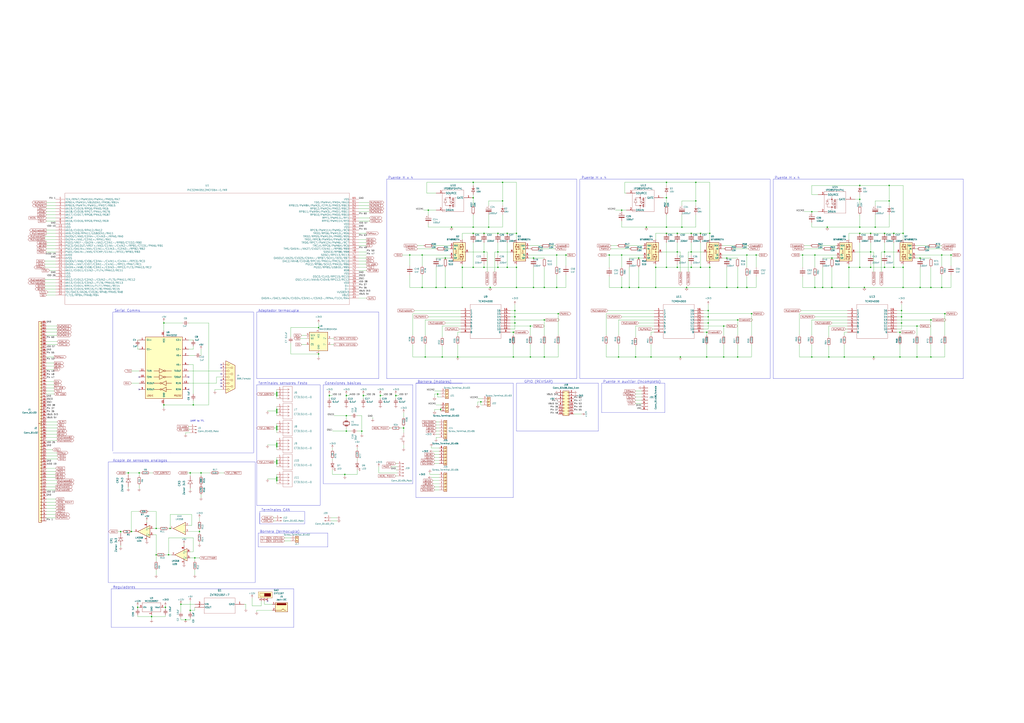
<source format=kicad_sch>
(kicad_sch (version 20230121) (generator eeschema)
  (paper "A1")
  (lib_symbols
    (symbol "2022-05-21_01-18-57:PIC32MK0512MCF064-E{slash}MR" (pin_names (offset 0.254))
      (property "Reference" "U" (at 124.46 10.16 0))
      (property "Value" "PIC32MK0512MCF064-E{slash}MR" (at 124.46 7.62 0))
      (symbol "PIC32MK0512MCF064-E{slash}MR_1_1"
        (pin bidirectional line (at 0 0 0) (length 7.62) (name "TCK/RPA7/PWM10H/PWM4L/PMD5/RA7") (number "1"))
        (pin power_in line (at 0 -22.86 0) (length 7.62) (name "VDD") (number "10"))
        (pin bidirectional line (at 0 -25.4 0) (length 7.62) (name "AN10/CVD10/RPA12/RA12") (number "11"))
        (pin bidirectional line (at 0 -27.94 0) (length 7.62) (name "AN9/CVD9/RPA11/USBOEN1/RA11") (number "12"))
        (pin bidirectional line (at 0 -30.48 0) (length 7.62) (name "OA2OUT/AN0/C2IN4-/C4IN3-/RPA0/RA0") (number "13"))
        (pin bidirectional line (at 0 -33.02 0) (length 7.62) (name "OA2IN+/AN1/C2IN1+/RPA1/RA1") (number "14"))
        (pin bidirectional line (at 0 -35.56 0) (length 7.62) (name "PGD3/VREF-/OA2IN-/AN2/C2IN1-/RPB0/CTED2/RB0") (number "15"))
        (pin bidirectional line (at 0 -38.1 0) (length 7.62) (name "PGC3/OA1OUT/VREF+/AN3/C1IN4-/C4IN2-/RPB1/CTED1/PMA6/RB1") (number "16"))
        (pin bidirectional line (at 0 -40.64 0) (length 7.62) (name "PGC1/OA1IN+/AN4/C1IN1+/C1IN3-/C2IN3-/RPB2/RB2") (number "17"))
        (pin bidirectional line (at 0 -43.18 0) (length 7.62) (name "PGD1/OA1IN-/AN5/CTCMP/C1IN1-/RTCC/RPB3/RB3") (number "18"))
        (pin power_in line (at 0 -45.72 0) (length 7.62) (name "AVDD") (number "19"))
        (pin bidirectional line (at 0 -2.54 0) (length 7.62) (name "RPB14/PWM1H/VBUSON1/PMD6/RB14") (number "2"))
        (pin power_in line (at 0 -48.26 0) (length 7.62) (name "AVSS") (number "20"))
        (pin bidirectional line (at 0 -50.8 0) (length 7.62) (name "OA3OUT/AN6/CVD6/C3IN4-/C4IN1+/C4IN4-/RPC0/RC0") (number "21"))
        (pin bidirectional line (at 0 -53.34 0) (length 7.62) (name "OA3IN-/AN7/CVD7/C3IN1-/C4IN1-/RPC1/PMA7/RC1") (number "22"))
        (pin bidirectional line (at 0 -55.88 0) (length 7.62) (name "OA3IN+/AN8/CVD8/C3IN1+/C3IN3-/RPC2/FLT3/PMA13/RC2") (number "23"))
        (pin bidirectional line (at 0 -58.42 0) (length 7.62) (name "AN11/CVD11/C1IN2-/FLT4/PMA12/RC11") (number "24"))
        (pin power_in line (at 0 -60.96 0) (length 7.62) (name "VSS") (number "25"))
        (pin power_in line (at 0 -63.5 0) (length 7.62) (name "VDD") (number "26"))
        (pin bidirectional line (at 0 -66.04 0) (length 7.62) (name "AN12/CVD12/C2IN2-/C5IN2-/FLT5/PMA11/RE12") (number "27"))
        (pin bidirectional line (at 0 -68.58 0) (length 7.62) (name "AN13/CVD13/C3IN2-/FLT6/PMA10/RE13") (number "28"))
        (pin bidirectional line (at 0 -71.12 0) (length 7.62) (name "AN14/CVD14/RPE14/FLT7/PMA1/RE14") (number "29"))
        (pin bidirectional line (at 0 -5.08 0) (length 7.62) (name "RPB15/PWM7H/PWM1L/PMD7/RB15") (number "3"))
        (pin bidirectional line (at 0 -73.66 0) (length 7.62) (name "AN15/CVD15/RPE15/FLT8/PMA0/RE15") (number "30"))
        (pin bidirectional line (at 0 -76.2 0) (length 7.62) (name "TDI/DAC3/AN26/CVD26/RPA8/PMA9/RA8") (number "31"))
        (pin bidirectional line (at 0 -78.74 0) (length 7.62) (name "FLT15/RPB4/PMA8/RB4") (number "32"))
        (pin bidirectional line (at 248.92 -81.28 180) (length 7.62) (name "OA5IN+/DAC1/AN24/CVD24/C5IN1+/C5IN3-/RPA4/T1CK/RA4") (number "33"))
        (pin power_in line (at 248.92 -78.74 180) (length 7.62) (name "VBUS") (number "34"))
        (pin power_in line (at 248.92 -76.2 180) (length 7.62) (name "VUSB3V3") (number "35"))
        (pin bidirectional line (at 248.92 -73.66 180) (length 7.62) (name "D-") (number "36"))
        (pin bidirectional line (at 248.92 -71.12 180) (length 7.62) (name "D+") (number "37"))
        (pin power_in line (at 248.92 -68.58 180) (length 7.62) (name "VDD") (number "38"))
        (pin bidirectional line (at 248.92 -66.04 180) (length 7.62) (name "OSCI/CLKI/AN49/CVD49/RPC12/RC12") (number "39"))
        (pin bidirectional line (at 0 -7.62 0) (length 7.62) (name "AN19/CVD19/RPG6/PMA5/RG6") (number "4"))
        (pin bidirectional line (at 248.92 -63.5 180) (length 7.62) (name "OSCO/CLKO/RPC15/RC15") (number "40"))
        (pin power_in line (at 248.92 -60.96 180) (length 7.62) (name "VSS") (number "41"))
        (pin bidirectional line (at 248.92 -58.42 180) (length 7.62) (name "RD8") (number "42"))
        (pin bidirectional line (at 248.92 -55.88 180) (length 7.62) (name "PGD2/RPB5/USBID1/RB5") (number "43"))
        (pin bidirectional line (at 248.92 -53.34 180) (length 7.62) (name "PGC2/RPB6/SCK2/PMA15/RB6") (number "44"))
        (pin bidirectional line (at 248.92 -50.8 180) (length 7.62) (name "DAC2/AN48/CVD48/RPC10/PMA14/PMCS/RC10") (number "45"))
        (pin bidirectional line (at 248.92 -48.26 180) (length 7.62) (name "OA5OUT/AN25/CVD25/C5IN4-/RPB7/SCK1/INT0/RB7") (number "46"))
        (pin bidirectional line (at 248.92 -45.72 180) (length 7.62) (name "SOSCI/RPC13/RC13") (number "47"))
        (pin bidirectional line (at 248.92 -43.18 180) (length 7.62) (name "SOSCO/RPB8/RB8") (number "48"))
        (pin bidirectional line (at 248.92 -40.64 180) (length 7.62) (name "TMS/OA5IN-/AN27/CVD27/C5IN1-/RPB9/RB9") (number "49"))
        (pin bidirectional line (at 0 -10.16 0) (length 7.62) (name "AN18/CVD18/RPG7/PMA4/RG76") (number "5"))
        (pin bidirectional line (at 248.92 -38.1 180) (length 7.62) (name "TRCLK/RPC6/PWM6H/RC6") (number "50"))
        (pin bidirectional line (at 248.92 -35.56 180) (length 7.62) (name "TRD0/RPC7/PWM12H/PWM6L/RC7") (number "51"))
        (pin bidirectional line (at 248.92 -33.02 180) (length 7.62) (name "TRD1/RPC8/PWM5H/PMWR/RC8") (number "52"))
        (pin bidirectional line (at 248.92 -30.48 180) (length 7.62) (name "TRD2/RPD5/PWM12H/PMRD/RD5") (number "53"))
        (pin bidirectional line (at 248.92 -27.94 180) (length 7.62) (name "TRD3/RPD6/PWM12L/RD6") (number "54"))
        (pin bidirectional line (at 248.92 -25.4 180) (length 7.62) (name "RPC9/PWM11H/PWM5L/RC9") (number "55"))
        (pin power_in line (at 248.92 -22.86 180) (length 7.62) (name "VSS") (number "56"))
        (pin power_in line (at 248.92 -20.32 180) (length 7.62) (name "VDD") (number "57"))
        (pin bidirectional line (at 248.92 -17.78 180) (length 7.62) (name "RPF0/PWM11H/RF0") (number "58"))
        (pin bidirectional line (at 248.92 -15.24 180) (length 7.62) (name "RPF1/PWM11L/RF1") (number "59"))
        (pin bidirectional line (at 0 -12.7 0) (length 7.62) (name "AN17/CVD17/RPG8/PMA3/RG87") (number "6"))
        (pin bidirectional line (at 248.92 -12.7 180) (length 7.62) (name "RPB10/PWM3H/PMD0/RB10") (number "60"))
        (pin bidirectional line (at 248.92 -10.16 180) (length 7.62) (name "RPB11/PWM9H/PWM3L/PMD1/RB11") (number "61"))
        (pin bidirectional line (at 248.92 -7.62 180) (length 7.62) (name "RPB12/PWM2H/PMD2/RB12") (number "62"))
        (pin bidirectional line (at 248.92 -5.08 180) (length 7.62) (name "RPB13/PWM8H/PWM2L/CTPLS/PMD3/RB13") (number "63"))
        (pin bidirectional line (at 248.92 -2.54 180) (length 7.62) (name "TDO/PWM4H/PMD4/RA10") (number "64"))
        (pin power_in line (at 248.92 0 180) (length 7.62) (name "VSS") (number "65"))
        (pin input line (at 0 -15.24 0) (length 7.62) (name "MCLR") (number "7"))
        (pin bidirectional line (at 0 -17.78 0) (length 7.62) (name "AN16/CVD16/RPG9/PMA2/RG9") (number "8"))
        (pin power_in line (at 0 -20.32 0) (length 7.62) (name "VSS") (number "9"))
      )
    )
    (symbol "2022-08-06_21-41-16:BZX584C3V3-G3-08" (pin_numbers hide) (pin_names (offset -1.651) hide)
      (property "Reference" "CR" (at 5.08 4.445 0))
      (property "Value" "BZX584C3V3-G3-08" (at 5.08 -7.62 0))
      (symbol "BZX584C3V3-G3-08_1_1"
        (pin unspecified line (at 10.16 0 180) (length 2.54) (name "1") (number "1"))
        (pin unspecified line (at 0 0 0) (length 2.54) (name "2") (number "2"))
      )
    )
    (symbol "2022-08-07_00-33-15:TCMD4000" (pin_names (offset 0.254))
      (property "Reference" "U" (at 20.32 10.16 0))
      (property "Value" "TCMD4000" (at 20.32 7.62 0))
      (symbol "TCMD4000_1_1"
        (pin unspecified line (at 0 0 0) (length 7.62) (name "1") (number "1"))
        (pin unspecified line (at 40.64 -15.24 180) (length 7.62) (name "10") (number "10"))
        (pin unspecified line (at 40.64 -12.7 180) (length 7.62) (name "11") (number "11"))
        (pin unspecified line (at 40.64 -10.16 180) (length 7.62) (name "12") (number "12"))
        (pin unspecified line (at 40.64 -7.62 180) (length 7.62) (name "13") (number "13"))
        (pin unspecified line (at 40.64 -5.08 180) (length 7.62) (name "14") (number "14"))
        (pin unspecified line (at 40.64 -2.54 180) (length 7.62) (name "15") (number "15"))
        (pin unspecified line (at 40.64 0 180) (length 7.62) (name "16") (number "16"))
        (pin unspecified line (at 0 -2.54 0) (length 7.62) (name "2") (number "2"))
        (pin unspecified line (at 0 -5.08 0) (length 7.62) (name "3") (number "3"))
        (pin unspecified line (at 0 -7.62 0) (length 7.62) (name "4") (number "4"))
        (pin unspecified line (at 0 -10.16 0) (length 7.62) (name "5") (number "5"))
        (pin unspecified line (at 0 -12.7 0) (length 7.62) (name "6") (number "6"))
        (pin unspecified line (at 0 -15.24 0) (length 7.62) (name "7") (number "7"))
        (pin unspecified line (at 0 -17.78 0) (length 7.62) (name "8") (number "8"))
        (pin unspecified line (at 40.64 -17.78 180) (length 7.62) (name "9") (number "9"))
      )
    )
    (symbol "2022-08-20_20-43-55:CT3151V1-0" (pin_names (offset 0.254) hide)
      (property "Reference" "J" (at 8.89 6.35 0))
      (property "Value" "CT3151V1-0" (at 10.16 -5.08 0))
      (symbol "CT3151V1-0_1_1"
        (pin unspecified line (at 0 0 0) (length 5.08) (name "1") (number "1"))
        (pin unspecified line (at 0 -2.54 0) (length 5.08) (name "2") (number "2"))
        (pin unspecified line (at 0 -5.08 0) (length 5.08) (name "3") (number "3"))
        (pin unspecified line (at 0 -7.62 0) (length 5.08) (name "4") (number "4"))
      )
    )
    (symbol "Amplifier_Operational:LM358" (pin_names (offset 0.127))
      (property "Reference" "U" (at 0 5.08 0))
      (property "Value" "LM358" (at 0 -5.08 0))
      (symbol "LM358_1_1"
        (pin output line (at 7.62 0 180) (length 2.54) (name "~") (number "1"))
        (pin input line (at -7.62 -2.54 0) (length 2.54) (name "-") (number "2"))
        (pin input line (at -7.62 2.54 0) (length 2.54) (name "+") (number "3"))
      )
      (symbol "LM358_2_1"
        (pin input line (at -7.62 2.54 0) (length 2.54) (name "+") (number "5"))
        (pin input line (at -7.62 -2.54 0) (length 2.54) (name "-") (number "6"))
        (pin output line (at 7.62 0 180) (length 2.54) (name "~") (number "7"))
      )
      (symbol "LM358_3_1"
        (pin power_in line (at -2.54 -7.62 90) (length 3.81) (name "V-") (number "4"))
        (pin power_in line (at -2.54 7.62 270) (length 3.81) (name "V+") (number "8"))
      )
    )
    (symbol "Connector:Conn_01x02_Male" (pin_names (offset 1.016) hide)
      (property "Reference" "J" (at 0 2.54 0))
      (property "Value" "Conn_01x02_Male" (at 0 -5.08 0))
      (symbol "Conn_01x02_Male_1_1"
        (pin passive line (at 5.08 0 180) (length 3.81) (name "Pin_1") (number "1"))
        (pin passive line (at 5.08 -2.54 180) (length 3.81) (name "Pin_2") (number "2"))
      )
    )
    (symbol "Connector:Conn_01x02_Pin" (pin_names (offset 1.016) hide)
      (property "Reference" "J" (at 0 2.54 0))
      (property "Value" "Conn_01x02_Pin" (at 0 -5.08 0))
      (symbol "Conn_01x02_Pin_1_1"
        (pin passive line (at 5.08 0 180) (length 3.81) (name "Pin_1") (number "1"))
        (pin passive line (at 5.08 -2.54 180) (length 3.81) (name "Pin_2") (number "2"))
      )
    )
    (symbol "Connector:Conn_01x03_Male" (pin_names (offset 1.016) hide)
      (property "Reference" "J" (at 0 5.08 0))
      (property "Value" "Conn_01x03_Male" (at 0 -5.08 0))
      (symbol "Conn_01x03_Male_1_1"
        (pin passive line (at 5.08 2.54 180) (length 3.81) (name "Pin_1") (number "1"))
        (pin passive line (at 5.08 0 180) (length 3.81) (name "Pin_2") (number "2"))
        (pin passive line (at 5.08 -2.54 180) (length 3.81) (name "Pin_3") (number "3"))
      )
    )
    (symbol "Connector:Conn_01x05_Male" (pin_names (offset 1.016) hide)
      (property "Reference" "J" (at 0 7.62 0))
      (property "Value" "Conn_01x05_Male" (at 0 -7.62 0))
      (symbol "Conn_01x05_Male_1_1"
        (pin passive line (at 5.08 5.08 180) (length 3.81) (name "Pin_1") (number "1"))
        (pin passive line (at 5.08 2.54 180) (length 3.81) (name "Pin_2") (number "2"))
        (pin passive line (at 5.08 0 180) (length 3.81) (name "Pin_3") (number "3"))
        (pin passive line (at 5.08 -2.54 180) (length 3.81) (name "Pin_4") (number "4"))
        (pin passive line (at 5.08 -5.08 180) (length 3.81) (name "Pin_5") (number "5"))
      )
    )
    (symbol "Connector:Conn_01x08_Female" (pin_names (offset 1.016) hide)
      (property "Reference" "J" (at 0 10.16 0))
      (property "Value" "Conn_01x08_Female" (at 0 -12.7 0))
      (symbol "Conn_01x08_Female_1_1"
        (pin passive line (at -5.08 7.62 0) (length 3.81) (name "Pin_1") (number "1"))
        (pin passive line (at -5.08 5.08 0) (length 3.81) (name "Pin_2") (number "2"))
        (pin passive line (at -5.08 2.54 0) (length 3.81) (name "Pin_3") (number "3"))
        (pin passive line (at -5.08 0 0) (length 3.81) (name "Pin_4") (number "4"))
        (pin passive line (at -5.08 -2.54 0) (length 3.81) (name "Pin_5") (number "5"))
        (pin passive line (at -5.08 -5.08 0) (length 3.81) (name "Pin_6") (number "6"))
        (pin passive line (at -5.08 -7.62 0) (length 3.81) (name "Pin_7") (number "7"))
        (pin passive line (at -5.08 -10.16 0) (length 3.81) (name "Pin_8") (number "8"))
      )
    )
    (symbol "Connector:DB9_Female" (pin_names (offset 1.016) hide)
      (property "Reference" "J" (at 0 13.97 0))
      (property "Value" "DB9_Female" (at 0 -14.605 0))
      (symbol "DB9_Female_1_1"
        (pin passive line (at -7.62 10.16 0) (length 3.81) (name "1") (number "1"))
        (pin passive line (at -7.62 5.08 0) (length 3.81) (name "2") (number "2"))
        (pin passive line (at -7.62 0 0) (length 3.81) (name "3") (number "3"))
        (pin passive line (at -7.62 -5.08 0) (length 3.81) (name "4") (number "4"))
        (pin passive line (at -7.62 -10.16 0) (length 3.81) (name "5") (number "5"))
        (pin passive line (at -7.62 7.62 0) (length 3.81) (name "6") (number "6"))
        (pin passive line (at -7.62 2.54 0) (length 3.81) (name "7") (number "7"))
        (pin passive line (at -7.62 -2.54 0) (length 3.81) (name "8") (number "8"))
        (pin passive line (at -7.62 -7.62 0) (length 3.81) (name "9") (number "9"))
      )
    )
    (symbol "Connector:Jack-DC" (pin_names (offset 1.016))
      (property "Reference" "J" (at 0 5.334 0))
      (property "Value" "Jack-DC" (at 0 -5.08 0))
      (symbol "Jack-DC_1_1"
        (pin passive line (at 7.62 2.54 180) (length 2.54) (name "~") (number "1"))
        (pin passive line (at 7.62 -2.54 180) (length 2.54) (name "~") (number "2"))
      )
    )
    (symbol "Connector:Screw_Terminal_01x02" (pin_names (offset 1.016) hide)
      (property "Reference" "J" (at 0 2.54 0))
      (property "Value" "Screw_Terminal_01x02" (at 0 -5.08 0))
      (symbol "Screw_Terminal_01x02_1_1"
        (pin passive line (at -5.08 0 0) (length 3.81) (name "Pin_1") (number "1"))
        (pin passive line (at -5.08 -2.54 0) (length 3.81) (name "Pin_2") (number "2"))
      )
    )
    (symbol "Connector:Screw_Terminal_01x03" (pin_names (offset 1.016) hide)
      (property "Reference" "J" (at 0 5.08 0))
      (property "Value" "Screw_Terminal_01x03" (at 0 -5.08 0))
      (symbol "Screw_Terminal_01x03_1_1"
        (pin passive line (at -5.08 2.54 0) (length 3.81) (name "Pin_1") (number "1"))
        (pin passive line (at -5.08 0 0) (length 3.81) (name "Pin_2") (number "2"))
        (pin passive line (at -5.08 -2.54 0) (length 3.81) (name "Pin_3") (number "3"))
      )
    )
    (symbol "Connector:Screw_Terminal_01x06" (pin_names (offset 1.016) hide)
      (property "Reference" "J" (at 0 7.62 0))
      (property "Value" "Screw_Terminal_01x06" (at 0 -10.16 0))
      (symbol "Screw_Terminal_01x06_1_1"
        (pin passive line (at -5.08 5.08 0) (length 3.81) (name "Pin_1") (number "1"))
        (pin passive line (at -5.08 2.54 0) (length 3.81) (name "Pin_2") (number "2"))
        (pin passive line (at -5.08 0 0) (length 3.81) (name "Pin_3") (number "3"))
        (pin passive line (at -5.08 -2.54 0) (length 3.81) (name "Pin_4") (number "4"))
        (pin passive line (at -5.08 -5.08 0) (length 3.81) (name "Pin_5") (number "5"))
        (pin passive line (at -5.08 -7.62 0) (length 3.81) (name "Pin_6") (number "6"))
      )
    )
    (symbol "Connector_Generic:Conn_01x32" (pin_names (offset 1.016) hide)
      (property "Reference" "J" (at 0 40.64 0))
      (property "Value" "Conn_01x32" (at 0 -43.18 0))
      (symbol "Conn_01x32_1_1"
        (pin passive line (at -5.08 38.1 0) (length 3.81) (name "Pin_1") (number "1"))
        (pin passive line (at -5.08 15.24 0) (length 3.81) (name "Pin_10") (number "10"))
        (pin passive line (at -5.08 12.7 0) (length 3.81) (name "Pin_11") (number "11"))
        (pin passive line (at -5.08 10.16 0) (length 3.81) (name "Pin_12") (number "12"))
        (pin passive line (at -5.08 7.62 0) (length 3.81) (name "Pin_13") (number "13"))
        (pin passive line (at -5.08 5.08 0) (length 3.81) (name "Pin_14") (number "14"))
        (pin passive line (at -5.08 2.54 0) (length 3.81) (name "Pin_15") (number "15"))
        (pin passive line (at -5.08 0 0) (length 3.81) (name "Pin_16") (number "16"))
        (pin passive line (at -5.08 -2.54 0) (length 3.81) (name "Pin_17") (number "17"))
        (pin passive line (at -5.08 -5.08 0) (length 3.81) (name "Pin_18") (number "18"))
        (pin passive line (at -5.08 -7.62 0) (length 3.81) (name "Pin_19") (number "19"))
        (pin passive line (at -5.08 35.56 0) (length 3.81) (name "Pin_2") (number "2"))
        (pin passive line (at -5.08 -10.16 0) (length 3.81) (name "Pin_20") (number "20"))
        (pin passive line (at -5.08 -12.7 0) (length 3.81) (name "Pin_21") (number "21"))
        (pin passive line (at -5.08 -15.24 0) (length 3.81) (name "Pin_22") (number "22"))
        (pin passive line (at -5.08 -17.78 0) (length 3.81) (name "Pin_23") (number "23"))
        (pin passive line (at -5.08 -20.32 0) (length 3.81) (name "Pin_24") (number "24"))
        (pin passive line (at -5.08 -22.86 0) (length 3.81) (name "Pin_25") (number "25"))
        (pin passive line (at -5.08 -25.4 0) (length 3.81) (name "Pin_26") (number "26"))
        (pin passive line (at -5.08 -27.94 0) (length 3.81) (name "Pin_27") (number "27"))
        (pin passive line (at -5.08 -30.48 0) (length 3.81) (name "Pin_28") (number "28"))
        (pin passive line (at -5.08 -33.02 0) (length 3.81) (name "Pin_29") (number "29"))
        (pin passive line (at -5.08 33.02 0) (length 3.81) (name "Pin_3") (number "3"))
        (pin passive line (at -5.08 -35.56 0) (length 3.81) (name "Pin_30") (number "30"))
        (pin passive line (at -5.08 -38.1 0) (length 3.81) (name "Pin_31") (number "31"))
        (pin passive line (at -5.08 -40.64 0) (length 3.81) (name "Pin_32") (number "32"))
        (pin passive line (at -5.08 30.48 0) (length 3.81) (name "Pin_4") (number "4"))
        (pin passive line (at -5.08 27.94 0) (length 3.81) (name "Pin_5") (number "5"))
        (pin passive line (at -5.08 25.4 0) (length 3.81) (name "Pin_6") (number "6"))
        (pin passive line (at -5.08 22.86 0) (length 3.81) (name "Pin_7") (number "7"))
        (pin passive line (at -5.08 20.32 0) (length 3.81) (name "Pin_8") (number "8"))
        (pin passive line (at -5.08 17.78 0) (length 3.81) (name "Pin_9") (number "9"))
      )
    )
    (symbol "Connector_Generic:Conn_01x33" (pin_names (offset 1.016) hide)
      (property "Reference" "J1" (at 0 46.99 0))
      (property "Value" "Conn_01x33" (at 0 44.45 0))
      (symbol "Conn_01x33_1_1"
        (pin passive line (at -5.08 40.64 0) (length 3.81) (name "Pin_1") (number "33"))
        (pin passive line (at -5.08 38.1 0) (length 3.81) (name "Pin_2") (number "34"))
        (pin passive line (at -5.08 35.56 0) (length 3.81) (name "Pin_3") (number "35"))
        (pin passive line (at -5.08 33.02 0) (length 3.81) (name "Pin_4") (number "36"))
        (pin passive line (at -5.08 30.48 0) (length 3.81) (name "Pin_5") (number "37"))
        (pin passive line (at -5.08 27.94 0) (length 3.81) (name "Pin_6") (number "38"))
        (pin passive line (at -5.08 25.4 0) (length 3.81) (name "Pin_7") (number "39"))
        (pin passive line (at -5.08 22.86 0) (length 3.81) (name "Pin_8") (number "40"))
        (pin passive line (at -5.08 20.32 0) (length 3.81) (name "Pin_10") (number "41"))
        (pin passive line (at -5.08 17.78 0) (length 3.81) (name "Pin_10") (number "42"))
        (pin passive line (at -5.08 15.24 0) (length 3.81) (name "Pin_11") (number "43"))
        (pin passive line (at -5.08 12.7 0) (length 3.81) (name "Pin_12") (number "44"))
        (pin passive line (at -5.08 10.16 0) (length 3.81) (name "Pin_13") (number "45"))
        (pin passive line (at -5.08 7.62 0) (length 3.81) (name "Pin_14") (number "46"))
        (pin passive line (at -5.08 5.08 0) (length 3.81) (name "Pin_15") (number "47"))
        (pin passive line (at -5.08 2.54 0) (length 3.81) (name "Pin_16") (number "48"))
        (pin passive line (at -5.08 0 0) (length 3.81) (name "Pin_17") (number "49"))
        (pin passive line (at -5.08 -2.54 0) (length 3.81) (name "Pin_18") (number "50"))
        (pin passive line (at -5.08 -5.08 0) (length 3.81) (name "Pin_19") (number "51"))
        (pin passive line (at -5.08 -7.62 0) (length 3.81) (name "Pin_20") (number "52"))
        (pin passive line (at -5.08 -10.16 0) (length 3.81) (name "Pin_21") (number "53"))
        (pin passive line (at -5.08 -12.7 0) (length 3.81) (name "Pin_22") (number "54"))
        (pin passive line (at -5.08 -15.24 0) (length 3.81) (name "Pin_23") (number "55"))
        (pin passive line (at -5.08 -17.78 0) (length 3.81) (name "Pin_24") (number "56"))
        (pin passive line (at -5.08 -20.32 0) (length 3.81) (name "Pin_25") (number "57"))
        (pin passive line (at -5.08 -22.86 0) (length 3.81) (name "Pin_26") (number "58"))
        (pin passive line (at -5.08 -25.4 0) (length 3.81) (name "Pin_27") (number "59"))
        (pin passive line (at -5.08 -27.94 0) (length 3.81) (name "Pin_28") (number "60"))
        (pin passive line (at -5.08 -30.48 0) (length 3.81) (name "Pin_29") (number "61"))
        (pin passive line (at -5.08 -33.02 0) (length 3.81) (name "Pin_30") (number "62"))
        (pin passive line (at -5.08 -35.56 0) (length 3.81) (name "Pin_31") (number "63"))
        (pin passive line (at -5.08 -38.1 0) (length 3.81) (name "Pin_32") (number "64"))
        (pin passive line (at -5.08 -40.64 0) (length 3.81) (name "Pin_33") (number "65"))
      )
    )
    (symbol "Connector_Generic:Conn_02x08_Odd_Even" (pin_names (offset 1.016) hide)
      (property "Reference" "J" (at 1.27 10.16 0))
      (property "Value" "Conn_02x08_Odd_Even" (at 1.27 -12.7 0))
      (symbol "Conn_02x08_Odd_Even_1_1"
        (pin passive line (at -5.08 7.62 0) (length 3.81) (name "Pin_1") (number "1"))
        (pin passive line (at 7.62 -2.54 180) (length 3.81) (name "Pin_10") (number "10"))
        (pin passive line (at -5.08 -5.08 0) (length 3.81) (name "Pin_11") (number "11"))
        (pin passive line (at 7.62 -5.08 180) (length 3.81) (name "Pin_12") (number "12"))
        (pin passive line (at -5.08 -7.62 0) (length 3.81) (name "Pin_13") (number "13"))
        (pin passive line (at 7.62 -7.62 180) (length 3.81) (name "Pin_14") (number "14"))
        (pin passive line (at -5.08 -10.16 0) (length 3.81) (name "Pin_15") (number "15"))
        (pin passive line (at 7.62 -10.16 180) (length 3.81) (name "Pin_16") (number "16"))
        (pin passive line (at 7.62 7.62 180) (length 3.81) (name "Pin_2") (number "2"))
        (pin passive line (at -5.08 5.08 0) (length 3.81) (name "Pin_3") (number "3"))
        (pin passive line (at 7.62 5.08 180) (length 3.81) (name "Pin_4") (number "4"))
        (pin passive line (at -5.08 2.54 0) (length 3.81) (name "Pin_5") (number "5"))
        (pin passive line (at 7.62 2.54 180) (length 3.81) (name "Pin_6") (number "6"))
        (pin passive line (at -5.08 0 0) (length 3.81) (name "Pin_7") (number "7"))
        (pin passive line (at 7.62 0 180) (length 3.81) (name "Pin_8") (number "8"))
        (pin passive line (at -5.08 -2.54 0) (length 3.81) (name "Pin_9") (number "9"))
      )
    )
    (symbol "Device:C" (pin_numbers hide) (pin_names (offset 0.254))
      (property "Reference" "C" (at 0.635 2.54 0))
      (property "Value" "C" (at 0.635 -2.54 0))
      (symbol "C_1_1"
        (pin passive line (at 0 3.81 270) (length 2.794) (name "~") (number "1"))
        (pin passive line (at 0 -3.81 90) (length 2.794) (name "~") (number "2"))
      )
    )
    (symbol "Device:C_Polarized" (pin_numbers hide) (pin_names (offset 0.254))
      (property "Reference" "C" (at 0.635 2.54 0))
      (property "Value" "C_Polarized" (at 0.635 -2.54 0))
      (symbol "C_Polarized_1_1"
        (pin passive line (at 0 3.81 270) (length 2.794) (name "~") (number "1"))
        (pin passive line (at 0 -3.81 90) (length 2.794) (name "~") (number "2"))
      )
    )
    (symbol "Device:C_Small" (pin_numbers hide) (pin_names (offset 0.254) hide)
      (property "Reference" "C" (at 0.254 1.778 0))
      (property "Value" "C_Small" (at 0.254 -2.032 0))
      (symbol "C_Small_1_1"
        (pin passive line (at 0 2.54 270) (length 2.032) (name "~") (number "1"))
        (pin passive line (at 0 -2.54 90) (length 2.032) (name "~") (number "2"))
      )
    )
    (symbol "Device:Crystal" (pin_numbers hide) (pin_names (offset 1.016) hide)
      (property "Reference" "Y" (at 0 3.81 0))
      (property "Value" "Crystal" (at 0 -3.81 0))
      (symbol "Crystal_1_1"
        (pin passive line (at -3.81 0 0) (length 1.27) (name "1") (number "1"))
        (pin passive line (at 3.81 0 180) (length 1.27) (name "2") (number "2"))
      )
    )
    (symbol "Device:D_Zener" (pin_numbers hide) (pin_names (offset 1.016) hide)
      (property "Reference" "D" (at 0 2.54 0))
      (property "Value" "D_Zener" (at 0 -2.54 0))
      (symbol "D_Zener_1_1"
        (pin passive line (at -3.81 0 0) (length 2.54) (name "K") (number "1"))
        (pin passive line (at 3.81 0 180) (length 2.54) (name "A") (number "2"))
      )
    )
    (symbol "Device:LED" (pin_numbers hide) (pin_names (offset 1.016) hide)
      (property "Reference" "D" (at 0 2.54 0))
      (property "Value" "LED" (at 0 -2.54 0))
      (symbol "LED_1_1"
        (pin passive line (at -3.81 0 0) (length 2.54) (name "K") (number "1"))
        (pin passive line (at 3.81 0 180) (length 2.54) (name "A") (number "2"))
      )
    )
    (symbol "Device:R" (pin_numbers hide) (pin_names (offset 0))
      (property "Reference" "R" (at 2.032 0 90))
      (property "Value" "R" (at 0 0 90))
      (symbol "R_1_1"
        (pin passive line (at 0 3.81 270) (length 1.27) (name "~") (number "1"))
        (pin passive line (at 0 -3.81 90) (length 1.27) (name "~") (number "2"))
      )
    )
    (symbol "IPD70P04P409ATMA1_1" (pin_names (offset 0.254))
      (property "Reference" "U10" (at 16.51 10.16 0))
      (property "Value" "IPD70P04P409ATMA1" (at 16.51 7.62 0))
      (symbol "IPD70P04P409ATMA1_1_1_1"
        (pin unspecified line (at 0 0 0) (length 7.62) (name "GATE") (number "1"))
        (pin unspecified line (at 30.48 -10.16 180) (length 7.62) (name "DRAIN") (number "2"))
        (pin unspecified line (at 30.48 3.81 180) (length 7.62) (name "SOURCE") (number "3"))
      )
    )
    (symbol "Interface_UART:MAX232" (pin_names (offset 1.016))
      (property "Reference" "U" (at -2.54 28.575 0))
      (property "Value" "MAX232" (at -2.54 26.67 0))
      (symbol "MAX232_0_0"
        (text "LOGIC" (at -11.43 -22.86 0) (effects (font (size 1.27 1.27))))
        (text "RS232" (at 11.43 -22.86 0) (effects (font (size 1.27 1.27))))
      )
      (symbol "MAX232_1_1"
        (pin passive line (at -20.32 22.86 0) (length 5.08) (name "C1+") (number "1"))
        (pin input line (at -20.32 -7.62 0) (length 5.08) (name "T2IN") (number "10"))
        (pin input line (at -20.32 -2.54 0) (length 5.08) (name "T1IN") (number "11"))
        (pin output line (at -20.32 -12.7 0) (length 5.08) (name "R1OUT") (number "12"))
        (pin input line (at 20.32 -12.7 180) (length 5.08) (name "R1IN") (number "13"))
        (pin output line (at 20.32 -2.54 180) (length 5.08) (name "T1OUT") (number "14"))
        (pin power_in line (at 0 -30.48 90) (length 5.08) (name "GND") (number "15"))
        (pin power_in line (at 0 30.48 270) (length 5.08) (name "VCC") (number "16"))
        (pin power_out line (at 20.32 10.16 180) (length 5.08) (name "VS+") (number "2"))
        (pin passive line (at -20.32 15.24 0) (length 5.08) (name "C1-") (number "3"))
        (pin passive line (at 20.32 22.86 180) (length 5.08) (name "C2+") (number "4"))
        (pin passive line (at 20.32 15.24 180) (length 5.08) (name "C2-") (number "5"))
        (pin power_out line (at 20.32 2.54 180) (length 5.08) (name "VS-") (number "6"))
        (pin output line (at 20.32 -7.62 180) (length 5.08) (name "T2OUT") (number "7"))
        (pin input line (at 20.32 -17.78 180) (length 5.08) (name "R2IN") (number "8"))
        (pin output line (at -20.32 -17.78 0) (length 5.08) (name "R2OUT") (number "9"))
      )
    )
    (symbol "MC33269ST:MC33269ST"
      (property "Reference" "U3" (at 0 7.62 0))
      (property "Value" "~" (at 0 6.35 0))
      (symbol "MC33269ST_1_1"
        (pin input line (at 0 -6.35 90) (length 2.54) (name "GND") (number "1"))
        (pin input line (at 10.16 0 180) (length 2.54) (name "Vout") (number "2"))
        (pin input line (at -10.16 0 0) (length 2.54) (name "Vin") (number "3"))
      )
    )
    (symbol "Power_Management:BTN8982TA"
      (property "Reference" "Q" (at 6.35 5.715 0))
      (property "Value" "BTN8982TA" (at 6.35 3.81 0))
      (symbol "BTN8982TA_1_0"
        (text "Ctrl" (at -2.54 0 900) (effects (font (size 1.27 1.27))))
      )
      (symbol "BTN8982TA_1_1"
        (pin power_in line (at 2.54 -10.16 90) (length 2.54) (name "~") (number "1"))
        (pin input line (at -7.62 2.54 0) (length 2.54) (name "IN") (number "2"))
        (pin input line (at -7.62 5.08 0) (length 2.54) (name "INH") (number "3"))
        (pin passive line (at 7.62 0 180) (length 2.54) hide (name "~") (number "4"))
        (pin input line (at -7.62 -5.08 0) (length 2.54) (name "SR") (number "5"))
        (pin output line (at -7.62 -2.54 0) (length 2.54) (name "IS") (number "6"))
        (pin power_in line (at 2.54 10.16 270) (length 2.54) (name "~") (number "7"))
        (pin passive line (at 7.62 0 180) (length 2.54) (name "~") (number "8"))
      )
    )
    (symbol "Sensor_Temperature:MAX31855KASA" (pin_names (offset 1.016))
      (property "Reference" "U" (at -7.62 8.89 0))
      (property "Value" "MAX31855KASA" (at 1.27 8.89 0))
      (symbol "MAX31855KASA_1_1"
        (pin power_in line (at 0 -10.16 90) (length 2.54) (name "GND") (number "1"))
        (pin passive line (at -10.16 -2.54 0) (length 2.54) (name "T-") (number "2"))
        (pin passive line (at -10.16 2.54 0) (length 2.54) (name "T+") (number "3"))
        (pin power_in line (at 0 10.16 270) (length 2.54) (name "VCC") (number "4"))
        (pin input line (at 10.16 5.08 180) (length 2.54) (name "SCK") (number "5"))
        (pin input line (at 10.16 -2.54 180) (length 2.54) (name "~{CS}") (number "6"))
        (pin tri_state line (at 10.16 2.54 180) (length 2.54) (name "SO") (number "7"))
      )
    )
    (symbol "Switch:SW_Push" (pin_numbers hide) (pin_names (offset 1.016) hide)
      (property "Reference" "SW" (at 1.27 2.54 0))
      (property "Value" "SW_Push" (at 0 -1.524 0))
      (symbol "SW_Push_0_1"
        (pin passive line (at -5.08 0 0) (length 2.54) (name "1") (number "1"))
        (pin passive line (at 5.08 0 180) (length 2.54) (name "2") (number "2"))
      )
    )
    (symbol "Switch_Interruptor:CYT1107"
      (property "Reference" "SW" (at -5.08 7.62 0))
      (property "Value" "CYT1107" (at -2.54 5.08 0))
      (symbol "CYT1107_1_1"
        (pin free line (at -2.54 -6.35 90) (length 2.54) (name "") (number "1"))
        (pin free line (at 0 -6.35 90) (length 2.54) (name "") (number "2"))
        (pin free line (at 2.54 -6.35 90) (length 2.54) (name "") (number "3"))
      )
    )
    (symbol "ZXTR2105F-7:ZXTR2105F-7" (pin_names (offset 0.254))
      (property "Reference" "Q" (at 20.32 10.16 0))
      (property "Value" "ZXTR2105F-7" (at 20.32 7.62 0))
      (symbol "ZXTR2105F-7_1_1"
        (pin power_in line (at 0 0 0) (length 7.62) (name "GND") (number "1"))
        (pin output line (at 40.64 -2.54 180) (length 7.62) (name "VOUT") (number "2"))
        (pin power_in line (at 40.64 0 180) (length 7.62) (name "VIN") (number "3"))
      )
    )
    (symbol "power:+12V" (power) (pin_names (offset 0))
      (property "Value" "+12V" (at 0 3.556 0))
      (symbol "+12V_1_1"
        (pin power_in line (at 0 0 90) (length 0) hide (name "+12V") (number "1"))
      )
    )
    (symbol "power:+3.3V" (power) (pin_names (offset 0))
      (property "Value" "+3.3V" (at 0 3.556 0))
      (symbol "+3.3V_1_1"
        (pin power_in line (at 0 0 90) (length 0) hide (name "+3V3") (number "1"))
      )
    )
    (symbol "power:+5V" (power) (pin_names (offset 0))
      (property "Value" "+5V" (at 0 3.556 0))
      (symbol "+5V_1_1"
        (pin power_in line (at 0 0 90) (length 0) hide (name "+5V") (number "1"))
      )
    )
    (symbol "power:GND1" (power) (pin_names (offset 0))
      (property "Value" "GND1" (at 0 -3.81 0))
      (symbol "GND1_1_1"
        (pin power_in line (at 0 0 270) (length 0) hide (name "GND1") (number "1"))
      )
    )
    (symbol "power:GNDREF" (power) (pin_names (offset 0))
      (property "Value" "GNDREF" (at 0 -3.81 0))
      (symbol "GNDREF_1_1"
        (pin power_in line (at 0 0 270) (length 0) hide (name "GNDREF") (number "1"))
      )
    )
  )
  (junction (at 730.25 165.1))
  (junction (at 582.93 191.77))
  (junction (at 297.18 354.33))
  (junction (at 114.3 388.62))
  (junction (at 359.41 323.85))
  (junction (at 227.33 365.76))
  (junction (at 605.79 262.89))
  (junction (at 408.94 207.01))
  (junction (at 227.33 378.46))
  (junction (at 697.23 236.22))
  (junction (at 563.88 236.22))
  (junction (at 227.33 351.79))
  (junction (at 534.67 293.37))
  (junction (at 325.12 325.12))
  (junction (at 227.33 394.97))
  (junction (at 351.79 172.72))
  (junction (at 764.54 293.37))
  (junction (at 571.5 149.86))
  (junction (at 435.61 293.37))
  (junction (at 706.12 219.71))
  (junction (at 402.59 236.22))
  (junction (at 105.41 388.62))
  (junction (at 775.97 257.81))
  (junction (at 773.43 236.22))
  (junction (at 726.44 191.77))
  (junction (at 547.37 219.71))
  (junction (at 138.43 455.93))
  (junction (at 160.02 458.47))
  (junction (at 659.13 209.55))
  (junction (at 158.75 332.74))
  (junction (at 379.73 236.22))
  (junction (at 361.95 336.55))
  (junction (at 134.62 265.43))
  (junction (at 128.27 455.93))
  (junction (at 270.51 325.12))
  (junction (at 666.75 173.99))
  (junction (at 764.54 236.22))
  (junction (at 594.36 293.37))
  (junction (at 227.33 364.49))
  (junction (at 298.45 325.12))
  (junction (at 422.91 260.35))
  (junction (at 331.47 351.79))
  (junction (at 613.41 209.55))
  (junction (at 706.12 186.69))
  (junction (at 421.64 273.05))
  (junction (at 124.46 506.73))
  (junction (at 447.04 236.22))
  (junction (at 261.62 290.83))
  (junction (at 718.82 186.69))
  (junction (at 227.33 322.58))
  (junction (at 284.48 341.63))
  (junction (at 227.33 353.06))
  (junction (at 717.55 293.37))
  (junction (at 139.7 434.34))
  (junction (at 227.33 337.82))
  (junction (at 715.01 191.77))
  (junction (at 781.05 209.55))
  (junction (at 284.48 325.12))
  (junction (at 422.91 255.27))
  (junction (at 709.93 236.22))
  (junction (at 227.33 381))
  (junction (at 739.14 273.05))
  (junction (at 156.21 501.65))
  (junction (at 556.26 191.77))
  (junction (at 753.11 293.37))
  (junction (at 730.25 152.4))
  (junction (at 693.42 293.37))
  (junction (at 596.9 236.22))
  (junction (at 408.94 191.77))
  (junction (at 163.83 436.88))
  (junction (at 596.9 212.09))
  (junction (at 581.66 265.43))
  (junction (at 734.06 219.71))
  (junction (at 740.41 255.27))
  (junction (at 388.62 219.71))
  (junction (at 435.61 267.97))
  (junction (at 605.79 293.37))
  (junction (at 227.33 367.03))
  (junction (at 567.69 207.01))
  (junction (at 669.29 209.55))
  (junction (at 500.38 209.55))
  (junction (at 741.68 236.22))
  (junction (at 227.33 339.09))
  (junction (at 567.69 219.71))
  (junction (at 755.65 236.22))
  (junction (at 397.51 219.71))
  (junction (at 152.4 509.27))
  (junction (at 582.93 236.22))
  (junction (at 516.89 236.22))
  (junction (at 412.75 165.1))
  (junction (at 358.14 236.22))
  (junction (at 388.62 186.69))
  (junction (at 365.76 212.09))
  (junction (at 283.21 389.89))
  (junction (at 422.91 265.43))
  (junction (at 558.8 293.37))
  (junction (at 741.68 219.71))
  (junction (at 156.21 388.62))
  (junction (at 134.62 332.74))
  (junction (at 594.36 267.97))
  (junction (at 438.15 212.09))
  (junction (at 755.65 212.09))
  (junction (at 680.72 293.37))
  (junction (at 457.2 236.22))
  (junction (at 349.25 293.37))
  (junction (at 741.68 191.77))
  (junction (at 394.97 330.2))
  (junction (at 408.94 219.71))
  (junction (at 135.89 499.11))
  (junction (at 457.2 209.55))
  (junction (at 679.45 186.69))
  (junction (at 571.5 165.1))
  (junction (at 336.55 209.55))
  (junction (at 379.73 219.71))
  (junction (at 113.03 499.11))
  (junction (at 538.48 236.22))
  (junction (at 365.76 236.22))
  (junction (at 99.06 436.88))
  (junction (at 508 293.37))
  (junction (at 556.26 219.71))
  (junction (at 547.37 149.86))
  (junction (at 613.41 236.22))
  (junction (at 424.18 236.22))
  (junction (at 580.39 273.05))
  (junction (at 669.29 236.22))
  (junction (at 683.26 212.09))
  (junction (at 107.95 436.88))
  (junction (at 556.26 207.01))
  (junction (at 567.69 191.77))
  (junction (at 261.62 269.24))
  (junction (at 547.37 191.77))
  (junction (at 582.93 219.71))
  (junction (at 227.33 393.7))
  (junction (at 605.79 236.22))
  (junction (at 388.62 162.56))
  (junction (at 397.51 207.01))
  (junction (at 165.1 388.62))
  (junction (at 739.14 293.37))
  (junction (at 416.56 191.77))
  (junction (at 370.84 186.69))
  (junction (at 764.54 262.89))
  (junction (at 706.12 152.4))
  (junction (at 666.75 293.37))
  (junction (at 530.86 186.69))
  (junction (at 458.47 257.81))
  (junction (at 346.71 236.22))
  (junction (at 363.22 293.37))
  (junction (at 575.31 191.77))
  (junction (at 227.33 323.85))
  (junction (at 734.06 191.77))
  (junction (at 753.11 267.97))
  (junction (at 621.03 209.55))
  (junction (at 581.66 260.35))
  (junction (at 538.48 219.71))
  (junction (at 227.33 392.43))
  (junction (at 227.33 350.52))
  (junction (at 773.43 209.55))
  (junction (at 547.37 186.69))
  (junction (at 424.18 219.71))
  (junction (at 706.12 163.83))
  (junction (at 401.32 186.69))
  (junction (at 524.51 212.09))
  (junction (at 617.22 257.81))
  (junction (at 388.62 149.86))
  (junction (at 128.27 434.34))
  (junction (at 375.92 293.37))
  (junction (at 412.75 149.86))
  (junction (at 521.97 293.37))
  (junction (at 227.33 379.73))
  (junction (at 560.07 186.69))
  (junction (at 547.37 162.56))
  (junction (at 397.51 191.77))
  (junction (at 447.04 293.37))
  (junction (at 580.39 293.37))
  (junction (at 227.33 336.55))
  (junction (at 675.64 236.22))
  (junction (at 706.12 191.77))
  (junction (at 388.62 191.77))
  (junction (at 438.15 236.22))
  (junction (at 510.54 209.55))
  (junction (at 683.26 236.22))
  (junction (at 740.41 265.43))
  (junction (at 346.71 209.55))
  (junction (at 424.18 191.77))
  (junction (at 148.59 496.57))
  (junction (at 510.54 172.72))
  (junction (at 581.66 255.27))
  (junction (at 575.31 219.71))
  (junction (at 510.54 236.22))
  (junction (at 284.48 354.33))
  (junction (at 447.04 262.89))
  (junction (at 524.51 236.22))
  (junction (at 464.82 209.55))
  (junction (at 312.42 325.12))
  (junction (at 421.64 293.37))
  (junction (at 715.01 219.71))
  (junction (at 416.56 219.71))
  (junction (at 715.01 207.01))
  (junction (at 697.23 219.71))
  (junction (at 726.44 207.01))
  (junction (at 227.33 325.12))
  (junction (at 726.44 219.71))
  (junction (at 740.41 260.35))
  (no_connect (at 181.61 302.26))
  (no_connect (at 181.61 307.34))
  (no_connect (at 181.61 299.72))
  (no_connect (at 181.61 312.42))
  (no_connect (at 114.3 309.88))
  (no_connect (at 114.3 320.04))
  (no_connect (at 181.61 317.5))
  (no_connect (at 219.71 494.03))
  (no_connect (at 181.61 314.96))
  (no_connect (at 154.94 309.88))
  (no_connect (at 154.94 320.04))
  (wire (pts (xy 154.94 279.4) (xy 158.75 279.4)))
  (wire (pts (xy 227.33 320.04) (xy 227.33 322.58)))
  (wire (pts (xy 593.09 204.47) (xy 594.36 204.47)))
  (wire (pts (xy 659.13 209.55) (xy 669.29 209.55)))
  (wire (pts (xy 741.68 191.77) (xy 741.68 196.85)))
  (wire (pts (xy 271.78 278.13) (xy 274.32 278.13)))
  (wire (pts (xy 547.37 176.53) (xy 547.37 186.69)))
  (wire (pts (xy 294.64 212.09) (xy 300.99 212.09)))
  (wire (pts (xy 45.72 207.01) (xy 38.1 207.01)))
  (wire (pts (xy 113.03 505.46) (xy 113.03 506.73)))
  (wire (pts (xy 38.1 179.07) (xy 45.72 179.07)))
  (wire (pts (xy 605.79 293.37) (xy 617.22 293.37)))
  (wire (pts (xy 361.95 326.39) (xy 359.41 326.39)))
  (wire (pts (xy 227.33 379.73) (xy 227.33 381)))
  (polyline (pts (xy 209.55 478.79) (xy 209.55 379.73)))
  (wire (pts (xy 157.48 431.8) (xy 157.48 422.91)))
  (wire (pts (xy 419.1 273.05) (xy 421.64 273.05)))
  (wire (pts (xy 666.75 152.4) (xy 666.75 160.02)))
  (wire (pts (xy 138.43 434.34) (xy 139.7 434.34)))
  (polyline (pts (xy 210.82 311.15) (xy 311.15 311.15)))
  (wire (pts (xy 107.95 420.37) (xy 107.95 436.88)))
  (wire (pts (xy 227.33 378.46) (xy 227.33 379.73)))
  (wire (pts (xy 96.52 436.88) (xy 99.06 436.88)))
  (wire (pts (xy 358.14 349.25) (xy 360.68 349.25)))
  (wire (pts (xy 102.87 388.62) (xy 105.41 388.62)))
  (wire (pts (xy 154.94 350.52) (xy 156.21 350.52)))
  (wire (pts (xy 134.62 264.16) (xy 134.62 265.43)))
  (wire (pts (xy 438.15 236.22) (xy 424.18 236.22)))
  (wire (pts (xy 219.71 393.7) (xy 227.33 393.7)))
  (wire (pts (xy 388.62 219.71) (xy 397.51 219.71)))
  (polyline (pts (xy 339.09 397.51) (xy 339.09 316.23)))
  (wire (pts (xy 594.36 267.97) (xy 594.36 275.59)))
  (wire (pts (xy 581.66 260.35) (xy 581.66 255.27)))
  (wire (pts (xy 521.97 293.37) (xy 534.67 293.37)))
  (wire (pts (xy 157.48 422.91) (xy 139.7 422.91)))
  (wire (pts (xy 325.12 391.16) (xy 326.39 391.16)))
  (wire (pts (xy 154.94 431.8) (xy 157.48 431.8)))
  (wire (pts (xy 683.26 219.71) (xy 683.26 236.22)))
  (wire (pts (xy 346.71 236.22) (xy 358.14 236.22)))
  (wire (pts (xy 38.1 412.75) (xy 45.72 412.75)))
  (polyline (pts (xy 494.03 314.96) (xy 494.03 339.09)))
  (wire (pts (xy 419.1 260.35) (xy 422.91 260.35)))
  (wire (pts (xy 227.33 389.89) (xy 227.33 392.43)))
  (wire (pts (xy 547.37 160.02) (xy 547.37 162.56)))
  (wire (pts (xy 365.76 265.43) (xy 378.46 265.43)))
  (wire (pts (xy 158.75 287.02) (xy 154.94 287.02)))
  (wire (pts (xy 224.79 323.85) (xy 227.33 323.85)))
  (wire (pts (xy 227.33 381) (xy 227.33 383.54)))
  (wire (pts (xy 154.94 292.1) (xy 160.02 292.1)))
  (wire (pts (xy 339.09 257.81) (xy 339.09 275.59)))
  (wire (pts (xy 217.17 494.03) (xy 217.17 496.57)))
  (wire (pts (xy 547.37 186.69) (xy 560.07 186.69)))
  (wire (pts (xy 715.01 207.01) (xy 715.01 209.55)))
  (wire (pts (xy 125.73 434.34) (xy 128.27 434.34)))
  (polyline (pts (xy 546.1 314.96) (xy 546.1 339.09)))
  (wire (pts (xy 45.72 181.61) (xy 38.1 181.61)))
  (wire (pts (xy 38.1 270.51) (xy 46.99 270.51)))
  (wire (pts (xy 270.51 327.66) (xy 270.51 325.12)))
  (wire (pts (xy 139.7 422.91) (xy 139.7 434.34)))
  (wire (pts (xy 38.1 397.51) (xy 46.99 397.51)))
  (wire (pts (xy 695.96 257.81) (xy 656.59 257.81)))
  (polyline (pts (xy 88.9 478.79) (xy 209.55 478.79)))
  (wire (pts (xy 508 262.89) (xy 537.21 262.89)))
  (wire (pts (xy 328.93 351.79) (xy 331.47 351.79)))
  (wire (pts (xy 457.2 226.06) (xy 457.2 236.22)))
  (wire (pts (xy 325.12 325.12) (xy 327.66 325.12)))
  (wire (pts (xy 148.59 496.57) (xy 148.59 502.92)))
  (wire (pts (xy 394.97 330.2) (xy 396.24 330.2)))
  (wire (pts (xy 238.76 290.83) (xy 261.62 290.83)))
  (wire (pts (xy 560.07 168.91) (xy 560.07 165.1)))
  (wire (pts (xy 718.82 186.69) (xy 730.25 186.69)))
  (wire (pts (xy 613.41 209.55) (xy 593.09 209.55)))
  (wire (pts (xy 113.03 506.73) (xy 124.46 506.73)))
  (wire (pts (xy 135.89 499.11) (xy 135.89 497.84)))
  (wire (pts (xy 421.64 283.21) (xy 421.64 293.37)))
  (wire (pts (xy 38.1 372.11) (xy 46.99 372.11)))
  (wire (pts (xy 177.8 309.88) (xy 181.61 309.88)))
  (wire (pts (xy 419.1 262.89) (xy 447.04 262.89)))
  (wire (pts (xy 171.45 265.43) (xy 171.45 332.74)))
  (wire (pts (xy 346.71 218.44) (xy 346.71 209.55)))
  (wire (pts (xy 38.1 410.21) (xy 45.72 410.21)))
  (wire (pts (xy 521.97 267.97) (xy 537.21 267.97)))
  (polyline (pts (xy 269.24 438.15) (xy 269.24 449.58)))
  (wire (pts (xy 680.72 293.37) (xy 693.42 293.37)))
  (wire (pts (xy 38.1 280.67) (xy 46.99 280.67)))
  (wire (pts (xy 342.9 204.47) (xy 358.14 204.47)))
  (wire (pts (xy 113.03 279.4) (xy 114.3 279.4)))
  (wire (pts (xy 675.64 219.71) (xy 675.64 236.22)))
  (wire (pts (xy 379.73 219.71) (xy 388.62 219.71)))
  (wire (pts (xy 394.97 332.74) (xy 394.97 330.2)))
  (wire (pts (xy 38.1 402.59) (xy 45.72 402.59)))
  (wire (pts (xy 660.4 173.99) (xy 666.75 173.99)))
  (wire (pts (xy 669.29 209.55) (xy 687.07 209.55)))
  (wire (pts (xy 497.84 257.81) (xy 497.84 275.59)))
  (wire (pts (xy 660.4 204.47) (xy 675.64 204.47)))
  (wire (pts (xy 358.14 236.22) (xy 365.76 236.22)))
  (wire (pts (xy 666.75 275.59) (xy 666.75 262.89)))
  (wire (pts (xy 764.54 236.22) (xy 755.65 236.22)))
  (wire (pts (xy 135.89 499.11) (xy 135.89 500.38)))
  (wire (pts (xy 510.54 181.61) (xy 510.54 186.69)))
  (wire (pts (xy 412.75 149.86) (xy 412.75 165.1)))
  (wire (pts (xy 666.75 175.26) (xy 666.75 173.99)))
  (wire (pts (xy 154.94 353.06) (xy 156.21 353.06)))
  (wire (pts (xy 571.5 165.1) (xy 571.5 168.91)))
  (wire (pts (xy 657.86 255.27) (xy 695.96 255.27)))
  (wire (pts (xy 378.46 257.81) (xy 339.09 257.81)))
  (wire (pts (xy 210.82 501.65) (xy 210.82 502.92)))
  (wire (pts (xy 666.75 262.89) (xy 695.96 262.89)))
  (wire (pts (xy 416.56 191.77) (xy 424.18 191.77)))
  (wire (pts (xy 457.2 209.55) (xy 464.82 209.55)))
  (wire (pts (xy 156.21 388.62) (xy 156.21 391.16)))
  (wire (pts (xy 458.47 283.21) (xy 458.47 293.37)))
  (wire (pts (xy 355.6 370.84) (xy 360.68 370.84)))
  (wire (pts (xy 163.83 425.45) (xy 163.83 427.99)))
  (wire (pts (xy 753.11 283.21) (xy 753.11 293.37)))
  (wire (pts (xy 524.51 236.22) (xy 538.48 236.22)))
  (wire (pts (xy 293.37 377.19) (xy 293.37 378.46)))
  (wire (pts (xy 219.71 337.82) (xy 227.33 337.82)))
  (wire (pts (xy 702.31 207.01) (xy 715.01 207.01)))
  (polyline (pts (xy 494.03 314.96) (xy 546.1 314.96)))
  (wire (pts (xy 355.6 397.51) (xy 360.68 397.51)))
  (wire (pts (xy 238.76 281.94) (xy 238.76 290.83)))
  (wire (pts (xy 697.23 219.71) (xy 697.23 236.22)))
  (wire (pts (xy 538.48 217.17) (xy 538.48 219.71)))
  (wire (pts (xy 537.21 273.05) (xy 534.67 273.05)))
  (wire (pts (xy 435.61 267.97) (xy 438.15 267.97)))
  (polyline (pts (xy 632.46 311.15) (xy 632.46 147.32)))
  (wire (pts (xy 38.1 316.23) (xy 44.45 316.23)))
  (wire (pts (xy 375.92 283.21) (xy 375.92 293.37)))
  (wire (pts (xy 356.87 400.05) (xy 360.68 400.05)))
  (wire (pts (xy 723.9 207.01) (xy 723.9 223.52)))
  (wire (pts (xy 284.48 354.33) (xy 288.29 354.33)))
  (polyline (pts (xy 213.36 421.64) (xy 213.36 430.53)))
  (wire (pts (xy 358.14 359.41) (xy 360.68 359.41)))
  (wire (pts (xy 558.8 207.01) (xy 556.26 207.01)))
  (wire (pts (xy 300.99 191.77) (xy 294.64 191.77)))
  (wire (pts (xy 547.37 191.77) (xy 556.26 191.77)))
  (wire (pts (xy 753.11 293.37) (xy 764.54 293.37)))
  (wire (pts (xy 575.31 191.77) (xy 582.93 191.77)))
  (wire (pts (xy 156.21 509.27) (xy 156.21 508)))
  (wire (pts (xy 105.41 388.62) (xy 105.41 389.89)))
  (wire (pts (xy 621.03 209.55) (xy 623.57 209.55)))
  (wire (pts (xy 361.95 336.55) (xy 361.95 335.28)))
  (wire (pts (xy 113.03 497.84) (xy 113.03 499.11)))
  (wire (pts (xy 497.84 209.55) (xy 500.38 209.55)))
  (wire (pts (xy 163.83 436.88) (xy 163.83 438.15)))
  (wire (pts (xy 556.26 217.17) (xy 556.26 219.71)))
  (polyline (pts (xy 88.9 379.73) (xy 209.55 379.73)))
  (wire (pts (xy 580.39 273.05) (xy 580.39 275.59)))
  (wire (pts (xy 773.43 226.06) (xy 773.43 236.22)))
  (polyline (pts (xy 269.24 449.58) (xy 212.09 449.58)))
  (wire (pts (xy 736.6 257.81) (xy 775.97 257.81)))
  (polyline (pts (xy 311.15 311.15) (xy 311.15 256.54)))
  (wire (pts (xy 406.4 207.01) (xy 406.4 223.52)))
  (wire (pts (xy 154.94 299.72) (xy 158.75 299.72)))
  (wire (pts (xy 394.97 332.74) (xy 396.24 332.74)))
  (wire (pts (xy 384.81 207.01) (xy 397.51 207.01)))
  (wire (pts (xy 741.68 219.71) (xy 741.68 236.22)))
  (wire (pts (xy 447.04 293.37) (xy 458.47 293.37)))
  (wire (pts (xy 524.51 265.43) (xy 537.21 265.43)))
  (wire (pts (xy 673.1 201.93) (xy 687.07 201.93)))
  (wire (pts (xy 350.52 149.86) (xy 350.52 158.75)))
  (wire (pts (xy 156.21 458.47) (xy 160.02 458.47)))
  (wire (pts (xy 151.13 447.04) (xy 151.13 448.31)))
  (wire (pts (xy 45.72 217.17) (xy 36.83 217.17)))
  (wire (pts (xy 581.66 270.51) (xy 581.66 265.43)))
  (wire (pts (xy 377.19 270.51) (xy 378.46 270.51)))
  (wire (pts (xy 154.94 304.8) (xy 181.61 304.8)))
  (wire (pts (xy 422.91 270.51) (xy 422.91 265.43)))
  (wire (pts (xy 293.37 386.08) (xy 293.37 389.89)))
  (wire (pts (xy 577.85 262.89) (xy 605.79 262.89)))
  (polyline (pts (xy 210.82 316.23) (xy 262.89 316.23)))
  (wire (pts (xy 458.47 257.81) (xy 459.74 257.81)))
  (wire (pts (xy 38.1 349.25) (xy 46.99 349.25)))
  (wire (pts (xy 740.41 270.51) (xy 740.41 265.43)))
  (wire (pts (xy 617.22 257.81) (xy 618.49 257.81)))
  (wire (pts (xy 351.79 260.35) (xy 378.46 260.35)))
  (wire (pts (xy 38.1 384.81) (xy 45.72 384.81)))
  (wire (pts (xy 764.54 262.89) (xy 765.81 262.89)))
  (wire (pts (xy 45.72 219.71) (xy 36.83 219.71)))
  (wire (pts (xy 740.41 265.43) (xy 740.41 260.35)))
  (wire (pts (xy 379.73 191.77) (xy 388.62 191.77)))
  (wire (pts (xy 556.26 219.71) (xy 567.69 219.71)))
  (wire (pts (xy 567.69 199.39) (xy 567.69 207.01)))
  (wire (pts (xy 294.64 209.55) (xy 300.99 209.55)))
  (wire (pts (xy 726.44 207.01) (xy 736.6 207.01)))
  (polyline (pts (xy 791.21 311.15) (xy 791.21 147.32)))
  (wire (pts (xy 45.72 234.95) (xy 36.83 234.95)))
  (wire (pts (xy 694.69 270.51) (xy 695.96 270.51)))
  (wire (pts (xy 351.79 172.72) (xy 351.79 176.53)))
  (wire (pts (xy 288.29 341.63) (xy 284.48 341.63)))
  (wire (pts (xy 227.33 375.92) (xy 227.33 378.46)))
  (polyline (pts (xy 546.1 339.09) (xy 494.03 339.09)))
  (wire (pts (xy 107.95 314.96) (xy 114.3 314.96)))
  (polyline (pts (xy 635 147.32) (xy 635 311.15)))
  (wire (pts (xy 567.69 217.17) (xy 567.69 219.71)))
  (wire (pts (xy 283.21 389.89) (xy 283.21 391.16)))
  (wire (pts (xy 675.64 212.09) (xy 683.26 212.09)))
  (wire (pts (xy 452.12 201.93) (xy 455.93 201.93)))
  (wire (pts (xy 365.76 212.09) (xy 369.57 212.09)))
  (wire (pts (xy 434.34 204.47) (xy 435.61 204.47)))
  (wire (pts (xy 38.1 422.91) (xy 45.72 422.91)))
  (wire (pts (xy 613.41 227.33) (xy 613.41 236.22)))
  (wire (pts (xy 347.98 172.72) (xy 351.79 172.72)))
  (wire (pts (xy 717.55 293.37) (xy 739.14 293.37)))
  (wire (pts (xy 359.41 323.85) (xy 356.87 323.85)))
  (wire (pts (xy 510.54 260.35) (xy 537.21 260.35)))
  (wire (pts (xy 706.12 191.77) (xy 715.01 191.77)))
  (wire (pts (xy 227.33 394.97) (xy 227.33 397.51)))
  (wire (pts (xy 438.15 219.71) (xy 438.15 236.22)))
  (wire (pts (xy 447.04 262.89) (xy 448.31 262.89)))
  (wire (pts (xy 723.9 207.01) (xy 726.44 207.01)))
  (wire (pts (xy 160.02 499.11) (xy 160.02 501.65)))
  (wire (pts (xy 294.64 199.39) (xy 300.99 199.39)))
  (wire (pts (xy 363.22 267.97) (xy 378.46 267.97)))
  (wire (pts (xy 363.22 293.37) (xy 375.92 293.37)))
  (wire (pts (xy 567.69 207.01) (xy 567.69 209.55)))
  (wire (pts (xy 718.82 176.53) (xy 718.82 186.69)))
  (wire (pts (xy 773.43 209.55) (xy 751.84 209.55)))
  (wire (pts (xy 675.64 236.22) (xy 683.26 236.22)))
  (wire (pts (xy 419.1 255.27) (xy 422.91 255.27)))
  (wire (pts (xy 331.47 351.79) (xy 331.47 355.6)))
  (wire (pts (xy 510.54 236.22) (xy 516.89 236.22)))
  (wire (pts (xy 227.33 361.95) (xy 227.33 364.49)))
  (wire (pts (xy 227.33 339.09) (xy 227.33 341.63)))
  (wire (pts (xy 575.31 219.71) (xy 582.93 219.71)))
  (wire (pts (xy 350.52 158.75) (xy 358.14 158.75)))
  (wire (pts (xy 336.55 226.06) (xy 336.55 236.22)))
  (wire (pts (xy 421.64 273.05) (xy 421.64 275.59)))
  (wire (pts (xy 416.56 219.71) (xy 424.18 219.71)))
  (wire (pts (xy 358.14 219.71) (xy 358.14 236.22)))
  (wire (pts (xy 207.01 497.84) (xy 214.63 497.84)))
  (wire (pts (xy 359.41 326.39) (xy 359.41 323.85)))
  (wire (pts (xy 666.75 173.99) (xy 671.83 173.99)))
  (wire (pts (xy 669.29 236.22) (xy 675.64 236.22)))
  (wire (pts (xy 683.26 236.22) (xy 697.23 236.22)))
  (wire (pts (xy 45.72 196.85) (xy 36.83 196.85)))
  (wire (pts (xy 297.18 341.63) (xy 293.37 341.63)))
  (wire (pts (xy 45.72 171.45) (xy 38.1 171.45)))
  (wire (pts (xy 293.37 389.89) (xy 283.21 389.89)))
  (wire (pts (xy 293.37 354.33) (xy 297.18 354.33)))
  (wire (pts (xy 128.27 420.37) (xy 128.27 434.34)))
  (wire (pts (xy 38.1 420.37) (xy 45.72 420.37)))
  (wire (pts (xy 311.15 383.54) (xy 311.15 388.62)))
  (wire (pts (xy 751.84 204.47) (xy 753.11 204.47)))
  (wire (pts (xy 148.59 509.27) (xy 152.4 509.27)))
  (wire (pts (xy 706.12 152.4) (xy 730.25 152.4)))
  (wire (pts (xy 613.41 209.55) (xy 613.41 219.71)))
  (wire (pts (xy 666.75 152.4) (xy 706.12 152.4)))
  (wire (pts (xy 666.75 160.02) (xy 671.83 160.02)))
  (wire (pts (xy 154.94 265.43) (xy 171.45 265.43)))
  (wire (pts (xy 560.07 165.1) (xy 571.5 165.1)))
  (wire (pts (xy 693.42 283.21) (xy 693.42 293.37)))
  (wire (pts (xy 349.25 283.21) (xy 349.25 293.37)))
  (wire (pts (xy 114.3 388.62) (xy 115.57 388.62)))
  (wire (pts (xy 544.83 162.56) (xy 547.37 162.56)))
  (wire (pts (xy 397.51 217.17) (xy 397.51 219.71)))
  (polyline (pts (xy 88.9 478.79) (xy 88.9 379.73)))
  (wire (pts (xy 577.85 255.27) (xy 581.66 255.27)))
  (wire (pts (xy 114.3 398.78) (xy 114.3 401.32)))
  (wire (pts (xy 154.94 436.88) (xy 163.83 436.88)))
  (wire (pts (xy 358.14 346.71) (xy 360.68 346.71)))
  (wire (pts (xy 114.3 420.37) (xy 107.95 420.37)))
  (wire (pts (xy 582.93 149.86) (xy 571.5 149.86)))
  (wire (pts (xy 134.62 271.78) (xy 134.62 265.43)))
  (wire (pts (xy 582.93 219.71) (xy 582.93 236.22)))
  (wire (pts (xy 353.06 389.89) (xy 360.68 389.89)))
  (wire (pts (xy 247.65 275.59) (xy 251.46 275.59)))
  (wire (pts (xy 312.42 327.66) (xy 312.42 325.12)))
  (wire (pts (xy 356.87 323.85) (xy 356.87 326.39)))
  (wire (pts (xy 356.87 378.46) (xy 360.68 378.46)))
  (wire (pts (xy 312.42 325.12) (xy 314.96 325.12)))
  (wire (pts (xy 726.44 219.71) (xy 734.06 219.71)))
  (wire (pts (xy 284.48 351.79) (xy 284.48 354.33)))
  (wire (pts (xy 176.53 320.04) (xy 181.61 320.04)))
  (wire (pts (xy 594.36 283.21) (xy 594.36 293.37)))
  (wire (pts (xy 594.36 267.97) (xy 596.9 267.97)))
  (wire (pts (xy 294.64 222.25) (xy 300.99 222.25)))
  (wire (pts (xy 567.69 219.71) (xy 575.31 219.71)))
  (wire (pts (xy 457.2 236.22) (xy 464.82 236.22)))
  (wire (pts (xy 516.89 212.09) (xy 524.51 212.09)))
  (wire (pts (xy 613.41 236.22) (xy 605.79 236.22)))
  (wire (pts (xy 538.48 219.71) (xy 538.48 236.22)))
  (wire (pts (xy 45.72 176.53) (xy 38.1 176.53)))
  (wire (pts (xy 354.33 368.3) (xy 360.68 368.3)))
  (wire (pts (xy 156.21 494.03) (xy 156.21 501.65)))
  (wire (pts (xy 726.44 207.01) (xy 726.44 209.55)))
  (wire (pts (xy 514.35 201.93) (xy 528.32 201.93)))
  (wire (pts (xy 580.39 283.21) (xy 580.39 293.37)))
  (wire (pts (xy 138.43 455.93) (xy 140.97 455.93)))
  (wire (pts (xy 349.25 275.59) (xy 349.25 262.89)))
  (wire (pts (xy 358.14 354.33) (xy 360.68 354.33)))
  (wire (pts (xy 375.92 273.05) (xy 375.92 275.59)))
  (wire (pts (xy 217.17 496.57) (xy 223.52 496.57)))
  (wire (pts (xy 547.37 149.86) (xy 547.37 152.4)))
  (wire (pts (xy 227.33 392.43) (xy 227.33 393.7)))
  (wire (pts (xy 325.12 386.08) (xy 326.39 386.08)))
  (wire (pts (xy 769.62 201.93) (xy 773.43 201.93)))
  (wire (pts (xy 397.51 191.77) (xy 408.94 191.77)))
  (wire (pts (xy 38.1 394.97) (xy 46.99 394.97)))
  (wire (pts (xy 156.21 401.32) (xy 156.21 402.59)))
  (wire (pts (xy 605.79 283.21) (xy 605.79 293.37)))
  (wire (pts (xy 346.71 209.55) (xy 369.57 209.55)))
  (wire (pts (xy 224.79 379.73) (xy 227.33 379.73)))
  (polyline (pts (xy 424.18 354.33) (xy 491.49 354.33)))
  (wire (pts (xy 38.1 283.21) (xy 46.99 283.21)))
  (wire (pts (xy 227.33 322.58) (xy 227.33 323.85)))
  (polyline (pts (xy 476.25 311.15) (xy 632.46 311.15)))
  (polyline (pts (xy 265.43 316.23) (xy 265.43 397.51)))
  (wire (pts (xy 571.5 176.53) (xy 571.5 186.69)))
  (wire (pts (xy 596.9 212.09) (xy 605.79 212.09)))
  (wire (pts (xy 107.95 436.88) (xy 110.49 436.88)))
  (wire (pts (xy 538.48 236.22) (xy 563.88 236.22)))
  (wire (pts (xy 680.72 284.48) (xy 680.72 293.37)))
  (wire (pts (xy 547.37 149.86) (xy 571.5 149.86)))
  (wire (pts (xy 224.79 427.99) (xy 226.06 427.99)))
  (wire (pts (xy 158.75 328.93) (xy 158.75 332.74)))
  (wire (pts (xy 739.14 293.37) (xy 753.11 293.37)))
  (wire (pts (xy 38.1 199.39) (xy 45.72 199.39)))
  (wire (pts (xy 505.46 172.72) (xy 510.54 172.72)))
  (wire (pts (xy 214.63 494.03) (xy 214.63 497.84)))
  (wire (pts (xy 261.62 290.83) (xy 261.62 293.37)))
  (wire (pts (xy 617.22 283.21) (xy 617.22 293.37)))
  (wire (pts (xy 156.21 355.6) (xy 152.4 355.6)))
  (wire (pts (xy 113.03 499.11) (xy 113.03 500.38)))
  (wire (pts (xy 306.07 342.9) (xy 306.07 344.17)))
  (wire (pts (xy 565.15 207.01) (xy 567.69 207.01)))
  (wire (pts (xy 582.93 217.17) (xy 582.93 219.71)))
  (wire (pts (xy 124.46 506.73) (xy 135.89 506.73)))
  (wire (pts (xy 547.37 199.39) (xy 547.37 219.71)))
  (wire (pts (xy 325.12 381) (xy 326.39 381)))
  (wire (pts (xy 730.25 165.1) (xy 730.25 168.91)))
  (wire (pts (xy 499.11 255.27) (xy 537.21 255.27)))
  (wire (pts (xy 447.04 219.71) (xy 447.04 236.22)))
  (wire (pts (xy 521.97 326.39) (xy 527.05 326.39)))
  (wire (pts (xy 547.37 219.71) (xy 556.26 219.71)))
  (wire (pts (xy 706.12 176.53) (xy 706.12 186.69)))
  (wire (pts (xy 128.27 468.63) (xy 128.27 472.44)))
  (wire (pts (xy 45.72 166.37) (xy 38.1 166.37)))
  (wire (pts (xy 125.73 439.42) (xy 128.27 439.42)))
  (wire (pts (xy 238.76 269.24) (xy 261.62 269.24)))
  (wire (pts (xy 274.32 341.63) (xy 284.48 341.63)))
  (wire (pts (xy 227.33 336.55) (xy 227.33 337.82)))
  (wire (pts (xy 741.68 152.4) (xy 730.25 152.4)))
  (wire (pts (xy 273.05 368.3) (xy 273.05 369.57)))
  (polyline (pts (xy 341.63 408.94) (xy 341.63 314.96)))
  (wire (pts (xy 741.68 152.4) (xy 741.68 191.77)))
  (polyline (pts (xy 341.63 314.96) (xy 421.64 314.96)))
  (wire (pts (xy 538.48 191.77) (xy 547.37 191.77)))
  (wire (pts (xy 270.51 325.12) (xy 270.51 323.85)))
  (wire (pts (xy 293.37 368.3) (xy 293.37 369.57)))
  (wire (pts (xy 706.12 163.83) (xy 706.12 168.91)))
  (wire (pts (xy 693.42 293.37) (xy 717.55 293.37)))
  (wire (pts (xy 158.75 453.39) (xy 158.75 441.96)))
  (wire (pts (xy 227.33 365.76) (xy 227.33 367.03)))
  (wire (pts (xy 135.89 505.46) (xy 135.89 506.73)))
  (wire (pts (xy 718.82 168.91) (xy 718.82 165.1)))
  (wire (pts (xy 697.23 191.77) (xy 706.12 191.77)))
  (wire (pts (xy 773.43 236.22) (xy 764.54 236.22)))
  (wire (pts (xy 617.22 257.81) (xy 617.22 275.59)))
  (wire (pts (xy 339.09 283.21) (xy 339.09 293.37)))
  (wire (pts (xy 726.44 199.39) (xy 726.44 207.01)))
  (wire (pts (xy 408.94 219.71) (xy 416.56 219.71)))
  (wire (pts (xy 457.2 218.44) (xy 457.2 209.55)))
  (wire (pts (xy 521.97 328.93) (xy 527.05 328.93)))
  (wire (pts (xy 764.54 219.71) (xy 764.54 236.22)))
  (wire (pts (xy 113.03 499.11) (xy 114.3 499.11)))
  (wire (pts (xy 510.54 227.33) (xy 510.54 236.22)))
  (wire (pts (xy 706.12 219.71) (xy 715.01 219.71)))
  (wire (pts (xy 508 275.59) (xy 508 262.89)))
  (wire (pts (xy 148.59 496.57) (xy 160.02 496.57)))
  (wire (pts (xy 38.1 313.69) (xy 44.45 313.69)))
  (wire (pts (xy 227.33 393.7) (xy 227.33 394.97)))
  (wire (pts (xy 38.1 354.33) (xy 46.99 354.33)))
  (wire (pts (xy 156.21 453.39) (xy 158.75 453.39)))
  (wire (pts (xy 154.94 314.96) (xy 177.8 314.96)))
  (wire (pts (xy 521.97 331.47) (xy 527.05 331.47)))
  (wire (pts (xy 513.08 149.86) (xy 513.08 158.75)))
  (wire (pts (xy 388.62 149.86) (xy 388.62 152.4)))
  (wire (pts (xy 223.52 501.65) (xy 210.82 501.65)))
  (wire (pts (xy 370.84 186.69) (xy 388.62 186.69)))
  (wire (pts (xy 38.1 300.99) (xy 44.45 300.99)))
  (wire (pts (xy 375.92 293.37) (xy 421.64 293.37)))
  (wire (pts (xy 45.72 189.23) (xy 38.1 189.23)))
  (wire (pts (xy 294.64 166.37) (xy 303.53 166.37)))
  (wire (pts (xy 273.05 354.33) (xy 284.48 354.33)))
  (wire (pts (xy 45.72 242.57) (xy 38.1 242.57)))
  (wire (pts (xy 435.61 293.37) (xy 447.04 293.37)))
  (wire (pts (xy 388.62 160.02) (xy 388.62 162.56)))
  (wire (pts (xy 577.85 260.35) (xy 581.66 260.35)))
  (wire (pts (xy 764.54 262.89) (xy 764.54 275.59)))
  (wire (pts (xy 458.47 257.81) (xy 458.47 275.59)))
  (wire (pts (xy 736.6 265.43) (xy 740.41 265.43)))
  (polyline (pts (xy 424.18 314.96) (xy 491.49 314.96)))
  (wire (pts (xy 659.13 236.22) (xy 669.29 236.22)))
  (wire (pts (xy 227.33 323.85) (xy 227.33 325.12)))
  (wire (pts (xy 408.94 207.01) (xy 419.1 207.01)))
  (wire (pts (xy 443.23 204.47) (xy 455.93 204.47)))
  (wire (pts (xy 734.06 199.39) (xy 734.06 219.71)))
  (wire (pts (xy 356.87 321.31) (xy 361.95 321.31)))
  (wire (pts (xy 180.34 388.62) (xy 184.15 388.62)))
  (wire (pts (xy 355.6 201.93) (xy 369.57 201.93)))
  (wire (pts (xy 156.21 502.92) (xy 156.21 501.65)))
  (wire (pts (xy 775.97 257.81) (xy 777.24 257.81)))
  (wire (pts (xy 38.1 425.45) (xy 45.72 425.45)))
  (polyline (pts (xy 262.89 316.23) (xy 262.89 415.29)))
  (wire (pts (xy 501.65 204.47) (xy 516.89 204.47)))
  (wire (pts (xy 424.18 149.86) (xy 412.75 149.86)))
  (polyline (pts (xy 213.36 430.53) (xy 250.19 430.53)))
  (polyline (pts (xy 473.71 311.15) (xy 473.71 147.32)))
  (wire (pts (xy 363.22 276.86) (xy 363.22 267.97)))
  (wire (pts (xy 534.67 293.37) (xy 558.8 293.37)))
  (wire (pts (xy 158.75 332.74) (xy 134.62 332.74)))
  (polyline (pts (xy 265.43 397.51) (xy 339.09 397.51)))
  (wire (pts (xy 397.51 199.39) (xy 397.51 207.01)))
  (wire (pts (xy 271.78 425.45) (xy 276.86 425.45)))
  (wire (pts (xy 447.04 236.22) (xy 438.15 236.22)))
  (wire (pts (xy 567.69 191.77) (xy 575.31 191.77)))
  (wire (pts (xy 152.4 355.6) (xy 152.4 356.87)))
  (wire (pts (xy 165.1 388.62) (xy 165.1 391.16)))
  (polyline (pts (xy 208.28 256.54) (xy 208.28 372.11)))
  (wire (pts (xy 45.72 214.63) (xy 36.83 214.63)))
  (wire (pts (xy 163.83 435.61) (xy 163.83 436.88)))
  (wire (pts (xy 659.13 227.33) (xy 659.13 236.22)))
  (wire (pts (xy 388.62 191.77) (xy 397.51 191.77)))
  (wire (pts (xy 558.8 223.52) (xy 558.8 207.01)))
  (wire (pts (xy 350.52 149.86) (xy 388.62 149.86)))
  (wire (pts (xy 397.51 207.01) (xy 397.51 209.55)))
  (polyline (pts (xy 210.82 256.54) (xy 311.15 256.54)))
  (polyline (pts (xy 139.7 372.11) (xy 208.28 372.11)))
  (wire (pts (xy 753.11 267.97) (xy 755.65 267.97)))
  (wire (pts (xy 510.54 172.72) (xy 514.35 172.72)))
  (wire (pts (xy 706.12 160.02) (xy 706.12 163.83)))
  (wire (pts (xy 355.6 394.97) (xy 360.68 394.97)))
  (wire (pts (xy 567.69 207.01) (xy 577.85 207.01)))
  (wire (pts (xy 702.31 163.83) (xy 706.12 163.83)))
  (wire (pts (xy 284.48 325.12) (xy 284.48 323.85)))
  (wire (pts (xy 447.04 262.89) (xy 447.04 275.59)))
  (wire (pts (xy 577.85 273.05) (xy 580.39 273.05)))
  (wire (pts (xy 577.85 270.51) (xy 581.66 270.51)))
  (wire (pts (xy 558.8 293.37) (xy 580.39 293.37)))
  (wire (pts (xy 339.09 293.37) (xy 349.25 293.37)))
  (wire (pts (xy 294.64 214.63) (xy 300.99 214.63)))
  (wire (pts (xy 402.59 236.22) (xy 424.18 236.22)))
  (wire (pts (xy 45.72 168.91) (xy 38.1 168.91)))
  (wire (pts (xy 755.65 236.22) (xy 741.68 236.22)))
  (wire (pts (xy 621.03 219.71) (xy 621.03 209.55)))
  (wire (pts (xy 435.61 283.21) (xy 435.61 293.37)))
  (wire (pts (xy 134.62 332.74) (xy 134.62 335.28)))
  (wire (pts (xy 513.08 149.86) (xy 547.37 149.86)))
  (wire (pts (xy 560.07 176.53) (xy 560.07 186.69)))
  (wire (pts (xy 379.73 236.22) (xy 402.59 236.22)))
  (polyline (pts (xy 262.89 415.29) (xy 210.82 415.29)))
  (wire (pts (xy 412.75 176.53) (xy 412.75 186.69)))
  (wire (pts (xy 121.92 420.37) (xy 128.27 420.37)))
  (wire (pts (xy 781.05 226.06) (xy 781.05 236.22)))
  (wire (pts (xy 464.82 226.06) (xy 464.82 236.22)))
  (wire (pts (xy 715.01 217.17) (xy 715.01 219.71)))
  (wire (pts (xy 138.43 441.96) (xy 138.43 455.93)))
  (wire (pts (xy 38.1 273.05) (xy 46.99 273.05)))
  (wire (pts (xy 227.33 350.52) (xy 227.33 351.79)))
  (wire (pts (xy 200.66 496.57) (xy 201.93 496.57)))
  (wire (pts (xy 38.1 323.85) (xy 44.45 323.85)))
  (wire (pts (xy 501.65 201.93) (xy 506.73 201.93)))
  (wire (pts (xy 621.03 236.22) (xy 613.41 236.22)))
  (wire (pts (xy 666.75 293.37) (xy 680.72 293.37)))
  (wire (pts (xy 261.62 269.24) (xy 261.62 270.51)))
  (wire (pts (xy 165.1 388.62) (xy 172.72 388.62)))
  (polyline (pts (xy 476.25 147.32) (xy 632.46 147.32)))
  (wire (pts (xy 325.12 325.12) (xy 325.12 323.85)))
  (wire (pts (xy 521.97 284.48) (xy 521.97 293.37)))
  (wire (pts (xy 736.6 262.89) (xy 764.54 262.89)))
  (wire (pts (xy 497.84 293.37) (xy 508 293.37)))
  (wire (pts (xy 610.87 201.93) (xy 614.68 201.93)))
  (polyline (pts (xy 91.44 483.87) (xy 91.44 515.62)))
  (wire (pts (xy 556.26 199.39) (xy 556.26 207.01)))
  (wire (pts (xy 361.95 323.85) (xy 359.41 323.85)))
  (wire (pts (xy 134.62 265.43) (xy 149.86 265.43)))
  (wire (pts (xy 294.64 196.85) (xy 300.99 196.85)))
  (wire (pts (xy 535.94 270.51) (xy 537.21 270.51)))
  (wire (pts (xy 353.06 388.62) (xy 353.06 389.89)))
  (wire (pts (xy 227.33 364.49) (xy 227.33 365.76)))
  (wire (pts (xy 513.08 158.75) (xy 514.35 158.75)))
  (wire (pts (xy 560.07 186.69) (xy 571.5 186.69)))
  (wire (pts (xy 706.12 199.39) (xy 706.12 219.71)))
  (polyline (pts (xy 241.3 515.62) (xy 241.3 483.87)))
  (wire (pts (xy 408.94 217.17) (xy 408.94 219.71)))
  (wire (pts (xy 500.38 236.22) (xy 510.54 236.22)))
  (wire (pts (xy 755.65 212.09) (xy 764.54 212.09)))
  (wire (pts (xy 379.73 219.71) (xy 379.73 236.22)))
  (polyline (pts (xy 491.49 354.33) (xy 491.49 314.96)))
  (wire (pts (xy 45.72 191.77) (xy 38.1 191.77)))
  (wire (pts (xy 246.38 278.13) (xy 251.46 278.13)))
  (polyline (pts (xy 635 311.15) (xy 791.21 311.15)))
  (wire (pts (xy 294.64 179.07) (xy 303.53 179.07)))
  (wire (pts (xy 605.79 262.89) (xy 605.79 275.59)))
  (wire (pts (xy 294.64 201.93) (xy 300.99 201.93)))
  (wire (pts (xy 365.76 236.22) (xy 379.73 236.22)))
  (wire (pts (xy 408.94 199.39) (xy 408.94 207.01)))
  (wire (pts (xy 365.76 204.47) (xy 369.57 204.47)))
  (wire (pts (xy 726.44 191.77) (xy 734.06 191.77)))
  (wire (pts (xy 331.47 350.52) (xy 331.47 351.79)))
  (wire (pts (xy 660.4 201.93) (xy 665.48 201.93)))
  (polyline (pts (xy 317.5 147.32) (xy 473.71 147.32)))
  (wire (pts (xy 736.6 255.27) (xy 740.41 255.27)))
  (wire (pts (xy 500.38 219.71) (xy 500.38 209.55)))
  (wire (pts (xy 421.64 273.05) (xy 422.91 273.05)))
  (wire (pts (xy 424.18 217.17) (xy 424.18 219.71)))
  (wire (pts (xy 298.45 325.12) (xy 300.99 325.12)))
  (wire (pts (xy 706.12 186.69) (xy 718.82 186.69)))
  (wire (pts (xy 543.56 207.01) (xy 556.26 207.01)))
  (wire (pts (xy 715.01 219.71) (xy 726.44 219.71)))
  (wire (pts (xy 354.33 367.03) (xy 354.33 368.3)))
  (wire (pts (xy 379.73 191.77) (xy 379.73 196.85)))
  (wire (pts (xy 38.1 415.29) (xy 45.72 415.29)))
  (wire (pts (xy 781.05 209.55) (xy 781.05 218.44)))
  (wire (pts (xy 709.93 236.22) (xy 741.68 236.22)))
  (wire (pts (xy 397.51 219.71) (xy 408.94 219.71)))
  (wire (pts (xy 422.91 255.27) (xy 422.91 250.19)))
  (wire (pts (xy 621.03 227.33) (xy 621.03 236.22)))
  (wire (pts (xy 424.18 219.71) (xy 424.18 236.22)))
  (wire (pts (xy 163.83 447.04) (xy 163.83 445.77)))
  (wire (pts (xy 601.98 204.47) (xy 614.68 204.47)))
  (wire (pts (xy 165.1 406.4) (xy 165.1 408.94)))
  (wire (pts (xy 123.19 388.62) (xy 125.73 388.62)))
  (wire (pts (xy 400.05 207.01) (xy 397.51 207.01)))
  (wire (pts (xy 447.04 283.21) (xy 447.04 293.37)))
  (wire (pts (xy 44.45 293.37) (xy 38.1 293.37)))
  (wire (pts (xy 312.42 325.12) (xy 312.42 323.85)))
  (wire (pts (xy 581.66 255.27) (xy 581.66 250.19)))
  (wire (pts (xy 156.21 388.62) (xy 165.1 388.62)))
  (polyline (pts (xy 635 147.32) (xy 791.21 147.32)))
  (wire (pts (xy 45.72 389.89) (xy 38.1 389.89)))
  (wire (pts (xy 760.73 204.47) (xy 773.43 204.47)))
  (wire (pts (xy 388.62 186.69) (xy 401.32 186.69)))
  (wire (pts (xy 594.36 293.37) (xy 605.79 293.37)))
  (wire (pts (xy 734.06 219.71) (xy 741.68 219.71)))
  (wire (pts (xy 400.05 223.52) (xy 400.05 207.01)))
  (wire (pts (xy 438.15 212.09) (xy 447.04 212.09)))
  (wire (pts (xy 114.3 388.62) (xy 114.3 391.16)))
  (wire (pts (xy 330.2 209.55) (xy 336.55 209.55)))
  (wire (pts (xy 176.53 321.31) (xy 176.53 320.04)))
  (wire (pts (xy 294.64 171.45) (xy 303.53 171.45)))
  (wire (pts (xy 697.23 191.77) (xy 697.23 196.85)))
  (wire (pts (xy 464.82 218.44) (xy 464.82 209.55)))
  (wire (pts (xy 361.95 336.55) (xy 361.95 337.82)))
  (wire (pts (xy 38.1 400.05) (xy 45.72 400.05)))
  (wire (pts (xy 284.48 327.66) (xy 284.48 325.12)))
  (wire (pts (xy 422.91 265.43) (xy 422.91 260.35)))
  (wire (pts (xy 401.32 168.91) (xy 401.32 165.1)))
  (wire (pts (xy 45.72 232.41) (xy 36.83 232.41)))
  (wire (pts (xy 669.29 260.35) (xy 695.96 260.35)))
  (wire (pts (xy 298.45 325.12) (xy 298.45 323.85)))
  (wire (pts (xy 158.75 284.48) (xy 158.75 287.02)))
  (wire (pts (xy 392.43 330.2) (xy 392.43 332.74)))
  (wire (pts (xy 739.14 273.05) (xy 740.41 273.05)))
  (polyline (pts (xy 250.19 430.53) (xy 250.19 420.37)))
  (wire (pts (xy 158.75 441.96) (xy 138.43 441.96)))
  (wire (pts (xy 38.1 267.97) (xy 46.99 267.97)))
  (wire (pts (xy 273.05 377.19) (xy 273.05 378.46)))
  (wire (pts (xy 224.79 351.79) (xy 227.33 351.79)))
  (wire (pts (xy 565.15 207.01) (xy 565.15 223.52)))
  (wire (pts (xy 105.41 388.62) (xy 114.3 388.62)))
  (wire (pts (xy 521.97 321.31) (xy 527.05 321.31)))
  (wire (pts (xy 605.79 236.22) (xy 596.9 236.22)))
  (wire (pts (xy 406.4 207.01) (xy 408.94 207.01)))
  (wire (pts (xy 781.05 236.22) (xy 773.43 236.22)))
  (wire (pts (xy 571.5 149.86) (xy 571.5 165.1)))
  (wire (pts (xy 38.1 356.87) (xy 46.99 356.87)))
  (wire (pts (xy 363.22 284.48) (xy 363.22 293.37)))
  (wire (pts (xy 160.02 458.47) (xy 163.83 458.47)))
  (wire (pts (xy 537.21 257.81) (xy 497.84 257.81)))
  (wire (pts (xy 773.43 209.55) (xy 781.05 209.55)))
  (polyline (pts (xy 210.82 256.54) (xy 210.82 311.15)))
  (polyline (pts (xy 212.09 438.15) (xy 212.09 449.58)))
  (wire (pts (xy 38.1 359.41) (xy 46.99 359.41)))
  (polyline (pts (xy 265.43 316.23) (xy 339.09 316.23)))
  (wire (pts (xy 596.9 219.71) (xy 596.9 236.22)))
  (wire (pts (xy 114.3 287.02) (xy 113.03 287.02)))
  (polyline (pts (xy 213.36 420.37) (xy 213.36 430.53)))
  (polyline (pts (xy 91.44 515.62) (xy 241.3 515.62)))
  (wire (pts (xy 38.1 298.45) (xy 44.45 298.45)))
  (wire (pts (xy 99.06 448.31) (xy 99.06 449.58)))
  (wire (pts (xy 500.38 209.55) (xy 510.54 209.55)))
  (wire (pts (xy 715.01 191.77) (xy 726.44 191.77)))
  (polyline (pts (xy 92.71 256.54) (xy 208.28 256.54)))
  (wire (pts (xy 160.02 458.47) (xy 160.02 461.01)))
  (polyline (pts (xy 210.82 316.23) (xy 210.82 415.29)))
  (wire (pts (xy 471.17 340.36) (xy 477.52 340.36)))
  (wire (pts (xy 358.14 212.09) (xy 365.76 212.09)))
  (wire (pts (xy 388.62 199.39) (xy 388.62 219.71)))
  (wire (pts (xy 556.26 207.01) (xy 556.26 209.55)))
  (wire (pts (xy 538.48 191.77) (xy 538.48 196.85)))
  (wire (pts (xy 331.47 365.76) (xy 331.47 368.3)))
  (wire (pts (xy 582.93 191.77) (xy 582.93 196.85)))
  (wire (pts (xy 294.64 181.61) (xy 303.53 181.61)))
  (wire (pts (xy 697.23 236.22) (xy 709.93 236.22)))
  (wire (pts (xy 325.12 327.66) (xy 325.12 325.12)))
  (wire (pts (xy 736.6 267.97) (xy 753.11 267.97)))
  (wire (pts (xy 656.59 283.21) (xy 656.59 293.37)))
  (wire (pts (xy 408.94 191.77) (xy 416.56 191.77)))
  (wire (pts (xy 401.32 186.69) (xy 412.75 186.69)))
  (wire (pts (xy 379.73 217.17) (xy 379.73 219.71)))
  (wire (pts (xy 297.18 354.33) (xy 297.18 341.63)))
  (wire (pts (xy 271.78 283.21) (xy 274.32 283.21)))
  (wire (pts (xy 736.6 260.35) (xy 740.41 260.35)))
  (wire (pts (xy 764.54 283.21) (xy 764.54 293.37)))
  (wire (pts (xy 401.32 165.1) (xy 412.75 165.1)))
  (wire (pts (xy 238.76 276.86) (xy 238.76 269.24)))
  (wire (pts (xy 736.6 273.05) (xy 739.14 273.05)))
  (wire (pts (xy 582.93 149.86) (xy 582.93 191.77)))
  (wire (pts (xy 524.51 212.09) (xy 528.32 212.09)))
  (wire (pts (xy 349.25 293.37) (xy 363.22 293.37)))
  (wire (pts (xy 577.85 257.81) (xy 617.22 257.81)))
  (wire (pts (xy 734.06 191.77) (xy 741.68 191.77)))
  (wire (pts (xy 447.04 236.22) (xy 457.2 236.22)))
  (wire (pts (xy 38.1 417.83) (xy 45.72 417.83)))
  (wire (pts (xy 739.14 283.21) (xy 739.14 293.37)))
  (wire (pts (xy 596.9 236.22) (xy 582.93 236.22)))
  (wire (pts (xy 356.87 373.38) (xy 360.68 373.38)))
  (wire (pts (xy 680.72 276.86) (xy 680.72 267.97)))
  (wire (pts (xy 107.95 304.8) (xy 114.3 304.8)))
  (wire (pts (xy 424.18 149.86) (xy 424.18 191.77)))
  (wire (pts (xy 736.6 270.51) (xy 740.41 270.51)))
  (wire (pts (xy 349.25 262.89) (xy 378.46 262.89)))
  (wire (pts (xy 227.33 337.82) (xy 227.33 339.09)))
  (wire (pts (xy 233.68 441.96) (xy 238.76 441.96)))
  (wire (pts (xy 342.9 201.93) (xy 347.98 201.93)))
  (wire (pts (xy 284.48 325.12) (xy 287.02 325.12)))
  (wire (pts (xy 201.93 496.57) (xy 201.93 500.38)))
  (wire (pts (xy 148.59 508) (xy 148.59 509.27)))
  (wire (pts (xy 593.09 201.93) (xy 603.25 201.93)))
  (wire (pts (xy 510.54 186.69) (xy 530.86 186.69)))
  (wire (pts (xy 45.72 240.03) (xy 39.37 240.03)))
  (polyline (pts (xy 421.64 314.96) (xy 421.64 408.94)))
  (wire (pts (xy 751.84 201.93) (xy 762 201.93)))
  (wire (pts (xy 45.72 173.99) (xy 38.1 173.99)))
  (wire (pts (xy 659.13 219.71) (xy 659.13 209.55)))
  (wire (pts (xy 227.33 351.79) (xy 227.33 353.06)))
  (wire (pts (xy 358.14 356.87) (xy 360.68 356.87)))
  (polyline (pts (xy 424.18 314.96) (xy 424.18 354.33)))
  (wire (pts (xy 152.4 509.27) (xy 156.21 509.27)))
  (wire (pts (xy 38.1 377.19) (xy 46.99 377.19)))
  (wire (pts (xy 388.62 149.86) (xy 412.75 149.86)))
  (wire (pts (xy 365.76 219.71) (xy 365.76 236.22)))
  (wire (pts (xy 45.72 204.47) (xy 38.1 204.47)))
  (wire (pts (xy 741.68 217.17) (xy 741.68 219.71)))
  (wire (pts (xy 165.1 287.02) (xy 165.1 292.1)))
  (wire (pts (xy 508 283.21) (xy 508 293.37)))
  (wire (pts (xy 421.64 293.37) (xy 435.61 293.37)))
  (wire (pts (xy 271.78 427.99) (xy 276.86 427.99)))
  (wire (pts (xy 294.64 245.11) (xy 300.99 245.11)))
  (wire (pts (xy 99.06 436.88) (xy 99.06 438.15)))
  (wire (pts (xy 294.64 173.99) (xy 303.53 173.99)))
  (wire (pts (xy 38.1 369.57) (xy 43.18 369.57)))
  (wire (pts (xy 336.55 218.44) (xy 336.55 209.55)))
  (wire (pts (xy 227.33 367.03) (xy 227.33 369.57)))
  (wire (pts (xy 38.1 351.79) (xy 46.99 351.79)))
  (wire (pts (xy 764.54 293.37) (xy 775.97 293.37)))
  (wire (pts (xy 388.62 162.56) (xy 388.62 168.91)))
  (wire (pts (xy 434.34 209.55) (xy 457.2 209.55)))
  (wire (pts (xy 294.64 168.91) (xy 303.53 168.91)))
  (wire (pts (xy 508 293.37) (xy 521.97 293.37)))
  (wire (pts (xy 730.25 152.4) (xy 730.25 165.1)))
  (wire (pts (xy 298.45 327.66) (xy 298.45 325.12)))
  (wire (pts (xy 422.91 260.35) (xy 422.91 255.27)))
  (wire (pts (xy 351.79 172.72) (xy 358.14 172.72)))
  (wire (pts (xy 524.51 204.47) (xy 528.32 204.47)))
  (wire (pts (xy 669.29 227.33) (xy 669.29 236.22)))
  (wire (pts (xy 753.11 267.97) (xy 753.11 275.59)))
  (wire (pts (xy 605.79 262.89) (xy 607.06 262.89)))
  (wire (pts (xy 419.1 267.97) (xy 435.61 267.97)))
  (wire (pts (xy 726.44 217.17) (xy 726.44 219.71)))
  (wire (pts (xy 297.18 354.33) (xy 297.18 356.87)))
  (wire (pts (xy 45.72 229.87) (xy 36.83 229.87)))
  (wire (pts (xy 580.39 273.05) (xy 581.66 273.05)))
  (wire (pts (xy 38.1 275.59) (xy 46.99 275.59)))
  (wire (pts (xy 693.42 273.05) (xy 693.42 275.59)))
  (wire (pts (xy 321.31 383.54) (xy 326.39 383.54)))
  (wire (pts (xy 538.48 219.71) (xy 547.37 219.71)))
  (wire (pts (xy 521.97 323.85) (xy 527.05 323.85)))
  (wire (pts (xy 358.14 332.74) (xy 361.95 332.74)))
  (wire (pts (xy 38.1 374.65) (xy 46.99 374.65)))
  (polyline (pts (xy 317.5 147.32) (xy 317.5 311.15)))
  (wire (pts (xy 45.72 194.31) (xy 36.83 194.31)))
  (wire (pts (xy 38.1 387.35) (xy 45.72 387.35)))
  (polyline (pts (xy 269.24 438.15) (xy 212.09 438.15)))
  (wire (pts (xy 666.75 182.88) (xy 666.75 186.69)))
  (wire (pts (xy 556.26 191.77) (xy 567.69 191.77)))
  (wire (pts (xy 45.72 222.25) (xy 40.64 222.25)))
  (wire (pts (xy 715.01 199.39) (xy 715.01 207.01)))
  (wire (pts (xy 124.46 505.46) (xy 124.46 506.73)))
  (wire (pts (xy 120.65 427.99) (xy 120.65 429.26)))
  (wire (pts (xy 773.43 209.55) (xy 773.43 218.44)))
  (wire (pts (xy 510.54 209.55) (xy 528.32 209.55)))
  (wire (pts (xy 679.45 186.69) (xy 706.12 186.69)))
  (wire (pts (xy 408.94 207.01) (xy 408.94 209.55)))
  (wire (pts (xy 153.67 388.62) (xy 156.21 388.62)))
  (wire (pts (xy 134.62 499.11) (xy 135.89 499.11)))
  (wire (pts (xy 284.48 344.17) (xy 284.48 341.63)))
  (wire (pts (xy 45.72 392.43) (xy 38.1 392.43)))
  (wire (pts (xy 434.34 212.09) (xy 438.15 212.09)))
  (wire (pts (xy 516.89 219.71) (xy 516.89 236.22)))
  (wire (pts (xy 99.06 436.88) (xy 100.33 436.88)))
  (wire (pts (xy 38.1 321.31) (xy 44.45 321.31)))
  (wire (pts (xy 521.97 276.86) (xy 521.97 267.97)))
  (wire (pts (xy 755.65 219.71) (xy 755.65 236.22)))
  (wire (pts (xy 683.26 265.43) (xy 695.96 265.43)))
  (wire (pts (xy 666.75 186.69) (xy 679.45 186.69)))
  (wire (pts (xy 412.75 165.1) (xy 412.75 168.91)))
  (wire (pts (xy 581.66 265.43) (xy 581.66 260.35)))
  (polyline (pts (xy 476.25 147.32) (xy 476.25 311.15)))
  (wire (pts (xy 740.41 260.35) (xy 740.41 255.27)))
  (wire (pts (xy 351.79 184.15) (xy 351.79 186.69)))
  (wire (pts (xy 38.1 346.71) (xy 46.99 346.71)))
  (wire (pts (xy 224.79 425.45) (xy 226.06 425.45)))
  (wire (pts (xy 500.38 227.33) (xy 500.38 236.22)))
  (polyline (pts (xy 341.63 314.96) (xy 379.73 314.96)))
  (wire (pts (xy 464.82 209.55) (xy 466.09 209.55)))
  (wire (pts (xy 160.02 501.65) (xy 156.21 501.65)))
  (wire (pts (xy 219.71 365.76) (xy 227.33 365.76)))
  (wire (pts (xy 577.85 267.97) (xy 594.36 267.97)))
  (wire (pts (xy 695.96 273.05) (xy 693.42 273.05)))
  (wire (pts (xy 38.1 361.95) (xy 46.99 361.95)))
  (wire (pts (xy 401.32 176.53) (xy 401.32 186.69)))
  (wire (pts (xy 38.1 303.53) (xy 44.45 303.53)))
  (wire (pts (xy 656.59 293.37) (xy 666.75 293.37)))
  (wire (pts (xy 419.1 265.43) (xy 422.91 265.43)))
  (wire (pts (xy 336.55 236.22) (xy 346.71 236.22)))
  (polyline (pts (xy 250.19 420.37) (xy 213.36 420.37)))
  (wire (pts (xy 227.33 325.12) (xy 227.33 327.66)))
  (wire (pts (xy 38.1 318.77) (xy 44.45 318.77)))
  (wire (pts (xy 354.33 392.43) (xy 360.68 392.43)))
  (wire (pts (xy 524.51 219.71) (xy 524.51 236.22)))
  (wire (pts (xy 416.56 199.39) (xy 416.56 219.71)))
  (wire (pts (xy 656.59 257.81) (xy 656.59 275.59)))
  (wire (pts (xy 669.29 219.71) (xy 669.29 209.55)))
  (wire (pts (xy 739.14 273.05) (xy 739.14 275.59)))
  (wire (pts (xy 358.14 359.41) (xy 358.14 360.68)))
  (wire (pts (xy 740.41 255.27) (xy 740.41 250.19)))
  (wire (pts (xy 419.1 257.81) (xy 458.47 257.81)))
  (wire (pts (xy 45.72 237.49) (xy 36.83 237.49)))
  (wire (pts (xy 124.46 509.27) (xy 124.46 506.73)))
  (wire (pts (xy 351.79 186.69) (xy 370.84 186.69)))
  (wire (pts (xy 331.47 339.09) (xy 331.47 342.9)))
  (wire (pts (xy 356.87 336.55) (xy 356.87 337.82)))
  (wire (pts (xy 697.23 219.71) (xy 706.12 219.71)))
  (wire (pts (xy 227.33 347.98) (xy 227.33 350.52)))
  (wire (pts (xy 392.43 327.66) (xy 396.24 327.66)))
  (wire (pts (xy 435.61 267.97) (xy 435.61 275.59)))
  (wire (pts (xy 575.31 199.39) (xy 575.31 219.71)))
  (wire (pts (xy 781.05 209.55) (xy 782.32 209.55)))
  (wire (pts (xy 105.41 400.05) (xy 105.41 401.32)))
  (wire (pts (xy 534.67 273.05) (xy 534.67 275.59)))
  (wire (pts (xy 683.26 212.09) (xy 687.07 212.09)))
  (wire (pts (xy 270.51 325.12) (xy 273.05 325.12)))
  (wire (pts (xy 775.97 283.21) (xy 775.97 293.37)))
  (wire (pts (xy 294.64 207.01) (xy 300.99 207.01)))
  (wire (pts (xy 128.27 455.93) (xy 128.27 461.01)))
  (wire (pts (xy 311.15 388.62) (xy 326.39 388.62)))
  (wire (pts (xy 356.87 375.92) (xy 360.68 375.92)))
  (wire (pts (xy 128.27 434.34) (xy 130.81 434.34)))
  (polyline (pts (xy 92.71 372.11) (xy 139.7 372.11)))
  (wire (pts (xy 775.97 257.81) (xy 775.97 275.59)))
  (wire (pts (xy 434.34 201.93) (xy 444.5 201.93)))
  (wire (pts (xy 113.03 287.02) (xy 113.03 284.48)))
  (wire (pts (xy 294.64 217.17) (xy 300.99 217.17)))
  (wire (pts (xy 158.75 332.74) (xy 171.45 332.74)))
  (wire (pts (xy 340.36 255.27) (xy 378.46 255.27)))
  (wire (pts (xy 233.68 444.5) (xy 238.76 444.5)))
  (wire (pts (xy 128.27 439.42) (xy 128.27 455.93)))
  (wire (pts (xy 135.89 455.93) (xy 138.43 455.93)))
  (polyline (pts (xy 241.3 483.87) (xy 91.44 483.87)))
  (wire (pts (xy 718.82 165.1) (xy 730.25 165.1)))
  (wire (pts (xy 378.46 273.05) (xy 375.92 273.05)))
  (wire (pts (xy 227.33 353.06) (xy 227.33 355.6)))
  (wire (pts (xy 38.1 201.93) (xy 45.72 201.93)))
  (wire (pts (xy 751.84 212.09) (xy 755.65 212.09)))
  (wire (pts (xy 577.85 265.43) (xy 581.66 265.43)))
  (polyline (pts (xy 92.71 370.84) (xy 92.71 256.54)))
  (wire (pts (xy 621.03 209.55) (xy 613.41 209.55)))
  (wire (pts (xy 510.54 173.99) (xy 510.54 172.72)))
  (wire (pts (xy 530.86 186.69) (xy 547.37 186.69)))
  (wire (pts (xy 336.55 209.55) (xy 346.71 209.55)))
  (wire (pts (xy 424.18 191.77) (xy 424.18 196.85)))
  (wire (pts (xy 717.55 207.01) (xy 715.01 207.01)))
  (wire (pts (xy 593.09 212.09) (xy 596.9 212.09)))
  (wire (pts (xy 261.62 265.43) (xy 261.62 269.24)))
  (wire (pts (xy 547.37 162.56) (xy 547.37 168.91)))
  (wire (pts (xy 358.14 351.79) (xy 360.68 351.79)))
  (wire (pts (xy 158.75 299.72) (xy 158.75 323.85)))
  (wire (pts (xy 320.04 351.79) (xy 321.31 351.79)))
  (wire (pts (xy 563.88 236.22) (xy 582.93 236.22)))
  (wire (pts (xy 717.55 223.52) (xy 717.55 207.01)))
  (wire (pts (xy 680.72 267.97) (xy 695.96 267.97)))
  (wire (pts (xy 356.87 381) (xy 360.68 381)))
  (wire (pts (xy 656.59 209.55) (xy 659.13 209.55)))
  (wire (pts (xy 346.71 226.06) (xy 346.71 236.22)))
  (wire (pts (xy 227.33 334.01) (xy 227.33 336.55)))
  (wire (pts (xy 697.23 217.17) (xy 697.23 219.71)))
  (wire (pts (xy 666.75 283.21) (xy 666.75 293.37)))
  (wire (pts (xy 394.97 330.2) (xy 392.43 330.2)))
  (polyline (pts (xy 317.5 311.15) (xy 473.71 311.15)))
  (wire (pts (xy 160.02 468.63) (xy 160.02 472.44)))
  (wire (pts (xy 356.87 402.59) (xy 360.68 402.59)))
  (wire (pts (xy 516.89 236.22) (xy 524.51 236.22)))
  (wire (pts (xy 534.67 283.21) (xy 534.67 293.37)))
  (wire (pts (xy 419.1 270.51) (xy 422.91 270.51)))
  (wire (pts (xy 510.54 219.71) (xy 510.54 209.55)))
  (wire (pts (xy 207.01 491.49) (xy 207.01 497.84)))
  (wire (pts (xy 356.87 336.55) (xy 361.95 336.55)))
  (wire (pts (xy 247.65 283.21) (xy 251.46 283.21)))
  (wire (pts (xy 730.25 176.53) (xy 730.25 186.69)))
  (wire (pts (xy 294.64 219.71) (xy 300.99 219.71)))
  (wire (pts (xy 683.26 204.47) (xy 687.07 204.47)))
  (wire (pts (xy 388.62 176.53) (xy 388.62 186.69)))
  (wire (pts (xy 273.05 389.89) (xy 283.21 389.89)))
  (polyline (pts (xy 421.64 408.94) (xy 341.63 408.94)))
  (wire (pts (xy 497.84 283.21) (xy 497.84 293.37)))
  (wire (pts (xy 605.79 219.71) (xy 605.79 236.22)))
  (wire (pts (xy 580.39 293.37) (xy 594.36 293.37)))
  (wire (pts (xy 273.05 386.08) (xy 273.05 389.89)))
  (wire (pts (xy 177.8 314.96) (xy 177.8 309.88)))
  (text "Puente H x 4\n" (at 636.27 147.32 0) (effects (font (size 2 2)) (justify left bottom)))
  (text "UART to TTL" (at 156.21 346.71 0) (effects (font (size 1.27 1.27)) (justify left bottom)))
  (text "Conexiones básicas\n" (at 266.7 316.23 0) (effects (font (size 2 2)) (justify left bottom)))
  (text "Bornera (termocupla)" (at 213.36 438.15 0) (effects (font (size 2 2)) (justify left bottom)))
  (text "GPIO (REVISAR)" (at 430.53 314.96 0) (effects (font (size 2 2)) (justify left bottom)))
  (text "Terminales sensores Festo" (at 212.09 316.23 0) (effects (font (size 2 2)) (justify left bottom)))
  (text "Acople de sensores analogos" (at 92.71 379.73 0) (effects (font (size 2 2)) (justify left bottom)))
  (text "Serial Comms" (at 93.98 256.54 0) (effects (font (size 2 2)) (justify left bottom)))
  (text "Puente H x 4\n" (at 318.77 147.32 0) (effects (font (size 2 2)) (justify left bottom)))
  (text "Reguladores\n" (at 92.71 483.87 0) (effects (font (size 2 2)) (justify left bottom)))
  (text "Bornera (motores)" (at 342.9 314.96 0) (effects (font (size 2 2)) (justify left bottom)))
  (text "Puente H auxiliar (incompleto)" (at 495.3 314.96 0) (effects (font (size 2 2)) (justify left bottom)))
  (text "Terminales CAN\n" (at 214.63 420.37 0) (effects (font (size 2 2)) (justify left bottom)))
  (text "Puente H x 4\n" (at 477.52 147.32 0) (effects (font (size 2 2)) (justify left bottom)))
  (text "Adaptador termocupla\n" (at 212.09 256.54 0) (effects (font (size 2 2)) (justify left bottom)))
  (label "Pin 36" (at 294.64 237.49 0))
  (label "Pin 60" (at 294.64 176.53 0))
  (label "Pin 1" (at 458.47 330.2 180))
  (label "Pin 49" (at 471.17 335.28 0))
  (label "GND" (at 45.72 184.15 180))
  (label "VDD 26" (at 38.1 364.49 0))
  (label "GND" (at 294.64 224.79 0))
  (label "VBUS 5V" (at 458.47 332.74 180))
  (label "VDD 10" (at 273.05 325.12 0))
  (label "Pin 55" (at 294.64 189.23 0))
  (label "OSCI" (at 273.05 354.33 180))
  (label "AVDD 19" (at 38.1 382.27 0))
  (label "VDD 38" (at 38.1 334.01 0))
  (label "GND" (at 294.64 186.69 0))
  (label "Pin 37" (at 458.47 337.82 180))
  (label "VBUS 5V" (at 38.1 344.17 0))
  (label "VDD 26" (at 45.72 227.33 180))
  (label "Pin 1" (at 38.1 427.99 0))
  (label "Pin 47" (at 471.17 330.2 0))
  (label "Pin 47" (at 38.1 311.15 0))
  (label "VDD 57" (at 294.64 184.15 0))
  (label "Pin 55" (at 471.17 337.82 0))
  (label "3V31" (at 527.05 334.01 180))
  (label "GND" (at 325.12 386.08 180))
  (label "VBUS 3V3" (at 294.64 240.03 0))
  (label "OSCO" (at 38.1 328.93 0))
  (label "VDD 57" (at 327.66 325.12 0))
  (label "VM1" (at 527.05 336.55 180))
  (label "Pin 60" (at 38.1 278.13 0))
  (label "VBUS 5V" (at 294.64 242.57 0))
  (label "GND" (at 306.07 342.9 180))
  (label "GND" (at 294.64 163.83 0))
  (label "GND" (at 45.72 212.09 180))
  (label "Pin 50" (at 300.99 207.01 0))
  (label "VDD 10" (at 45.72 186.69 180))
  (label "Pin 49" (at 294.64 204.47 0))
  (label "VCCM1" (at 358.14 332.74 180))
  (label "VDD 10" (at 38.1 405.13 0))
  (label "OSCO" (at 294.64 227.33 0))
  (label "Pin 1" (at 45.72 163.83 180))
  (label "VDD 38" (at 314.96 325.12 0))
  (label "GND" (at 45.72 224.79 180))
  (label "Pin 53" (at 471.17 332.74 0))
  (label "GND" (at 38.1 265.43 0))
  (label "Pin 37" (at 294.64 234.95 0))
  (label "Pin 53" (at 38.1 295.91 0))
  (label "VDD 26" (at 300.99 325.12 0))
  (label "Pin 37" (at 38.1 336.55 0))
  (label "VDD 57" (at 38.1 285.75 0))
  (label "GND" (at 38.1 326.39 0))
  (label "VBUS 3V3" (at 38.1 341.63 0))
  (label "VBUS 3V3" (at 458.47 325.12 180))
  (label "VCCM1" (at 347.98 172.72 180))
  (label "Pin 48" (at 458.47 340.36 180))
  (label "OSCI" (at 38.1 331.47 0))
  (label "GND" (at 38.1 379.73 0))
  (label "AVDD 19" (at 287.02 325.12 0))
  (label "VCCM3" (at 392.43 327.66 180))
  (label "Pin 47" (at 300.99 209.55 0))
  (label "Pin 36" (at 38.1 339.09 0))
  (label "OSCI" (at 294.64 229.87 0))
  (label "VCCM3" (at 660.4 173.99 180))
  (label "Pin 36" (at 458.47 335.28 180))
  (label "Pin 48" (at 38.1 308.61 0))
  (label "VCCM2" (at 505.46 172.72 180))
  (label "OSCO" (at 274.32 341.63 180))
  (label "Pin 49" (at 38.1 306.07 0))
  (label "Pin 55" (at 38.1 290.83 0))
  (label "Pin 60" (at 471.17 327.66 0))
  (label "GND" (at 38.1 367.03 0))
  (label "AVDD 19" (at 45.72 209.55 180))
  (label "GND" (at 38.1 407.67 0))
  (label "VCCM2" (at 356.87 321.31 180))
  (label "VDD 38" (at 294.64 232.41 0))
  (label "Pin 53" (at 294.64 194.31 0))
  (label "GND" (at 38.1 288.29 0))
  (global_label "MuPWMH1" (shape input) (at 351.79 260.35 180) (property "Intersheetrefs" "${INTERSHEET_REFS}" (effects hide)))
  (global_label "PWMaux" (shape output) (at 44.45 293.37 0) (property "Intersheetrefs" "${INTERSHEET_REFS}" (effects hide)))
  (global_label "SALIDAB3" (shape input) (at 356.87 402.59 180) (property "Intersheetrefs" "${INTERSHEET_REFS}" (effects hide)))
  (global_label "QEIA1" (shape input) (at 358.14 351.79 180) (property "Intersheetrefs" "${INTERSHEET_REFS}" (effects hide)))
  (global_label "PWMaux" (shape output) (at 300.99 191.77 0) (property "Intersheetrefs" "${INTERSHEET_REFS}" (effects hide)))
  (global_label "QEIA3" (shape input) (at 355.6 394.97 180) (property "Intersheetrefs" "${INTERSHEET_REFS}" (effects hide)))
  (global_label "PWMH2" (shape output) (at 618.49 257.81 0) (property "Intersheetrefs" "${INTERSHEET_REFS}" (effects hide)))
  (global_label "EnableA2" (shape output) (at 607.06 262.89 0) (property "Intersheetrefs" "${INTERSHEET_REFS}" (effects hide)))
  (global_label "FLT1" (shape input) (at 39.37 240.03 180) (property "Intersheetrefs" "${INTERSHEET_REFS}" (effects hide)))
  (global_label "QEIB3" (shape output) (at 45.72 389.89 0) (property "Intersheetrefs" "${INTERSHEET_REFS}" (effects hide)))
  (global_label "PWMH3" (shape input) (at 660.4 204.47 180) (property "Intersheetrefs" "${INTERSHEET_REFS}" (effects hide)))
  (global_label "ISH1" (shape input) (at 45.72 410.21 0) (property "Intersheetrefs" "${INTERSHEET_REFS}" (effects hide)))
  (global_label "PWML1" (shape input) (at 455.93 204.47 0) (property "Intersheetrefs" "${INTERSHEET_REFS}" (effects hide)))
  (global_label "MuPWML3" (shape input) (at 694.69 270.51 180) (property "Intersheetrefs" "${INTERSHEET_REFS}" (effects hide)))
  (global_label "SALIDAA1" (shape input) (at 358.14 349.25 180) (property "Intersheetrefs" "${INTERSHEET_REFS}" (effects hide)))
  (global_label "MuPWMH3" (shape output) (at 303.53 171.45 0) (property "Intersheetrefs" "${INTERSHEET_REFS}" (effects hide)))
  (global_label "ISH3" (shape input) (at 46.99 374.65 0) (property "Intersheetrefs" "${INTERSHEET_REFS}" (effects hide)))
  (global_label "QEIB2" (shape output) (at 46.99 354.33 0) (property "Intersheetrefs" "${INTERSHEET_REFS}" (effects hide)))
  (global_label "RX USB" (shape output) (at 154.94 353.06 180) (property "Intersheetrefs" "${INTERSHEET_REFS}" (effects hide)) (property "Referencias entre hojas" "${INTERSHEET_REFS}" (effects hide)))
  (global_label "ISH2" (shape input) (at 46.99 377.19 0) (property "Intersheetrefs" "${INTERSHEET_REFS}" (effects hide)))
  (global_label "ISH1" (shape output) (at 330.2 209.55 180) (property "Intersheetrefs" "${INTERSHEET_REFS}" (effects hide)))
  (global_label "FST_177469" (shape input) (at 163.83 458.47 0) (property "Intersheetrefs" "${INTERSHEET_REFS}" (effects hide)) (property "Referencias entre hojas" "${INTERSHEET_REFS}" (effects hide)))
  (global_label "ISH2" (shape output) (at 497.84 209.55 180) (property "Intersheetrefs" "${INTERSHEET_REFS}" (effects hide)))
  (global_label "MuPWMH1" (shape output) (at 45.72 425.45 0) (property "Intersheetrefs" "${INTERSHEET_REFS}" (effects hide)))
  (global_label "SALIDAA3" (shape input) (at 356.87 400.05 180) (property "Intersheetrefs" "${INTERSHEET_REFS}" (effects hide)))
  (global_label "EnableB1" (shape input) (at 455.93 201.93 0) (property "Intersheetrefs" "${INTERSHEET_REFS}" (effects hide)))
  (global_label "SALIDAB1" (shape input) (at 358.14 346.71 180) (property "Intersheetrefs" "${INTERSHEET_REFS}" (effects hide)))
  (global_label "AN19" (shape input) (at 38.1 176.53 180) (property "Intersheetrefs" "${INTERSHEET_REFS}" (effects hide)))
  (global_label "FLT1" (shape input) (at 46.99 351.79 0) (property "Intersheetrefs" "${INTERSHEET_REFS}" (effects hide)))
  (global_label "QEIA2" (shape output) (at 46.99 356.87 0) (property "Intersheetrefs" "${INTERSHEET_REFS}" (effects hide)))
  (global_label "CS" (shape output) (at 300.99 201.93 0) (property "Intersheetrefs" "${INTERSHEET_REFS}" (effects hide)) (property "Referencias entre hojas" "${INTERSHEET_REFS}" (effects hide)))
  (global_label "SALIDAB2" (shape input) (at 356.87 381 180) (property "Intersheetrefs" "${INTERSHEET_REFS}" (effects hide)))
  (global_label "EnableB3" (shape input) (at 773.43 201.93 0) (property "Intersheetrefs" "${INTERSHEET_REFS}" (effects hide)))
  (global_label "ISH3" (shape output) (at 656.59 209.55 180) (property "Intersheetrefs" "${INTERSHEET_REFS}" (effects hide)))
  (global_label "MuEnableA1" (shape output) (at 38.1 191.77 180) (property "Intersheetrefs" "${INTERSHEET_REFS}" (effects hide)))
  (global_label "SO" (shape output) (at 246.38 278.13 180) (property "Intersheetrefs" "${INTERSHEET_REFS}" (effects hide)) (property "Referencias entre hojas" "${INTERSHEET_REFS}" (effects hide)))
  (global_label "CAN_Hi" (shape bidirectional) (at 46.99 280.67 0) (property "Intersheetrefs" "${INTERSHEET_REFS}" (effects hide)))
  (global_label "SO" (shape input) (at 38.1 242.57 180) (property "Intersheetrefs" "${INTERSHEET_REFS}" (effects hide)) (property "Referencias entre hojas" "${INTERSHEET_REFS}" (effects hide)))
  (global_label "SALIDAB3" (shape output) (at 723.9 223.52 270) (property "Intersheetrefs" "${INTERSHEET_REFS}" (effects hide)))
  (global_label "SALIDAA1" (shape output) (at 400.05 223.52 270) (property "Intersheetrefs" "${INTERSHEET_REFS}" (effects hide)))
  (global_label "CS" (shape input) (at 247.65 283.21 180) (property "Intersheetrefs" "${INTERSHEET_REFS}" (effects hide)) (property "Referencias entre hojas" "${INTERSHEET_REFS}" (effects hide)))
  (global_label "MuPWML3" (shape output) (at 46.99 275.59 0) (property "Intersheetrefs" "${INTERSHEET_REFS}" (effects hide)))
  (global_label "AN17" (shape input) (at 38.1 171.45 180) (property "Intersheetrefs" "${INTERSHEET_REFS}" (effects hide)))
  (global_label "MuEnableA2" (shape output) (at 36.83 229.87 180) (property "Intersheetrefs" "${INTERSHEET_REFS}" (effects hide)))
  (global_label "QEIA2" (shape input) (at 356.87 375.92 180) (property "Intersheetrefs" "${INTERSHEET_REFS}" (effects hide)))
  (global_label "MuPWMH2" (shape output) (at 303.53 166.37 0) (property "Intersheetrefs" "${INTERSHEET_REFS}" (effects hide)))
  (global_label "MuPWML2" (shape input) (at 535.94 270.51 180) (property "Intersheetrefs" "${INTERSHEET_REFS}" (effects hide)))
  (global_label "MuPWMH3" (shape output) (at 46.99 273.05 0) (property "Intersheetrefs" "${INTERSHEET_REFS}" (effects hide)))
  (global_label "AN19" (shape output) (at 153.67 388.62 180) (property "Intersheetrefs" "${INTERSHEET_REFS}" (effects hide)))
  (global_label "DIRaux" (shape input) (at 521.97 321.31 180) (property "Intersheetrefs" "${INTERSHEET_REFS}" (effects hide)))
  (global_label "RX USB" (shape input) (at 300.99 222.25 0) (property "Intersheetrefs" "${INTERSHEET_REFS}" (effects hide)) (property "Referencias entre hojas" "${INTERSHEET_REFS}" (effects hide)))
  (global_label "FST_539757" (shape input) (at 125.73 388.62 0) (property "Intersheetrefs" "${INTERSHEET_REFS}" (effects hide)) (property "Referencias entre hojas" "${INTERSHEET_REFS}" (effects hide)))
  (global_label "SLP1" (shape input) (at 46.99 346.71 0) (property "Intersheetrefs" "${INTERSHEET_REFS}" (effects hide)))
  (global_label "EnableA1" (shape output) (at 448.31 262.89 0) (property "Intersheetrefs" "${INTERSHEET_REFS}" (effects hide)))
  (global_label "QEIB3" (shape output) (at 38.1 201.93 180) (property "Intersheetrefs" "${INTERSHEET_REFS}" (effects hide)))
  (global_label "MuEnableB2" (shape output) (at 36.83 232.41 180) (property "Intersheetrefs" "${INTERSHEET_REFS}" (effects hide)))
  (global_label "PWML2" (shape input) (at 614.68 204.47 0) (property "Intersheetrefs" "${INTERSHEET_REFS}" (effects hide)))
  (global_label "SALIDAB1" (shape output) (at 406.4 223.52 270) (property "Intersheetrefs" "${INTERSHEET_REFS}" (effects hide)))
  (global_label "MCRL PICKIT" (shape input) (at 325.12 391.16 180) (property "Intersheetrefs" "${INTERSHEET_REFS}" (effects hide)) (property "Referencias entre hojas" "${INTERSHEET_REFS}" (effects hide)))
  (global_label "QEIA1" (shape output) (at 44.45 298.45 0) (property "Intersheetrefs" "${INTERSHEET_REFS}" (effects hide)))
  (global_label "SALIDAA2" (shape input) (at 356.87 378.46 180) (property "Intersheetrefs" "${INTERSHEET_REFS}" (effects hide)))
  (global_label "QEIA3" (shape output) (at 38.1 199.39 180) (property "Intersheetrefs" "${INTERSHEET_REFS}" (effects hide)))
  (global_label "PGD1" (shape input) (at 45.72 384.81 0) (property "Intersheetrefs" "${INTERSHEET_REFS}" (effects hide)) (property "Referencias entre hojas" "${INTERSHEET_REFS}" (effects hide)))
  (global_label "SCK" (shape input) (at 247.65 275.59 180) (property "Intersheetrefs" "${INTERSHEET_REFS}" (effects hide)) (property "Referencias entre hojas" "${INTERSHEET_REFS}" (effects hide)))
  (global_label "T- (SEN 137115)" (shape output) (at 274.32 283.21 0) (property "Intersheetrefs" "${INTERSHEET_REFS}" (effects hide)))
  (global_label "RX USB" (shape input) (at 44.45 323.85 0) (property "Intersheetrefs" "${INTERSHEET_REFS}" (effects hide)) (property "Referencias entre hojas" "${INTERSHEET_REFS}" (effects hide)))
  (global_label "SO" (shape input) (at 46.99 349.25 0) (property "Intersheetrefs" "${INTERSHEET_REFS}" (effects hide)) (property "Referencias entre hojas" "${INTERSHEET_REFS}" (effects hide)))
  (global_label "CAN_Lo" (shape bidirectional) (at 224.79 427.99 180) (property "Intersheetrefs" "${INTERSHEET_REFS}" (effects hide)))
  (global_label "ISH3" (shape output) (at 782.32 209.55 0) (property "Intersheetrefs" "${INTERSHEET_REFS}" (effects hide)))
  (global_label "CAN_Hi" (shape bidirectional) (at 224.79 425.45 180) (property "Intersheetrefs" "${INTERSHEET_REFS}" (effects hide)))
  (global_label "MuEnableB1" (shape input) (at 365.76 265.43 180) (property "Intersheetrefs" "${INTERSHEET_REFS}" (effects hide)))
  (global_label "PGC1" (shape input) (at 325.12 381 180) (property "Intersheetrefs" "${INTERSHEET_REFS}" (effects hide)) (property "Referencias entre hojas" "${INTERSHEET_REFS}" (effects hide)))
  (global_label "PWML3" (shape input) (at 773.43 204.47 0) (property "Intersheetrefs" "${INTERSHEET_REFS}" (effects hide)))
  (global_label "PGC1" (shape input) (at 38.1 204.47 180) (property "Intersheetrefs" "${INTERSHEET_REFS}" (effects hide)) (property "Referencias entre hojas" "${INTERSHEET_REFS}" (effects hide)))
  (global_label "CS1" (shape input) (at 43.18 369.57 0) (property "Intersheetrefs" "${INTERSHEET_REFS}" (effects hide)))
  (global_label "PWMH1" (shape input) (at 342.9 204.47 180) (property "Intersheetrefs" "${INTERSHEET_REFS}" (effects hide)))
  (global_label "CAN_Lo" (shape bidirectional) (at 303.53 181.61 0) (property "Intersheetrefs" "${INTERSHEET_REFS}" (effects hide)))
  (global_label "PWML2" (shape output) (at 596.9 267.97 0) (property "Intersheetrefs" "${INTERSHEET_REFS}" (effects hide)))
  (global_label "TX1" (shape input) (at 300.99 219.71 0) (property "Intersheetrefs" "${INTERSHEET_REFS}" (effects hide)) (property "Referencias entre hojas" "${INTERSHEET_REFS}" (effects hide)))
  (global_label "MuPWMH1" (shape output) (at 38.1 166.37 180) (property "Intersheetrefs" "${INTERSHEET_REFS}" (effects hide)))
  (global_label "PWML1" (shape output) (at 438.15 267.97 0) (property "Intersheetrefs" "${INTERSHEET_REFS}" (effects hide)))
  (global_label "PWMaux" (shape input) (at 521.97 323.85 180) (property "Intersheetrefs" "${INTERSHEET_REFS}" (effects hide)))
  (global_label "CAN_Hi" (shape bidirectional) (at 303.53 179.07 0) (property "Intersheetrefs" "${INTERSHEET_REFS}" (effects hide)))
  (global_label "CS1" (shape input) (at 521.97 331.47 180) (property "Intersheetrefs" "${INTERSHEET_REFS}" (effects hide)))
  (global_label "SLP1" (shape input) (at 300.99 245.11 0) (property "Intersheetrefs" "${INTERSHEET_REFS}" (effects hide)))
  (global_label "MuEnableA3" (shape input) (at 657.86 255.27 180) (property "Intersheetrefs" "${INTERSHEET_REFS}" (effects hide)))
  (global_label "AN17" (shape input) (at 45.72 420.37 0) (property "Intersheetrefs" "${INTERSHEET_REFS}" (effects hide)))
  (global_label "TX USB" (shape output) (at 300.99 217.17 0) (property "Intersheetrefs" "${INTERSHEET_REFS}" (effects hide)) (property "Referencias entre hojas" "${INTERSHEET_REFS}" (effects hide)))
  (global_label "MuEnableA1" (shape input) (at 340.36 255.27 180) (property "Intersheetrefs" "${INTERSHEET_REFS}" (effects hide)))
  (global_label "SALIDAA3" (shape output) (at 717.55 223.52 270) (property "Intersheetrefs" "${INTERSHEET_REFS}" (effects hide)))
  (global_label "FST_177469" (shape output) (at 224.79 379.73 180) (property "Intersheetrefs" "${INTERSHEET_REFS}" (effects hide)) (property "Referencias entre hojas" "${INTERSHEET_REFS}" (effects hide)))
  (global_label "QEIB1" (shape input) (at 358.14 354.33 180) (property "Intersheetrefs" "${INTERSHEET_REFS}" (effects hide)))
  (global_label "ISH2" (shape output) (at 623.57 209.55 0) (property "Intersheetrefs" "${INTERSHEET_REFS}" (effects hide)))
  (global_label "PWMH2" (shape input) (at 501.65 204.47 180) (property "Intersheetrefs" "${INTERSHEET_REFS}" (effects hide)))
  (global_label "CAN_Lo" (shape bidirectional) (at 46.99 283.21 0) (property "Intersheetrefs" "${INTERSHEET_REFS}" (effects hide)))
  (global_label "AN19" (shape input) (at 45.72 415.29 0) (property "Intersheetrefs" "${INTERSHEET_REFS}" (effects hide)))
  (global_label "EnableB2" (shape input) (at 614.68 201.93 0) (property "Intersheetrefs" "${INTERSHEET_REFS}" (effects hide)))
  (global_label "FST_178577" (shape input) (at 184.15 388.62 0) (property "Intersheetrefs" "${INTERSHEET_REFS}" (effects hide)) (property "Referencias entre hojas" "${INTERSHEET_REFS}" (effects hide)))
  (global_label "PWMH3" (shape output) (at 777.24 257.81 0) (property "Intersheetrefs" "${INTERSHEET_REFS}" (effects hide)))
  (global_label "SALIDAA2" (shape output) (at 558.8 223.52 270) (property "Intersheetrefs" "${INTERSHEET_REFS}" (effects hide)))
  (global_label "RX1" (shape input) (at 107.95 314.96 180) (property "Intersheetrefs" "${INTERSHEET_REFS}" (effects hide)) (property "Referencias entre hojas" "${INTERSHEET_REFS}" (effects hide)))
  (global_label "PGD1" (shape input) (at 38.1 207.01 180) (property "Intersheetrefs" "${INTERSHEET_REFS}" (effects hide)) (property "Referencias entre hojas" "${INTERSHEET_REFS}" (effects hide)))
  (global_label "MuEnableA3" (shape output) (at 36.83 194.31 180) (property "Intersheetrefs" "${INTERSHEET_REFS}" (effects hide)))
  (global_label "MCRL PICKIT" (shape input) (at 45.72 412.75 0) (property "Intersheetrefs" "${INTERSHEET_REFS}" (effects hide)) (property "Referencias entre hojas" "${INTERSHEET_REFS}" (effects hide)))
  (global_label "EnableB3" (shape output) (at 740.41 273.05 0) (property "Intersheetrefs" "${INTERSHEET_REFS}" (effects hide)))
  (global_label "MuEnableA2" (shape input) (at 499.11 255.27 180) (property "Intersheetrefs" "${INTERSHEET_REFS}" (effects hide)))
  (global_label "EnableA1" (shape input) (at 342.9 201.93 180) (property "Intersheetrefs" "${INTERSHEET_REFS}" (effects hide)))
  (global_label "MuEnableB3" (shape output) (at 36.83 196.85 180) (property "Intersheetrefs" "${INTERSHEET_REFS}" (effects hide)))
  (global_label "EnableB1" (shape output) (at 422.91 273.05 0) (property "Intersheetrefs" "${INTERSHEET_REFS}" (effects hide)))
  (global_label "QEIB1" (shape output) (at 44.45 300.99 0) (property "Intersheetrefs" "${INTERSHEET_REFS}" (effects hide)))
  (global_label "ISH1" (shape output) (at 466.09 209.55 0) (property "Intersheetrefs" "${INTERSHEET_REFS}" (effects hide)))
  (global_label "TX USB" (shape output) (at 44.45 318.77 0) (property "Intersheetrefs" "${INTERSHEET_REFS}" (effects hide)) (property "Referencias entre hojas" "${INTERSHEET_REFS}" (effects hide)))
  (global_label "QEIB3" (shape input) (at 355.6 397.51 180) (property "Intersheetrefs" "${INTERSHEET_REFS}" (effects hide)))
  (global_label "TX1" (shape input) (at 44.45 321.31 0) (property "Intersheetrefs" "${INTERSHEET_REFS}" (effects hide)) (property "Referencias entre hojas" "${INTERSHEET_REFS}" (effects hide)))
  (global_label "PGC1" (shape input) (at 45.72 387.35 0) (property "Intersheetrefs" "${INTERSHEET_REFS}" (effects hide)) (property "Referencias entre hojas" "${INTERSHEET_REFS}" (effects hide)))
  (global_label "MuPWMH2" (shape input) (at 510.54 260.35 180) (property "Intersheetrefs" "${INTERSHEET_REFS}" (effects hide)))
  (global_label "DIRaux" (shape output) (at 46.99 372.11 0) (property "Intersheetrefs" "${INTERSHEET_REFS}" (effects hide)))
  (global_label "AN18" (shape output) (at 102.87 388.62 180) (property "Intersheetrefs" "${INTERSHEET_REFS}" (effects hide)))
  (global_label "PGD1" (shape input) (at 321.31 383.54 180) (property "Intersheetrefs" "${INTERSHEET_REFS}" (effects hide)) (property "Referencias entre hojas" "${INTERSHEET_REFS}" (effects hide)))
  (global_label "MCRL PICKIT" (shape input) (at 320.04 351.79 180) (property "Intersheetrefs" "${INTERSHEET_REFS}" (effects hide)) (property "Referencias entre hojas" "${INTERSHEET_REFS}" (effects hide)))
  (global_label "QEIA3" (shape output) (at 45.72 392.43 0) (property "Intersheetrefs" "${INTERSHEET_REFS}" (effects hide)))
  (global_label "SCK" (shape output) (at 300.99 212.09 0) (property "Intersheetrefs" "${INTERSHEET_REFS}" (effects hide)) (property "Referencias entre hojas" "${INTERSHEET_REFS}" (effects hide)))
  (global_label "EnableA3" (shape input) (at 660.4 201.93 180) (property "Intersheetrefs" "${INTERSHEET_REFS}" (effects hide)))
  (global_label "MuPWML1" (shape input) (at 377.19 270.51 180) (property "Intersheetrefs" "${INTERSHEET_REFS}" (effects hide)))
  (global_label "FLT1" (shape input) (at 521.97 328.93 180) (property "Intersheetrefs" "${INTERSHEET_REFS}" (effects hide)))
  (global_label "PWMH1" (shape output) (at 459.74 257.81 0) (property "Intersheetrefs" "${INTERSHEET_REFS}" (effects hide)))
  (global_label "MuPWML1" (shape output) (at 38.1 168.91 180) (property "Intersheetrefs" "${INTERSHEET_REFS}" (effects hide)))
  (global_label "QEIB2" (shape output) (at 36.83 237.49 180) (property "Intersheetrefs" "${INTERSHEET_REFS}" (effects hide)))
  (global_label "DIRaux" (shape output) (at 36.83 219.71 180) (property "Intersheetrefs" "${INTERSHEET_REFS}" (effects hide)))
  (global_label "T+ (SEN 137115)" (shape output) (at 274.32 278.13 0) (property "Intersheetrefs" "${INTERSHEET_REFS}" (effects hide)))
  (global_label "QEIA1" (shape output) (at 300.99 196.85 0) (property "Intersheetrefs" "${INTERSHEET_REFS}" (effects hide)))
  (global_label "MuEnableB2" (shape output) (at 46.99 359.41 0) (property "Intersheetrefs" "${INTERSHEET_REFS}" (effects hide)))
  (global_label "RX1" (shape output) (at 300.99 214.63 0) (property "Intersheetrefs" "${INTERSHEET_REFS}" (effects hide)) (property "Referencias entre hojas" "${INTERSHEET_REFS}" (effects hide)))
  (global_label "MuEnableA3" (shape output) (at 46.99 397.51 0) (property "Intersheetrefs" "${INTERSHEET_REFS}" (effects hide)))
  (global_label "QEIB2" (shape input) (at 356.87 373.38 180) (property "Intersheetrefs" "${INTERSHEET_REFS}" (effects hide)))
  (global_label "MuEnableA2" (shape output) (at 46.99 361.95 0) (property "Intersheetrefs" "${INTERSHEET_REFS}" (effects hide)))
  (global_label "SCK" (shape output) (at 44.45 313.69 0) (property "Intersheetrefs" "${INTERSHEET_REFS}" (effects hide)) (property "Referencias entre hojas" "${INTERSHEET_REFS}" (effects hide)))
  (global_label "ISH2" (shape input) (at 36.83 214.63 180) (property "Intersheetrefs" "${INTERSHEET_REFS}" (effects hide)))
  (global_label "CS" (shape output) (at 44.45 303.53 0) (property "Intersheetrefs" "${INTERSHEET_REFS}" (effects hide)) (property "Referencias entre hojas" "${INTERSHEET_REFS}" (effects hide)))
  (global_label "QEIA2" (shape output) (at 36.83 234.95 180) (property "Intersheetrefs" "${INTERSHEET_REFS}" (effects hide)))
  (global_label "QEIB1" (shape output) (at 300.99 199.39 0) (property "Intersheetrefs" "${INTERSHEET_REFS}" (effects hide)))
  (global_label "MuPWML1" (shape output) (at 45.72 422.91 0) (property "Intersheetrefs" "${INTERSHEET_REFS}" (effects hide)))
  (global_label "TX USB" (shape input) (at 154.94 350.52 180) (property "Intersheetrefs" "${INTERSHEET_REFS}" (effects hide)) (property "Referencias entre hojas" "${INTERSHEET_REFS}" (effects hide)))
  (global_label "EnableA2" (shape input) (at 501.65 201.93 180) (property "Intersheetrefs" "${INTERSHEET_REFS}" (effects hide)))
  (global_label "MuEnableB1" (shape output) (at 45.72 402.59 0) (property "Intersheetrefs" "${INTERSHEET_REFS}" (effects hide)))
  (global_label "MuEnableA1" (shape output) (at 45.72 400.05 0) (property "Intersheetrefs" "${INTERSHEET_REFS}" (effects hide)))
  (global_label "EnableB2" (shape output) (at 581.66 273.05 0) (property "Intersheetrefs" "${INTERSHEET_REFS}" (effects hide)))
  (global_label "MuEnableB1" (shape output) (at 38.1 189.23 180) (property "Intersheetrefs" "${INTERSHEET_REFS}" (effects hide)))
  (global_label "MuPWML2" (shape output) (at 303.53 168.91 0) (property "Intersheetrefs" "${INTERSHEET_REFS}" (effects hide)))
  (global_label "T- (SEN 137115)" (shape input) (at 233.68 444.5 180) (property "Intersheetrefs" "${INTERSHEET_REFS}" (effects hide)))
  (global_label "AN17" (shape output) (at 96.52 436.88 180) (property "Intersheetrefs" "${INTERSHEET_REFS}" (effects hide)))
  (global_label "PWML3" (shape output) (at 755.65 267.97 0) (property "Intersheetrefs" "${INTERSHEET_REFS}" (effects hide)))
  (global_label "SALIDAB2" (shape output) (at 565.15 223.52 270) (property "Intersheetrefs" "${INTERSHEET_REFS}" (effects hide)))
  (global_label "MuEnableB3" (shape output) (at 46.99 394.97 0) (property "Intersheetrefs" "${INTERSHEET_REFS}" (effects hide)))
  (global_label "FST_178577" (shape output) (at 224.79 351.79 180) (property "Intersheetrefs" "${INTERSHEET_REFS}" (effects hide)) (property "Referencias entre hojas" "${INTERSHEET_REFS}" (effects hide)))
  (global_label "TX1" (shape output) (at 107.95 304.8 180) (property "Intersheetrefs" "${INTERSHEET_REFS}" (effects hide)) (property "Referencias entre hojas" "${INTERSHEET_REFS}" (effects hide)))
  (global_label "CS1" (shape input) (at 40.64 222.25 180) (property "Intersheetrefs" "${INTERSHEET_REFS}" (effects hide)))
  (global_label "MuEnableB2" (shape input) (at 524.51 265.43 180) (property "Intersheetrefs" "${INTERSHEET_REFS}" (effects hide)))
  (global_label "MuPWML2" (shape output) (at 46.99 270.51 0) (property "Intersheetrefs" "${INTERSHEET_REFS}" (effects hide)))
  (global_label "SLP1" (shape input) (at 521.97 326.39 180) (property "Intersheetrefs" "${INTERSHEET_REFS}" (effects hide)))
  (global_label "AN18" (shape input) (at 45.72 417.83 0) (property "Intersheetrefs" "${INTERSHEET_REFS}" (effects hide)))
  (global_label "MuPWMH3" (shape input) (at 669.29 260.35 180) (property "Intersheetrefs" "${INTERSHEET_REFS}" (effects hide)))
  (global_label "MuEnableB3" (shape input) (at 683.26 265.43 180) (property "Intersheetrefs" "${INTERSHEET_REFS}" (effects hide)))
  (global_label "ISH3" (shape input) (at 36.83 217.17 180) (property "Intersheetrefs" "${INTERSHEET_REFS}" (effects hide)))
  (global_label "MuPWML3" (shape output) (at 303.53 173.99 0) (property "Intersheetrefs" "${INTERSHEET_REFS}" (effects hide)))
  (global_label "MuPWMH2" (shape output) (at 46.99 267.97 0) (property "Intersheetrefs" "${INTERSHEET_REFS}" (effects hide)))
  (global_label "AN18" (shape input) (at 38.1 173.99 180) (property "Intersheetrefs" "${INTERSHEET_REFS}" (effects hide)))
  (global_label "EnableA3" (shape output) (at 765.81 262.89 0) (property "Intersheetrefs" "${INTERSHEET_REFS}" (effects hide)))
  (global_label "FST_539757" (shape output) (at 224.79 323.85 180) (property "Intersheetrefs" "${INTERSHEET_REFS}" (effects hide)) (property "Referencias entre hojas" "${INTERSHEET_REFS}" (effects hide)))
  (global_label "T+ (SEN 137115)" (shape input) (at 233.68 441.96 180) (property "Intersheetrefs" "${INTERSHEET_REFS}" (effects hide)))
  (global_label "RX1" (shape output) (at 44.45 316.23 0) (property "Intersheetrefs" "${INTERSHEET_REFS}" (effects hide)) (property "Referencias entre hojas" "${INTERSHEET_REFS}" (effects hide)))
  (global_label "MCRL PICKIT" (shape input) (at 38.1 179.07 180) (property "Intersheetrefs" "${INTERSHEET_REFS}" (effects hide)) (property "Referencias entre hojas" "${INTERSHEET_REFS}" (effects hide)))
  (global_label "ISH1" (shape input) (at 38.1 181.61 180) (property "Intersheetrefs" "${INTERSHEET_REFS}" (effects hide)))
  (symbol (lib_id "Device:R") (at 764.54 279.4 0) (unit 1)
    (property "Reference" "R72" (at 762 278.13 90) (effects (justify right)))
    (property "Value" "100k" (at 764.54 276.86 90) (effects (justify right)))
    (property "Footprint" "Resistor_SMD:R_1206_3216Metric_Pad1.30x1.75mm_HandSolder" (effects hide))
  )
  (symbol (lib_id "Device:R") (at 598.17 204.47 270) (unit 1)
    (property "Reference" "R55" (at 600.71 203.2 90) (effects (justify left)))
    (property "Value" "10K" (at 600.71 205.74 90) (effects (justify left)))
    (property "Footprint" "Resistor_SMD:R_1206_3216Metric_Pad1.30x1.75mm_HandSolder" (effects hide))
  )
  (symbol (lib_id "power:GNDREF") (at 219.71 365.76 0) (mirror y) (unit 1)
    (property "Reference" "#PWR043" (effects hide))
    (property "Value" "GNDREF" (effects hide))
  )
  (symbol (lib_id "power:GNDREF") (at 201.93 500.38 0) (unit 1)
    (property "Reference" "#PWR024" (effects hide))
    (property "Value" "GNDREF" (effects hide))
  )
  (symbol (lib_id "Device:R") (at 497.84 279.4 180) (unit 1)
    (property "Reference" "R45" (at 495.3 280.67 90) (effects (justify right)))
    (property "Value" "50" (at 497.84 280.67 90) (effects (justify right)))
    (property "Footprint" "Resistor_SMD:R_1206_3216Metric_Pad1.30x1.75mm_HandSolder" (effects hide))
  )
  (symbol (lib_id "power:GNDREF") (at 354.33 367.03 180) (unit 1)
    (property "Reference" "#PWR063" (effects hide))
    (property "Value" "GNDREF" (effects hide))
  )
  (symbol (lib_id "Device:C_Small") (at 238.76 279.4 0) (unit 1)
    (property "Reference" "C7" (at 234.95 281.94 90) (effects (justify left)))
    (property "Value" "0.1uF" (at 234.95 278.13 90) (effects (justify left)))
    (property "Footprint" "Capacitor_SMD:C_1206_3216Metric_Pad1.33x1.80mm_HandSolder" (effects hide))
  )
  (symbol (lib_id "Power_Management:BTN8982TA") (at 585.47 207.01 0) (mirror y) (unit 1)
    (property "Reference" "Q5" (at 583.8189 194.31 0) (effects (justify right)))
    (property "Value" "BTN8982TA" (at 583.8189 196.85 0) (effects (justify right)))
    (property "Footprint" "Package_TO_SOT_SMD:TO-263-7_TabPin8" (effects hide))
    (property "Datasheet" "https://www.infineon.com/dgdl/Infineon-BTN8982TA-DS-v01_00-EN.pdf?fileId=db3a30433fa9412f013fbe32289b7c17" (effects hide))
  )
  (symbol (lib_id "power:+3.3V") (at 471.17 325.12 270) (unit 1)
    (property "Reference" "#PWR023" (effects hide))
    (property "Value" "+3.3V" (at 473.71 325.12 90) (effects (justify left)))
  )
  (symbol (lib_id "Device:R") (at 765.81 201.93 270) (unit 1)
    (property "Reference" "R73" (at 768.35 200.66 90) (effects (justify left)))
    (property "Value" "10K" (at 768.35 203.2 90) (effects (justify left)))
    (property "Footprint" "Resistor_SMD:R_1206_3216Metric_Pad1.30x1.75mm_HandSolder" (effects hide))
  )
  (symbol (lib_id "Device:R") (at 580.39 279.4 0) (unit 1)
    (property "Reference" "R53" (at 577.85 278.13 90) (effects (justify right)))
    (property "Value" "100k" (at 580.39 276.86 90) (effects (justify right)))
    (property "Footprint" "Resistor_SMD:R_1206_3216Metric_Pad1.30x1.75mm_HandSolder" (effects hide))
  )
  (symbol (lib_id "Device:LED") (at 273.05 382.27 90) (unit 1)
    (property "Reference" "D7" (at 276.86 382.5874 90) (effects (justify right)))
    (property "Value" "LED" (at 276.86 385.1274 90) (effects (justify right)))
    (property "Footprint" "LED_SMD:LED_1206_3216Metric_Pad1.42x1.75mm_HandSolder" (effects hide))
  )
  (symbol (lib_id "Device:R") (at 520.7 204.47 270) (unit 1)
    (property "Reference" "R48" (at 523.24 203.2 90) (effects (justify left)))
    (property "Value" "10K" (at 523.24 205.74 90) (effects (justify left)))
    (property "Footprint" "Resistor_SMD:R_1206_3216Metric_Pad1.30x1.75mm_HandSolder" (effects hide))
  )
  (symbol (lib_id "Device:C_Small") (at 113.03 281.94 0) (unit 1)
    (property "Reference" "C4" (at 109.22 279.4 0) (effects (justify left)))
    (property "Value" "1uF" (at 109.22 284.48 0) (effects (justify left)))
    (property "Footprint" "Capacitor_Tantalum_SMD:CP_EIA-3528-21_Kemet-B_Pad1.50x2.35mm_HandSolder" (effects hide))
  )
  (symbol (lib_id "Device:D_Zener") (at 547.37 156.21 270) (unit 1)
    (property "Reference" "D3" (at 549.91 154.9399 90) (effects (justify left)))
    (property "Value" "10V" (at 549.91 157.4799 90) (effects (justify left)))
    (property "Footprint" "Diode_SMD:D_MiniMELF_Handsoldering" (effects hide))
  )
  (symbol (lib_id "Device:R") (at 756.92 204.47 270) (unit 1)
    (property "Reference" "R70" (at 759.46 203.2 90) (effects (justify left)))
    (property "Value" "10K" (at 759.46 205.74 90) (effects (justify left)))
    (property "Footprint" "Resistor_SMD:R_1206_3216Metric_Pad1.30x1.75mm_HandSolder" (effects hide))
  )
  (symbol (lib_id "Device:R") (at 617.22 279.4 0) (unit 1)
    (property "Reference" "R59" (at 614.68 278.13 90) (effects (justify right)))
    (property "Value" "100k" (at 617.22 276.86 90) (effects (justify right)))
    (property "Footprint" "Resistor_SMD:R_1206_3216Metric_Pad1.30x1.75mm_HandSolder" (effects hide))
  )
  (symbol (lib_id "power:GNDREF") (at 151.13 463.55 0) (mirror y) (unit 1)
    (property "Reference" "#PWR015" (effects hide))
    (property "Value" "GNDREF" (effects hide))
  )
  (symbol (lib_id "Device:C") (at 575.31 195.58 0) (unit 1)
    (property "Reference" "C37" (at 576.58 193.04 0) (effects (justify left)))
    (property "Value" "100nF" (at 576.58 198.12 0) (effects (justify left)))
    (property "Footprint" "Capacitor_SMD:C_1210_3225Metric_Pad1.33x2.70mm_HandSolder" (effects hide))
  )
  (symbol (lib_id "Device:R") (at 165.1 402.59 0) (mirror x) (unit 1)
    (property "Reference" "R16" (at 167.64 402.59 90))
    (property "Value" "470" (at 165.1 402.59 90))
    (property "Footprint" "Resistor_SMD:R_1210_3225Metric_Pad1.30x2.65mm_HandSolder" (effects hide))
  )
  (symbol (lib_id "Device:R") (at 165.1 394.97 0) (mirror x) (unit 1)
    (property "Reference" "R15" (at 167.64 394.97 90))
    (property "Value" "390" (at 165.1 394.97 90))
    (property "Footprint" "Resistor_SMD:R_2010_5025Metric_Pad1.40x2.65mm_HandSolder" (effects hide))
  )
  (symbol (lib_id "Device:R") (at 361.95 204.47 270) (unit 1)
    (property "Reference" "R31" (at 364.49 203.2 90) (effects (justify left)))
    (property "Value" "10K" (at 364.49 205.74 90) (effects (justify left)))
    (property "Footprint" "Resistor_SMD:R_1206_3216Metric_Pad1.30x1.75mm_HandSolder" (effects hide))
  )
  (symbol (lib_id "Device:R") (at 510.54 223.52 0) (mirror x) (unit 1)
    (property "Reference" "R80" (at 513.08 223.52 90))
    (property "Value" "1k" (at 510.54 223.52 90))
    (property "Footprint" "Resistor_SMD:R_0603_1608Metric_Pad0.98x0.95mm_HandSolder" (effects hide))
  )
  (symbol (lib_id "2022-05-21_01-18-57:PIC32MK0512MCF064-E{slash}MR") (at 45.72 163.83 0) (unit 1)
    (property "Reference" "U1" (at 170.18 152.4 0) (effects (font (size 1.524 1.524))))
    (property "Value" "PIC32MK0512MCF064-E/MR" (at 170.18 156.21 0) (effects (font (size 1.524 1.524))))
  )
  (symbol (lib_id "power:+12V") (at 207.01 491.49 0) (mirror y) (unit 1)
    (property "Reference" "#PWR038" (effects hide))
    (property "Value" "+12V" (at 207.01 487.68 0))
  )
  (symbol (lib_id "Device:C_Polarized") (at 560.07 172.72 0) (unit 1)
    (property "Reference" "C34" (at 561.34 170.18 0) (effects (justify left)))
    (property "Value" "1000uF" (at 560.07 175.26 0) (effects (justify left)))
    (property "Footprint" "Capacitor_THT:CP_Radial_D13.0mm_P5.00mm" (effects hide))
  )
  (symbol (lib_id "Connector:DB9_Female") (at 189.23 309.88 0) (unit 1)
    (property "Reference" "J4" (at 194.31 308.6099 0) (effects (justify left)))
    (property "Value" "DB9_Female" (at 194.31 311.1499 0) (effects (justify left)))
    (property "Footprint" "DB9 Connector:L77SDE09S1ACH4R" (effects hide))
    (property "Datasheet" " ~" (effects hide))
  )
  (symbol (lib_id "power:GNDREF") (at 152.4 509.27 0) (unit 1)
    (property "Reference" "#PWR016" (effects hide))
    (property "Value" "GNDREF" (effects hide))
  )
  (symbol (lib_id "Device:C") (at 556.26 195.58 0) (unit 1)
    (property "Reference" "C32" (at 558.8 193.04 0) (effects (justify left)))
    (property "Value" "220nF" (at 558.8 198.12 0) (effects (justify left)))
    (property "Footprint" "Capacitor_SMD:C_1825_4564Metric_Pad1.57x6.80mm_HandSolder" (effects hide))
  )
  (symbol (lib_id "Device:Crystal") (at 284.48 347.98 90) (unit 1)
    (property "Reference" "Y1" (at 288.29 346.7099 90) (effects (justify right)))
    (property "Value" "32MHz" (at 288.29 349.2499 90) (effects (justify right)))
    (property "Footprint" "Crystal:Crystal_SMD_HC49-SD_HandSoldering" (effects hide))
  )
  (symbol (lib_id "Device:C_Small") (at 312.42 330.2 0) (unit 1)
    (property "Reference" "C19" (at 313.69 327.66 0) (effects (justify left)))
    (property "Value" "0.1uF" (at 314.96 330.2 0) (effects (justify left)))
    (property "Footprint" "Capacitor_SMD:C_1206_3216Metric_Pad1.33x1.80mm_HandSolder" (effects hide))
  )
  (symbol (lib_id "Device:R") (at 363.22 280.67 180) (unit 1)
    (property "Reference" "R32" (at 360.68 283.21 90) (effects (justify right)))
    (property "Value" "50" (at 363.22 281.94 90) (effects (justify right)))
    (property "Footprint" "Resistor_SMD:R_1206_3216Metric_Pad1.30x1.75mm_HandSolder" (effects hide))
  )
  (symbol (lib_id "Device:C_Small") (at 152.4 265.43 90) (unit 1)
    (property "Reference" "C6" (at 153.67 261.62 90) (effects (justify left)))
    (property "Value" "1uF" (at 153.67 267.97 90) (effects (justify left)))
    (property "Footprint" "Capacitor_Tantalum_SMD:CP_EIA-3528-21_Kemet-B_Pad1.50x2.35mm_HandSolder" (effects hide))
  )
  (symbol (lib_id "Device:C") (at 397.51 213.36 0) (unit 1)
    (property "Reference" "C23" (at 391.16 210.82 0) (effects (justify left)))
    (property "Value" "220nF" (at 389.89 215.9 0) (effects (justify left)))
    (property "Footprint" "Capacitor_SMD:C_2225_5664Metric_Pad1.80x6.60mm_HandSolder" (effects hide))
  )
  (symbol (lib_id "Device:R") (at 605.79 215.9 0) (unit 1)
    (property "Reference" "R56" (at 608.33 214.6299 0) (effects (justify left)))
    (property "Value" "510" (at 608.33 217.1699 0) (effects (justify left)))
    (property "Footprint" "Resistor_SMD:R_1206_3216Metric_Pad1.30x1.75mm_HandSolder" (effects hide))
  )
  (symbol (lib_id "2022-08-20_20-43-55:CT3151V1-0") (at 227.33 347.98 0) (unit 1)
    (property "Reference" "J8" (at 241.3 350.52 0) (effects (font (size 1.524 1.524)) (justify left)))
    (property "Value" "CT3151V1-0" (at 241.3 354.33 0) (effects (font (size 1.524 1.524)) (justify left)))
    (property "Footprint" "BANANA:CT3151V10" (effects hide))
  )
  (symbol (lib_id "Device:C_Polarized") (at 401.32 172.72 0) (unit 1)
    (property "Reference" "C24" (at 402.59 170.18 0) (effects (justify left)))
    (property "Value" "1000uF" (at 401.32 175.26 0) (effects (justify left)))
    (property "Footprint" "Capacitor_THT:CP_Radial_D13.0mm_P5.00mm" (effects hide))
  )
  (symbol (lib_id "Device:R") (at 605.79 279.4 0) (unit 1)
    (property "Reference" "R57" (at 603.25 278.13 90) (effects (justify right)))
    (property "Value" "100k" (at 605.79 276.86 90) (effects (justify right)))
    (property "Footprint" "Resistor_SMD:R_1206_3216Metric_Pad1.30x1.75mm_HandSolder" (effects hide))
  )
  (symbol (lib_id "power:GNDREF") (at 306.07 344.17 0) (unit 1)
    (property "Reference" "#PWR051" (effects hide))
    (property "Value" "GNDREF" (effects hide))
  )
  (symbol (lib_id "2022-08-06_21-41-16:BZX584C3V3-G3-08") (at 156.21 401.32 90) (unit 1)
    (property "Reference" "CR3" (at 147.32 394.97 0) (effects (font (size 1.524 1.524)) (justify right)))
    (property "Value" "Zener 3v3" (at 151.13 394.97 0) (effects (font (size 1.524 1.524)) (justify right)))
    (property "Footprint" "BZX584C3V3:BZX584C3V3-G3-08" (effects hide))
  )
  (symbol (lib_id "2022-08-20_20-43-55:CT3151V1-0") (at 227.33 375.92 0) (unit 1)
    (property "Reference" "J10" (at 241.3 378.46 0) (effects (font (size 1.524 1.524)) (justify left)))
    (property "Value" "CT3151V1-0" (at 241.3 382.27 0) (effects (font (size 1.524 1.524)) (justify left)))
    (property "Footprint" "BANANA:CT3151V10" (effects hide))
  )
  (symbol (lib_id "Connector:Screw_Terminal_01x02") (at 243.84 441.96 0) (unit 1)
    (property "Reference" "J17" (at 243.84 447.04 0))
    (property "Value" "Screw_Terminal_01x02" (at 243.84 439.42 0))
    (property "Footprint" "Bornera roscad 2p:1727010" (effects hide))
  )
  (symbol (lib_id "Device:R") (at 104.14 436.88 90) (mirror x) (unit 1)
    (property "Reference" "R1" (at 105.41 439.42 90))
    (property "Value" "1k" (at 104.14 436.88 90))
    (property "Footprint" "Resistor_SMD:R_1206_3216Metric_Pad1.30x1.75mm_HandSolder" (effects hide))
  )
  (symbol (lib_id "Device:C_Small") (at 148.59 505.46 0) (unit 1)
    (property "Reference" "C2" (at 146.05 510.54 90) (effects (justify left)))
    (property "Value" "10uF" (at 146.05 505.46 90) (effects (justify left)))
    (property "Footprint" "Capacitor_SMD:C_1206_3216Metric_Pad1.33x1.80mm_HandSolder" (effects hide))
  )
  (symbol (lib_id "Device:C") (at 567.69 195.58 0) (unit 1)
    (property "Reference" "C35" (at 568.96 193.04 0) (effects (justify left)))
    (property "Value" "220nF" (at 568.96 198.12 0) (effects (justify left)))
    (property "Footprint" "Capacitor_SMD:C_1825_4564Metric_Pad1.57x6.80mm_HandSolder" (effects hide))
  )
  (symbol (lib_id "Device:C_Small") (at 156.21 505.46 0) (mirror y) (unit 1)
    (property "Reference" "C3" (at 158.75 511.81 90) (effects (justify left)))
    (property "Value" "1uF" (at 158.75 506.73 90) (effects (justify left)))
    (property "Footprint" "Capacitor_SMD:C_1206_3216Metric_Pad1.33x1.80mm_HandSolder" (effects hide))
  )
  (symbol (lib_id "power:GNDREF") (at 114.3 401.32 0) (mirror y) (unit 1)
    (property "Reference" "#PWR07" (effects hide))
    (property "Value" "GNDREF" (effects hide))
  )
  (symbol (lib_id "Connector:Conn_01x03_Male") (at 161.29 353.06 0) (mirror y) (unit 1)
    (property "Reference" "J3" (at 162.56 351.7899 0) (effects (justify right)))
    (property "Value" "Conn_01x03_Male" (at 162.56 354.3299 0) (effects (justify right)))
    (property "Footprint" "Connector_PinHeader_2.54mm:PinHeader_1x03_P2.54mm_Vertical" (effects hide))
  )
  (symbol (lib_id "Device:C_Small") (at 158.75 326.39 0) (unit 1)
    (property "Reference" "C9" (at 154.94 328.93 90) (effects (justify left)))
    (property "Value" "1uF" (at 154.94 325.12 90) (effects (justify left)))
    (property "Footprint" "Capacitor_Tantalum_SMD:CP_EIA-3528-21_Kemet-B_Pad1.50x2.35mm_HandSolder" (effects hide))
  )
  (symbol (lib_id "Device:LED") (at 293.37 382.27 90) (unit 1)
    (property "Reference" "D9" (at 297.18 382.5874 90) (effects (justify right)))
    (property "Value" "LED" (at 297.18 385.1274 90) (effects (justify right)))
    (property "Footprint" "LED_SMD:LED_1206_3216Metric_Pad1.42x1.75mm_HandSolder" (effects hide))
  )
  (symbol (lib_id "Device:R") (at 534.67 279.4 180) (unit 1)
    (property "Reference" "R51" (at 532.13 281.94 90) (effects (justify right)))
    (property "Value" "50" (at 534.67 280.67 90) (effects (justify right)))
    (property "Footprint" "Resistor_SMD:R_1206_3216Metric_Pad1.30x1.75mm_HandSolder" (effects hide))
  )
  (symbol (lib_id "power:+5V") (at 458.47 327.66 90) (mirror x) (unit 1)
    (property "Reference" "#PWR0119" (effects hide))
    (property "Value" "+5V" (at 453.39 327.66 90))
  )
  (symbol (lib_id "power:+3.3V") (at 354.33 392.43 90) (unit 1)
    (property "Reference" "#PWR064" (effects hide))
    (property "Value" "+3.3V" (at 349.25 389.89 90) (effects (justify left)))
  )
  (symbol (lib_id "Amplifier_Operational:LM358") (at 148.59 455.93 180) (unit 2)
    (property "Reference" "U2" (at 143.51 463.55 0))
    (property "Value" "LM358" (effects hide))
    (property "Footprint" "LM358B:LM358BAIDR" (effects hide))
    (property "Datasheet" "http://www.ti.com/lit/ds/symlink/lm2904-n.pdf" (effects hide))
  )
  (symbol (lib_id "power:GND1") (at 392.43 332.74 0) (unit 1)
    (property "Reference" "#PWR0112" (effects hide))
    (property "Value" "GND1" (effects hide))
  )
  (symbol (lib_id "Device:R") (at 679.45 204.47 270) (unit 1)
    (property "Reference" "R63" (at 681.99 203.2 90) (effects (justify left)))
    (property "Value" "10K" (at 681.99 205.74 90) (effects (justify left)))
    (property "Footprint" "Resistor_SMD:R_1206_3216Metric_Pad1.30x1.75mm_HandSolder" (effects hide))
  )
  (symbol (lib_name "IPD70P04P409ATMA1_1") (lib_id "MOSF:IPD70P04P409ATMA1") (at 388.62 162.56 0) (mirror y) (unit 1)
    (property "Reference" "U10" (at 372.11 152.4 0) (effects (font (size 1.524 1.524))))
    (property "Value" "IPD85P04P4L" (at 372.11 154.94 0) (effects (font (size 1.524 1.524))))
    (property "Footprint" "IPD70P0:IPD70P04P409ATMA1" (effects hide))
  )
  (symbol (lib_id "Device:R") (at 375.92 279.4 180) (unit 1)
    (property "Reference" "R35" (at 373.38 281.94 90) (effects (justify right)))
    (property "Value" "50" (at 375.92 280.67 90) (effects (justify right)))
    (property "Footprint" "Resistor_SMD:R_1206_3216Metric_Pad1.30x1.75mm_HandSolder" (effects hide))
  )
  (symbol (lib_id "Device:R") (at 458.47 279.4 0) (unit 1)
    (property "Reference" "R44" (at 455.93 278.13 90) (effects (justify right)))
    (property "Value" "100k" (at 458.47 276.86 90) (effects (justify right)))
    (property "Footprint" "Resistor_SMD:R_1206_3216Metric_Pad1.30x1.75mm_HandSolder" (effects hide))
  )
  (symbol (lib_id "Power_Management:BTN8982TA") (at 535.94 207.01 0) (unit 1)
    (property "Reference" "Q4" (at 534.67 194.31 0))
    (property "Value" "BTN8982TA" (at 530.86 196.85 0))
    (property "Footprint" "Package_TO_SOT_SMD:TO-263-7_TabPin8" (effects hide))
    (property "Datasheet" "https://www.infineon.com/dgdl/Infineon-BTN8982TA-DS-v01_00-EN.pdf?fileId=db3a30433fa9412f013fbe32289b7c17" (effects hide))
  )
  (symbol (lib_id "power:+12V") (at 113.03 497.84 0) (unit 1)
    (property "Reference" "#PWR04" (effects hide))
    (property "Value" "+12V" (at 113.03 494.03 0))
  )
  (symbol (lib_id "power:+3.3V") (at 270.51 323.85 0) (unit 1)
    (property "Reference" "#PWR040" (effects hide))
    (property "Value" "+3.3V" (at 270.51 320.04 0))
  )
  (symbol (lib_id "power:GNDREF") (at 325.12 332.74 0) (unit 1)
    (property "Reference" "#PWR056" (effects hide))
    (property "Value" "GNDREF" (effects hide))
  )
  (symbol (lib_id "2022-08-06_21-41-16:BZX584C3V3-G3-08") (at 105.41 400.05 90) (unit 1)
    (property "Reference" "CR2" (at 96.52 392.43 0) (effects (font (size 1.524 1.524)) (justify right)))
    (property "Value" "Zener 3v3" (at 100.33 392.43 0) (effects (font (size 1.524 1.524)) (justify right)))
    (property "Footprint" "BZX584C3V3:BZX584C3V3-G3-08" (effects hide))
  )
  (symbol (lib_id "power:GNDREF") (at 331.47 368.3 0) (unit 1)
    (property "Reference" "#PWR058" (effects hide))
    (property "Value" "GNDREF" (effects hide))
  )
  (symbol (lib_id "power:+5V") (at 293.37 368.3 0) (unit 1)
    (property "Reference" "#PWR065" (effects hide))
    (property "Value" "+5V" (at 293.37 363.22 0))
  )
  (symbol (lib_id "power:GNDREF") (at 134.62 335.28 0) (mirror y) (unit 1)
    (property "Reference" "#PWR027" (effects hide))
    (property "Value" "GNDREF" (effects hide))
  )
  (symbol (lib_id "Device:C") (at 408.94 213.36 0) (unit 1)
    (property "Reference" "C26" (at 410.21 210.82 0) (effects (justify left)))
    (property "Value" "220nF" (at 410.21 215.9 0) (effects (justify left)))
    (property "Footprint" "Capacitor_SMD:C_2225_5664Metric_Pad1.80x6.60mm_HandSolder" (effects hide))
  )
  (symbol (lib_id "Device:C") (at 567.69 213.36 0) (unit 1)
    (property "Reference" "C36" (at 568.96 210.82 0) (effects (justify left)))
    (property "Value" "220nF" (at 568.96 215.9 0) (effects (justify left)))
    (property "Footprint" "Capacitor_SMD:C_2225_5664Metric_Pad1.80x6.60mm_HandSolder" (effects hide))
  )
  (symbol (lib_id "ZXTR2105F-7:ZXTR2105F-7") (at 200.66 496.57 0) (mirror y) (unit 1)
    (property "Reference" "Q1" (at 180.34 485.14 0) (effects (font (size 1.524 1.524))))
    (property "Value" "ZXTR2105F-7" (at 180.34 488.95 0) (effects (font (size 1.524 1.524))))
    (property "Footprint" "UL_ZXTR2105F-7:ZXTR2105F-7" (effects hide))
  )
  (symbol (lib_id "Device:R") (at 683.26 215.9 0) (unit 1)
    (property "Reference" "R65" (at 685.8 214.6299 0) (effects (justify left)))
    (property "Value" "510" (at 685.8 217.1699 0) (effects (justify left)))
    (property "Footprint" "Resistor_SMD:R_1206_3216Metric_Pad1.30x1.75mm_HandSolder" (effects hide))
  )
  (symbol (lib_id "Device:R") (at 365.76 215.9 0) (unit 1)
    (property "Reference" "R33" (at 368.3 214.6299 0) (effects (justify left)))
    (property "Value" "510" (at 368.3 217.1699 0) (effects (justify left)))
    (property "Footprint" "Resistor_SMD:R_1206_3216Metric_Pad1.30x1.75mm_HandSolder" (effects hide))
  )
  (symbol (lib_id "Device:R") (at 435.61 279.4 0) (unit 1)
    (property "Reference" "R39" (at 433.07 278.13 90) (effects (justify right)))
    (property "Value" "100k" (at 435.61 276.86 90) (effects (justify right)))
    (property "Footprint" "Resistor_SMD:R_1206_3216Metric_Pad1.30x1.75mm_HandSolder" (effects hide))
  )
  (symbol (lib_id "Device:R") (at 134.62 434.34 90) (mirror x) (unit 1)
    (property "Reference" "R11" (at 133.35 436.88 90))
    (property "Value" "12k" (at 134.62 434.34 90))
    (property "Footprint" "Resistor_SMD:R_0805_2012Metric_Pad1.20x1.40mm_HandSolder" (effects hide))
  )
  (symbol (lib_id "Device:C_Small") (at 290.83 354.33 90) (unit 1)
    (property "Reference" "C16" (at 289.56 360.68 0) (effects (justify left)))
    (property "Value" "30pF" (at 292.1 361.95 0) (effects (justify left)))
    (property "Footprint" "Capacitor_SMD:C_1206_3216Metric_Pad1.33x1.80mm_HandSolder" (effects hide))
    (property "Datasheet" "https://co.mouser.com/datasheet/2/212/KEM_C1030_CBR_SMD-1101233.pdf" (effects hide))
  )
  (symbol (lib_id "2022-08-20_20-43-55:CT3151V1-0") (at 227.33 320.04 0) (unit 1)
    (property "Reference" "J6" (at 241.3 322.58 0) (effects (font (size 1.524 1.524)) (justify left)))
    (property "Value" "CT3151V1-0" (at 241.3 326.39 0) (effects (font (size 1.524 1.524)) (justify left)))
    (property "Footprint" "BANANA:CT3151V10" (effects hide))
  )
  (symbol (lib_id "power:GNDREF") (at 375.92 293.37 0) (unit 1)
    (property "Reference" "#PWR059" (effects hide))
    (property "Value" "GNDREF" (effects hide))
  )
  (symbol (lib_id "Interface_UART:MAX232") (at 134.62 302.26 0) (unit 1)
    (property "Reference" "U6" (at 136.5759 273.05 0) (effects (justify left)))
    (property "Value" "MAX3232" (at 136.5759 275.59 0) (effects (justify left)))
    (property "Footprint" "MAX232ECSE:MAX232ECSE&plus_" (effects hide))
    (property "Datasheet" "http://www.ti.com/lit/ds/symlink/max232.pdf" (effects hide))
  )
  (symbol (lib_id "Device:R") (at 447.04 279.4 0) (unit 1)
    (property "Reference" "R42" (at 444.5 278.13 90) (effects (justify right)))
    (property "Value" "100k" (at 447.04 276.86 90) (effects (justify right)))
    (property "Footprint" "Resistor_SMD:R_1206_3216Metric_Pad1.30x1.75mm_HandSolder" (effects hide))
  )
  (symbol (lib_id "Device:R") (at 680.72 280.67 180) (unit 1)
    (property "Reference" "R64" (at 678.18 283.21 90) (effects (justify right)))
    (property "Value" "50" (at 680.72 281.94 90) (effects (justify right)))
    (property "Footprint" "Resistor_SMD:R_1206_3216Metric_Pad1.30x1.75mm_HandSolder" (effects hide))
  )
  (symbol (lib_id "Device:R") (at 706.12 172.72 0) (unit 1)
    (property "Reference" "R67" (at 704.85 170.18 90) (effects (justify left)))
    (property "Value" "10K" (at 707.39 170.18 90) (effects (justify left)))
    (property "Footprint" "Resistor_SMD:R_0603_1608Metric_Pad0.98x0.95mm_HandSolder" (effects hide))
  )
  (symbol (lib_id "Device:R") (at 325.12 351.79 270) (unit 1)
    (property "Reference" "R34" (at 325.12 349.25 90))
    (property "Value" "1k" (at 325.12 351.79 90))
    (property "Footprint" "Resistor_SMD:R_0805_2012Metric_Pad1.20x1.40mm_HandSolder" (effects hide))
  )
  (symbol (lib_id "Device:R") (at 521.97 280.67 180) (unit 1)
    (property "Reference" "R49" (at 519.43 283.21 90) (effects (justify right)))
    (property "Value" "50" (at 521.97 281.94 90) (effects (justify right)))
    (property "Footprint" "Resistor_SMD:R_1206_3216Metric_Pad1.30x1.75mm_HandSolder" (effects hide))
  )
  (symbol (lib_id "Device:C") (at 659.13 223.52 0) (unit 1)
    (property "Reference" "C53" (at 662.94 222.2499 0) (effects (justify left)))
    (property "Value" "1nF" (at 662.94 224.7899 0) (effects (justify left)))
    (property "Footprint" "Capacitor_SMD:C_1210_3225Metric_Pad1.33x2.70mm_HandSolder" (effects hide))
  )
  (symbol (lib_id "power:GNDREF") (at 219.71 393.7 0) (mirror y) (unit 1)
    (property "Reference" "#PWR044" (effects hide))
    (property "Value" "GNDREF" (effects hide))
  )
  (symbol (lib_id "Device:C") (at 734.06 195.58 0) (unit 1)
    (property "Reference" "C47" (at 735.33 193.04 0) (effects (justify left)))
    (property "Value" "100nF" (at 735.33 198.12 0) (effects (justify left)))
    (property "Footprint" "Capacitor_SMD:C_1210_3225Metric_Pad1.33x2.70mm_HandSolder" (effects hide))
  )
  (symbol (lib_id "Connector:Screw_Terminal_01x06") (at 365.76 375.92 0) (mirror x) (unit 1)
    (property "Reference" "J15" (at 365.76 361.95 0))
    (property "Value" "Screw_Terminal_01x06" (at 365.76 364.49 0))
    (property "Footprint" "Bornera roscada 6p:1727052" (effects hide))
  )
  (symbol (lib_id "Amplifier_Operational:LM358") (at 118.11 436.88 180) (unit 1)
    (property "Reference" "U2" (at 114.3 444.5 0))
    (property "Value" "LM358" (at 114.3 441.96 0))
    (property "Footprint" "LM358B:LM358BAIDR" (effects hide))
    (property "Datasheet" "http://www.ti.com/lit/ds/symlink/lm2904-n.pdf" (effects hide))
  )
  (symbol (lib_id "Connector_Generic:Conn_01x32") (at 33.02 389.89 180) (unit 1)
    (property "Reference" "J2" (at 29.21 351.79 0))
    (property "Value" "Conn_01x32" (at 25.4 355.6 0))
    (property "Footprint" "Connector_PinHeader_2.54mm:PinHeader_1x32_P2.54mm_Vertical" (effects hide))
  )
  (symbol (lib_id "power:+3.3V") (at 312.42 323.85 0) (unit 1)
    (property "Reference" "#PWR0113" (effects hide))
    (property "Value" "+3.3V" (at 312.42 320.04 0))
  )
  (symbol (lib_id "Device:C") (at 358.14 215.9 0) (unit 1)
    (property "Reference" "C18" (at 358.14 213.36 0) (effects (justify left)))
    (property "Value" "100nF" (at 358.14 218.44 0) (effects (justify left)))
    (property "Footprint" "Capacitor_SMD:C_1210_3225Metric_Pad1.33x2.70mm_HandSolder" (effects hide))
  )
  (symbol (lib_id "power:GNDREF") (at 124.46 509.27 0) (unit 1)
    (property "Reference" "#PWR010" (effects hide))
    (property "Value" "GNDREF" (effects hide))
  )
  (symbol (lib_id "Device:R") (at 447.04 215.9 0) (unit 1)
    (property "Reference" "R41" (at 449.58 214.6299 0) (effects (justify left)))
    (property "Value" "510" (at 449.58 217.1699 0) (effects (justify left)))
    (property "Footprint" "Resistor_SMD:R_1206_3216Metric_Pad1.30x1.75mm_HandSolder" (effects hide))
  )
  (symbol (lib_id "Device:R") (at 132.08 455.93 90) (mirror x) (unit 1)
    (property "Reference" "R10" (at 133.35 458.47 90))
    (property "Value" "12k" (at 132.08 455.93 90))
    (property "Footprint" "Resistor_SMD:R_0805_2012Metric_Pad1.20x1.40mm_HandSolder" (effects hide))
  )
  (symbol (lib_id "Device:R") (at 163.83 431.8 0) (mirror x) (unit 1)
    (property "Reference" "R13" (at 166.37 433.07 90))
    (property "Value" "18k" (at 163.83 431.8 90))
    (property "Footprint" "Resistor_SMD:R_1206_3216Metric_Pad1.30x1.75mm_HandSolder" (effects hide))
  )
  (symbol (lib_id "Device:R") (at 764.54 215.9 0) (unit 1)
    (property "Reference" "R71" (at 767.08 214.6299 0) (effects (justify left)))
    (property "Value" "510" (at 767.08 217.1699 0) (effects (justify left)))
    (property "Footprint" "Resistor_SMD:R_1206_3216Metric_Pad1.30x1.75mm_HandSolder" (effects hide))
  )
  (symbol (lib_id "power:+5V") (at 151.13 447.04 0) (unit 1)
    (property "Reference" "#PWR08" (effects hide))
    (property "Value" "+5V" (at 151.13 443.23 0))
  )
  (symbol (lib_id "Device:R") (at 607.06 201.93 270) (unit 1)
    (property "Reference" "R58" (at 609.6 200.66 90) (effects (justify left)))
    (property "Value" "10K" (at 609.6 203.2 90) (effects (justify left)))
    (property "Footprint" "Resistor_SMD:R_1206_3216Metric_Pad1.30x1.75mm_HandSolder" (effects hide))
  )
  (symbol (lib_name "IPD70P04P409ATMA1_1") (lib_id "MOSF:IPD70P04P409ATMA1") (at 544.83 162.56 0) (mirror y) (unit 1)
    (property "Reference" "U12" (at 528.32 152.4 0) (effects (font (size 1.524 1.524))))
    (property "Value" "IPD85P04P4L" (at 528.32 154.94 0) (effects (font (size 1.524 1.524))))
    (property "Footprint" "IPD70P0:IPD70P04P409ATMA1" (effects hide))
  )
  (symbol (lib_id "power:GNDREF") (at 219.71 337.82 0) (mirror y) (unit 1)
    (property "Reference" "#PWR042" (effects hide))
    (property "Value" "GNDREF" (effects hide))
  )
  (symbol (lib_id "power:+3.3V") (at 331.47 339.09 0) (unit 1)
    (property "Reference" "#PWR057" (effects hide))
    (property "Value" "+3.3V" (at 331.47 335.28 0))
  )
  (symbol (lib_id "power:+5V") (at 156.21 494.03 0) (unit 1)
    (property "Reference" "#PWR018" (effects hide))
    (property "Value" "+5V" (at 156.21 490.22 0))
  )
  (symbol (lib_id "MC33269ST:MC33269ST") (at 124.46 499.11 0) (unit 1)
    (property "Reference" "U3" (at 124.46 491.49 0))
    (property "Value" "MC33269ST" (at 124.46 494.03 0))
    (property "Footprint" "Package_TO_SOT_SMD:SOT-223-3_TabPin2" (effects hide))
  )
  (symbol (lib_id "Switch_Interruptor:CYT1107") (at 217.17 487.68 0) (unit 1)
    (property "Reference" "SW2" (at 224.79 485.14 0) (effects (justify left)))
    (property "Value" "CYT1107" (at 224.79 487.68 0) (effects (justify left)))
    (property "Footprint" "Bornera roscada 6p:SwitchCYT1107" (effects hide))
  )
  (symbol (lib_id "Connector:Screw_Terminal_01x03") (at 401.32 330.2 0) (mirror x) (unit 1)
    (property "Reference" "J22" (at 403.86 331.4701 0) (effects (justify left)))
    (property "Value" "Screw_Terminal_01x03" (at 398.78 325.12 0) (effects (justify left)))
    (property "Footprint" "Bornera roscada 3p:1776113-3" (effects hide))
  )
  (symbol (lib_id "power:GNDREF") (at 210.82 502.92 0) (mirror y) (unit 1)
    (property "Reference" "#PWR039" (effects hide))
    (property "Value" "GNDREF" (effects hide))
  )
  (symbol (lib_id "Connector_Generic:Conn_01x33") (at 33.02 306.07 180) (unit 1)
    (property "Reference" "J1" (at 24.13 336.55 0))
    (property "Value" "Conn_01x33" (at 24.13 339.09 0))
    (property "Footprint" "Connector_PinHeader_2.54mm:PinHeader_1x32_P2.54mm_Vertical" (effects hide))
  )
  (symbol (lib_id "Connector:Screw_Terminal_01x03") (at 367.03 335.28 0) (mirror x) (unit 1)
    (property "Reference" "J13" (at 369.57 336.5501 0) (effects (justify left)))
    (property "Value" "Screw_Terminal_01x03" (at 355.6 341.63 0) (effects (justify left)))
    (property "Footprint" "Bornera roscada 3p:1776113-3" (effects hide))
  )
  (symbol (lib_id "Device:C_Small") (at 113.03 502.92 0) (mirror y) (unit 1)
    (property "Reference" "C55" (at 109.22 506.73 90) (effects (justify left)))
    (property "Value" "1uF" (at 109.22 501.65 90) (effects (justify left)))
    (property "Footprint" "Capacitor_SMD:C_1206_3216Metric_Pad1.33x1.80mm_HandSolder" (effects hide))
  )
  (symbol (lib_id "Device:C") (at 500.38 223.52 0) (unit 1)
    (property "Reference" "C51" (at 504.19 222.2499 0) (effects (justify left)))
    (property "Value" "1nF" (at 504.19 224.7899 0) (effects (justify left)))
    (property "Footprint" "Capacitor_SMD:C_1210_3225Metric_Pad1.33x2.70mm_HandSolder" (effects hide))
  )
  (symbol (lib_id "Device:C") (at 715.01 195.58 0) (unit 1)
    (property "Reference" "C42" (at 717.55 193.04 0) (effects (justify left)))
    (property "Value" "220nF" (at 717.55 198.12 0) (effects (justify left)))
    (property "Footprint" "Capacitor_SMD:C_1825_4564Metric_Pad1.57x6.80mm_HandSolder" (effects hide))
  )
  (symbol (lib_id "Connector:Jack-DC") (at 231.14 499.11 0) (mirror y) (unit 1)
    (property "Reference" "J5" (at 231.14 490.22 0))
    (property "Value" "Jack-DC" (at 231.14 492.76 0))
    (property "Footprint" "Connector_BarrelJack:BarrelJack_Horizontal" (effects hide))
  )
  (symbol (lib_id "power:GNDREF") (at 284.48 332.74 0) (unit 1)
    (property "Reference" "#PWR047" (effects hide))
    (property "Value" "GNDREF" (effects hide))
  )
  (symbol (lib_id "power:+3.3V") (at 298.45 323.85 0) (unit 1)
    (property "Reference" "#PWR048" (effects hide))
    (property "Value" "+3.3V" (at 298.45 320.04 0))
  )
  (symbol (lib_id "Device:C_Small") (at 162.56 292.1 90) (unit 1)
    (property "Reference" "C10" (at 167.64 293.37 90) (effects (justify left)))
    (property "Value" "1uF" (at 167.64 295.91 90) (effects (justify left)))
    (property "Footprint" "Capacitor_Tantalum_SMD:CP_EIA-3528-21_Kemet-B_Pad1.50x2.35mm_HandSolder" (effects hide))
  )
  (symbol (lib_id "power:GNDREF") (at 458.47 322.58 270) (unit 1)
    (property "Reference" "#PWR0117" (effects hide))
    (property "Value" "GNDREF" (effects hide))
  )
  (symbol (lib_id "Device:R") (at 669.29 223.52 0) (mirror x) (unit 1)
    (property "Reference" "R82" (at 671.83 223.52 90))
    (property "Value" "1k" (at 669.29 223.52 90))
    (property "Footprint" "Resistor_SMD:R_0603_1608Metric_Pad0.98x0.95mm_HandSolder" (effects hide))
  )
  (symbol (lib_id "2022-08-20_20-43-55:CT3151V1-0") (at 227.33 334.01 0) (unit 1)
    (property "Reference" "J7" (at 241.3 336.55 0) (effects (font (size 1.524 1.524)) (justify left)))
    (property "Value" "CT3151V1-0" (at 241.3 340.36 0) (effects (font (size 1.524 1.524)) (justify left)))
    (property "Footprint" "BANANA:CT3151V10" (effects hide))
  )
  (symbol (lib_id "power:+5V") (at 134.62 264.16 0) (unit 1)
    (property "Reference" "#PWR020" (effects hide))
    (property "Value" "+5V" (at 134.62 260.35 0))
  )
  (symbol (lib_id "Device:C") (at 438.15 215.9 0) (unit 1)
    (property "Reference" "C28" (at 438.15 213.36 0) (effects (justify left)))
    (property "Value" "100nF" (at 438.15 218.44 0) (effects (justify left)))
    (property "Footprint" "Capacitor_SMD:C_1210_3225Metric_Pad1.33x2.70mm_HandSolder" (effects hide))
  )
  (symbol (lib_id "Device:R") (at 339.09 279.4 180) (unit 1)
    (property "Reference" "R28" (at 336.55 280.67 90) (effects (justify right)))
    (property "Value" "50" (at 339.09 280.67 90) (effects (justify right)))
    (property "Footprint" "Resistor_SMD:R_1206_3216Metric_Pad1.30x1.75mm_HandSolder" (effects hide))
  )
  (symbol (lib_id "Device:R") (at 351.79 201.93 270) (unit 1)
    (property "Reference" "R30" (at 354.33 200.66 90) (effects (justify left)))
    (property "Value" "10K" (at 354.33 203.2 90) (effects (justify left)))
    (property "Footprint" "Resistor_SMD:R_1206_3216Metric_Pad1.30x1.75mm_HandSolder" (effects hide))
  )
  (symbol (lib_id "Device:R") (at 119.38 388.62 90) (mirror x) (unit 1)
    (property "Reference" "R8" (at 119.38 386.08 90))
    (property "Value" "2.2k" (at 119.38 388.62 90))
    (property "Footprint" "Resistor_SMD:R_0805_2012Metric_Pad1.20x1.40mm_HandSolder" (effects hide))
  )
  (symbol (lib_id "power:GND1") (at 563.88 236.22 0) (unit 1)
    (property "Reference" "#PWR0106" (effects hide))
    (property "Value" "GND1" (effects hide))
  )
  (symbol (lib_id "power:+5V") (at 120.65 427.99 0) (unit 1)
    (property "Reference" "#PWR01" (effects hide))
    (property "Value" "+5V" (at 120.65 424.18 0))
  )
  (symbol (lib_id "power:+12V") (at 477.52 340.36 270) (mirror x) (unit 1)
    (property "Reference" "#PWR0101" (effects hide))
    (property "Value" "+12V" (at 481.33 340.36 0))
  )
  (symbol (lib_id "Device:R") (at 293.37 373.38 0) (mirror x) (unit 1)
    (property "Reference" "R77" (at 295.91 374.65 90))
    (property "Value" "120" (at 293.37 373.38 90))
    (property "Footprint" "Resistor_SMD:R_0805_2012Metric_Pad1.20x1.40mm_HandSolder" (effects hide))
  )
  (symbol (lib_id "power:GND1") (at 402.59 236.22 0) (unit 1)
    (property "Reference" "#PWR0104" (effects hide))
    (property "Value" "GND1" (effects hide))
  )
  (symbol (lib_id "power:GNDREF") (at 105.41 401.32 0) (mirror y) (unit 1)
    (property "Reference" "#PWR05" (effects hide))
    (property "Value" "GNDREF" (effects hide))
  )
  (symbol (lib_id "Device:C") (at 416.56 195.58 0) (unit 1)
    (property "Reference" "C27" (at 417.83 193.04 0) (effects (justify left)))
    (property "Value" "100nF" (at 417.83 198.12 0) (effects (justify left)))
    (property "Footprint" "Capacitor_SMD:C_1210_3225Metric_Pad1.33x2.70mm_HandSolder" (effects hide))
  )
  (symbol (lib_id "Switch:SW_Push") (at 331.47 360.68 90) (unit 1)
    (property "Reference" "SW1" (effects hide))
    (property "Value" "SW_Push" (effects hide))
    (property "Footprint" "Button_Switch_SMD:SW_SPST_TL3305B" (effects hide))
  )
  (symbol (lib_id "Device:R") (at 176.53 388.62 90) (mirror x) (unit 1)
    (property "Reference" "R17" (at 176.53 386.08 90))
    (property "Value" "5.6k" (at 176.53 388.62 90))
    (property "Footprint" "Resistor_SMD:R_0805_2012Metric_Pad1.20x1.40mm_HandSolder" (effects hide))
  )
  (symbol (lib_id "2022-08-06_21-41-16:BZX584C3V3-G3-08") (at 99.06 448.31 90) (unit 1)
    (property "Reference" "CR1" (at 91.44 441.96 0) (effects (font (size 1.524 1.524)) (justify right)))
    (property "Value" "Zener 3v3" (at 95.25 441.96 0) (effects (font (size 1.524 1.524)) (justify right)))
    (property "Footprint" "BZX584C3V3:BZX584C3V3-G3-08" (effects hide))
  )
  (symbol (lib_id "power:GNDREF") (at 298.45 332.74 0) (unit 1)
    (property "Reference" "#PWR049" (effects hide))
    (property "Value" "GNDREF" (effects hide))
  )
  (symbol (lib_id "Amplifier_Operational:LM358") (at 147.32 434.34 180) (unit 1)
    (property "Reference" "U4" (at 147.32 424.18 0))
    (property "Value" "LM358" (at 147.32 426.72 0))
    (property "Footprint" "LM358B:LM358BAIDR" (effects hide))
    (property "Datasheet" "http://www.ti.com/lit/ds/symlink/lm2904-n.pdf" (effects hide))
  )
  (symbol (lib_id "power:GNDREF") (at 283.21 391.16 0) (unit 1)
    (property "Reference" "#PWR062" (effects hide))
    (property "Value" "GNDREF" (effects hide))
  )
  (symbol (lib_id "Device:R") (at 118.11 420.37 90) (mirror x) (unit 1)
    (property "Reference" "R7" (at 116.84 422.91 90))
    (property "Value" "33k" (at 118.11 420.37 90))
    (property "Footprint" "Resistor_SMD:R_1206_3216Metric_Pad1.30x1.75mm_HandSolder" (effects hide))
  )
  (symbol (lib_id "Device:C") (at 621.03 223.52 0) (unit 1)
    (property "Reference" "C52" (at 624.84 222.2499 0) (effects (justify left)))
    (property "Value" "1nF" (at 624.84 224.7899 0) (effects (justify left)))
    (property "Footprint" "Capacitor_SMD:C_1210_3225Metric_Pad1.33x2.70mm_HandSolder" (effects hide))
  )
  (symbol (lib_id "power:GNDREF") (at 261.62 293.37 0) (mirror y) (unit 1)
    (property "Reference" "#PWR034" (effects hide))
    (property "Value" "GNDREF" (effects hide))
  )
  (symbol (lib_id "power:GNDREF") (at 717.55 293.37 0) (unit 1)
    (property "Reference" "#PWR080" (effects hide))
    (property "Value" "GNDREF" (effects hide))
  )
  (symbol (lib_id "power:+3.3V") (at 284.48 323.85 0) (unit 1)
    (property "Reference" "#PWR046" (effects hide))
    (property "Value" "+3.3V" (at 284.48 320.04 0))
  )
  (symbol (lib_id "Device:R") (at 508 279.4 180) (unit 1)
    (property "Reference" "R46" (at 505.46 280.67 90) (effects (justify right)))
    (property "Value" "50" (at 508 280.67 90) (effects (justify right)))
    (property "Footprint" "Resistor_SMD:R_1206_3216Metric_Pad1.30x1.75mm_HandSolder" (effects hide))
  )
  (symbol (lib_id "power:GNDREF") (at 156.21 402.59 0) (mirror y) (unit 1)
    (property "Reference" "#PWR017" (effects hide))
    (property "Value" "GNDREF" (effects hide))
  )
  (symbol (lib_id "Connector:Conn_01x02_Male") (at 231.14 425.45 0) (mirror y) (unit 1)
    (property "Reference" "J12" (at 232.41 425.4499 0) (effects (justify right)))
    (property "Value" "Conn_01x02_Male" (at 232.41 427.9899 0) (effects (justify right)))
    (property "Footprint" "Connector_PinHeader_2.54mm:PinHeader_1x02_P2.54mm_Vertical" (effects hide))
  )
  (symbol (lib_id "Device:R") (at 594.36 279.4 0) (unit 1)
    (property "Reference" "R54" (at 591.82 278.13 90) (effects (justify right)))
    (property "Value" "100k" (at 594.36 276.86 90) (effects (justify right)))
    (property "Footprint" "Resistor_SMD:R_1206_3216Metric_Pad1.30x1.75mm_HandSolder" (effects hide))
  )
  (symbol (lib_id "Device:C_Polarized") (at 351.79 180.34 0) (unit 1)
    (property "Reference" "C14" (at 355.6 180.34 0) (effects (justify left)))
    (property "Value" "100uF" (at 355.6 182.88 0) (effects (justify left)))
    (property "Footprint" "Capacitor_THT:CP_Radial_D10.0mm_P5.00mm" (effects hide))
  )
  (symbol (lib_id "2022-08-07_00-33-15:TCMD4000") (at 537.21 255.27 0) (unit 1)
    (property "Reference" "U11" (at 557.53 243.84 0) (effects (font (size 1.524 1.524))))
    (property "Value" "TCMD4000" (at 557.53 247.65 0) (effects (font (size 1.524 1.524))))
    (property "Footprint" "TCMD4000:TCMD4000" (effects hide))
  )
  (symbol (lib_id "Device:R") (at 128.27 464.82 0) (mirror x) (unit 1)
    (property "Reference" "R9" (at 130.81 466.09 90))
    (property "Value" "3.3k" (at 128.27 464.82 90))
    (property "Footprint" "Resistor_SMD:R_2010_5025Metric_Pad1.40x2.65mm_HandSolder" (effects hide))
  )
  (symbol (lib_id "Device:R") (at 613.41 223.52 0) (mirror x) (unit 1)
    (property "Reference" "R81" (at 615.95 223.52 90))
    (property "Value" "1k" (at 613.41 223.52 90))
    (property "Footprint" "Resistor_SMD:R_0603_1608Metric_Pad0.98x0.95mm_HandSolder" (effects hide))
  )
  (symbol (lib_id "Device:R") (at 349.25 279.4 180) (unit 1)
    (property "Reference" "R29" (at 346.71 280.67 90) (effects (justify right)))
    (property "Value" "50" (at 349.25 280.67 90) (effects (justify right)))
    (property "Footprint" "Resistor_SMD:R_1206_3216Metric_Pad1.30x1.75mm_HandSolder" (effects hide))
  )
  (symbol (lib_id "power:+3.3V") (at 358.14 356.87 90) (unit 1)
    (property "Reference" "#PWR067" (effects hide))
    (property "Value" "+3.3V" (at 351.79 356.87 90))
  )
  (symbol (lib_id "Device:R") (at 739.14 279.4 0) (unit 1)
    (property "Reference" "R68" (at 736.6 278.13 90) (effects (justify right)))
    (property "Value" "100k" (at 739.14 276.86 90) (effects (justify right)))
    (property "Footprint" "Resistor_SMD:R_1206_3216Metric_Pad1.30x1.75mm_HandSolder" (effects hide))
  )
  (symbol (lib_id "Amplifier_Operational:LM358") (at 123.19 436.88 0) (unit 3)
    (property "Reference" "U2" (effects hide))
    (property "Value" "LM358" (effects hide))
    (property "Footprint" "LM358B:LM358BAIDR" (effects hide))
    (property "Datasheet" "http://www.ti.com/lit/ds/symlink/lm2904-n.pdf" (effects hide))
  )
  (symbol (lib_id "power:GND1") (at 356.87 337.82 0) (unit 1)
    (property "Reference" "#PWR0111" (effects hide))
    (property "Value" "GND1" (effects hide))
  )
  (symbol (lib_id "power:GND1") (at 276.86 427.99 90) (unit 1)
    (property "Reference" "#PWR025" (effects hide))
    (property "Value" "GND1" (effects hide))
  )
  (symbol (lib_id "Device:R") (at 160.02 464.82 0) (mirror x) (unit 1)
    (property "Reference" "R12" (at 162.56 466.09 90))
    (property "Value" "500" (at 160.02 464.82 90))
    (property "Footprint" "Resistor_SMD:R_2512_6332Metric_Pad1.40x3.35mm_HandSolder" (effects hide))
  )
  (symbol (lib_id "Device:C_Small") (at 290.83 341.63 90) (unit 1)
    (property "Reference" "C15" (at 289.56 339.09 0) (effects (justify left)))
    (property "Value" "30pF" (at 292.1062 339.09 0) (effects (justify left)))
    (property "Footprint" "Capacitor_SMD:C_1206_3216Metric_Pad1.33x1.80mm_HandSolder" (effects hide))
    (property "Datasheet" "https://co.mouser.com/datasheet/2/212/KEM_C1030_CBR_SMD-1101233.pdf" (effects hide))
  )
  (symbol (lib_id "power:+12V") (at 148.59 496.57 0) (unit 1)
    (property "Reference" "#PWR013" (effects hide))
    (property "Value" "+12V" (at 148.59 492.76 0))
  )
  (symbol (lib_id "Device:C_Polarized") (at 718.82 172.72 0) (unit 1)
    (property "Reference" "C44" (at 720.09 170.18 0) (effects (justify left)))
    (property "Value" "1000uF" (at 718.82 175.26 0) (effects (justify left)))
    (property "Footprint" "Capacitor_THT:CP_Radial_D13.0mm_P5.00mm" (effects hide))
  )
  (symbol (lib_id "Device:D_Zener") (at 412.75 172.72 270) (unit 1)
    (property "Reference" "D2" (at 414.02 171.45 90) (effects (justify left)))
    (property "Value" "39V" (at 414.02 173.99 90) (effects (justify left)))
    (property "Footprint" "Diode_SMD:D_MELF_Handsoldering" (effects hide))
  )
  (symbol (lib_id "power:GNDREF") (at 176.53 321.31 0) (mirror y) (unit 1)
    (property "Reference" "#PWR035" (effects hide))
    (property "Value" "GNDREF" (effects hide))
  )
  (symbol (lib_id "Device:C_Small") (at 284.48 330.2 0) (unit 1)
    (property "Reference" "C13" (at 285.75 327.66 0) (effects (justify left)))
    (property "Value" "0.1uF" (at 287.02 330.2 0) (effects (justify left)))
    (property "Footprint" "Capacitor_SMD:C_1206_3216Metric_Pad1.33x1.80mm_HandSolder" (effects hide))
  )
  (symbol (lib_id "power:+3.3V") (at 163.83 425.45 0) (unit 1)
    (property "Reference" "#PWR02" (effects hide))
    (property "Value" "+3.3V" (at 163.83 421.64 0))
  )
  (symbol (lib_id "Device:D_Zener") (at 388.62 156.21 270) (unit 1)
    (property "Reference" "D1" (at 391.16 154.9399 90) (effects (justify left)))
    (property "Value" "10V" (at 391.16 157.4799 90) (effects (justify left)))
    (property "Footprint" "Diode_SMD:D_MiniMELF_Handsoldering" (effects hide))
  )
  (symbol (lib_id "2022-08-07_00-33-15:TCMD4000") (at 378.46 255.27 0) (unit 1)
    (property "Reference" "U9" (at 398.78 243.84 0) (effects (font (size 1.524 1.524))))
    (property "Value" "TCMD4000" (at 398.78 247.65 0) (effects (font (size 1.524 1.524))))
    (property "Footprint" "TCMD4000:TCMD4000" (effects hide))
  )
  (symbol (lib_id "power:+3.3V") (at 135.89 497.84 0) (unit 1)
    (property "Reference" "#PWR06" (effects hide))
    (property "Value" "+3.3V" (at 135.89 492.76 0))
  )
  (symbol (lib_id "power:+3.3V") (at 422.91 250.19 0) (unit 1)
    (property "Reference" "#PWR069" (effects hide))
    (property "Value" "+3.3V" (at 422.91 245.11 0))
  )
  (symbol (lib_id "Device:C") (at 726.44 213.36 0) (unit 1)
    (property "Reference" "C46" (at 727.71 210.82 0) (effects (justify left)))
    (property "Value" "220nF" (at 727.71 215.9 0) (effects (justify left)))
    (property "Footprint" "Capacitor_SMD:C_2225_5664Metric_Pad1.80x6.60mm_HandSolder" (effects hide))
  )
  (symbol (lib_id "Device:C") (at 675.64 215.9 0) (unit 1)
    (property "Reference" "C40" (at 675.64 213.36 0) (effects (justify left)))
    (property "Value" "100nF" (at 675.64 218.44 0) (effects (justify left)))
    (property "Footprint" "Capacitor_SMD:C_1210_3225Metric_Pad1.33x2.70mm_HandSolder" (effects hide))
  )
  (symbol (lib_id "Device:R") (at 331.47 346.71 180) (unit 1)
    (property "Reference" "R36" (at 334.01 346.71 90) (effects (justify right)))
    (property "Value" "10k" (at 331.47 347.98 90) (effects (justify right)))
    (property "Footprint" "Resistor_SMD:R_1206_3216Metric_Pad1.30x1.75mm_HandSolder" (effects hide))
  )
  (symbol (lib_id "Device:C_Polarized") (at 666.75 179.07 0) (unit 1)
    (property "Reference" "C39" (at 670.56 179.07 0) (effects (justify left)))
    (property "Value" "100uF" (at 670.56 181.61 0) (effects (justify left)))
    (property "Footprint" "Capacitor_THT:CP_Radial_D10.0mm_P5.00mm" (effects hide))
  )
  (symbol (lib_id "Device:D_Zener") (at 706.12 156.21 270) (unit 1)
    (property "Reference" "D5" (at 708.66 154.9399 90) (effects (justify left)))
    (property "Value" "10V" (at 708.66 157.4799 90) (effects (justify left)))
    (property "Footprint" "Diode_SMD:D_MiniMELF_Handsoldering" (effects hide))
  )
  (symbol (lib_id "Device:R") (at 439.42 204.47 270) (unit 1)
    (property "Reference" "R40" (at 441.96 203.2 90) (effects (justify left)))
    (property "Value" "10K" (at 441.96 205.74 90) (effects (justify left)))
    (property "Footprint" "Resistor_SMD:R_1206_3216Metric_Pad1.30x1.75mm_HandSolder" (effects hide))
  )
  (symbol (lib_id "Device:C") (at 596.9 215.9 0) (unit 1)
    (property "Reference" "C38" (at 596.9 213.36 0) (effects (justify left)))
    (property "Value" "100nF" (at 596.9 218.44 0) (effects (justify left)))
    (property "Footprint" "Capacitor_SMD:C_1210_3225Metric_Pad1.33x2.70mm_HandSolder" (effects hide))
  )
  (symbol (lib_id "Device:C") (at 755.65 215.9 0) (unit 1)
    (property "Reference" "C48" (at 755.65 213.36 0) (effects (justify left)))
    (property "Value" "100nF" (at 755.65 218.44 0) (effects (justify left)))
    (property "Footprint" "Capacitor_SMD:C_1210_3225Metric_Pad1.33x2.70mm_HandSolder" (effects hide))
  )
  (symbol (lib_id "Connector:Conn_01x05_Male") (at 331.47 386.08 0) (mirror y) (unit 1)
    (property "Reference" "J19" (at 332.74 384.8099 0) (effects (justify right)))
    (property "Value" "Conn_01x05_Male" (at 321.31 394.97 0) (effects (justify right)))
    (property "Footprint" "Connector_PinHeader_2.54mm:PinHeader_1x05_P2.54mm_Vertical" (effects hide))
  )
  (symbol (lib_id "Device:C") (at 408.94 195.58 0) (unit 1)
    (property "Reference" "C25" (at 410.21 193.04 0) (effects (justify left)))
    (property "Value" "220nF" (at 410.21 198.12 0) (effects (justify left)))
    (property "Footprint" "Capacitor_SMD:C_1825_4564Metric_Pad1.57x6.80mm_HandSolder" (effects hide))
  )
  (symbol (lib_id "Device:C") (at 388.62 195.58 0) (unit 1)
    (property "Reference" "C21" (at 389.89 193.04 0) (effects (justify left)))
    (property "Value" "100nF" (at 389.89 198.12 0) (effects (justify left)))
    (property "Footprint" "Capacitor_SMD:C_1210_3225Metric_Pad1.33x2.70mm_HandSolder" (effects hide))
  )
  (symbol (lib_id "power:+3.3V") (at 325.12 323.85 0) (unit 1)
    (property "Reference" "#PWR055" (effects hide))
    (property "Value" "+3.3V" (at 325.12 320.04 0))
  )
  (symbol (lib_id "Connector:Screw_Terminal_01x06") (at 365.76 351.79 0) (unit 1)
    (property "Reference" "J14" (at 368.3 351.7899 0) (effects (justify left)))
    (property "Value" "Screw_Terminal_01x06" (at 368.3 354.3299 0) (effects (justify left)))
    (property "Footprint" "Bornera roscada 6p:1727052" (effects hide))
  )
  (symbol (lib_id "power:GNDREF") (at 353.06 388.62 180) (unit 1)
    (property "Reference" "#PWR061" (effects hide))
    (property "Value" "GNDREF" (effects hide))
  )
  (symbol (lib_id "Device:R") (at 421.64 279.4 0) (unit 1)
    (property "Reference" "R38" (at 419.1 278.13 90) (effects (justify right)))
    (property "Value" "100k" (at 421.64 276.86 90) (effects (justify right)))
    (property "Footprint" "Resistor_SMD:R_1206_3216Metric_Pad1.30x1.75mm_HandSolder" (effects hide))
  )
  (symbol (lib_id "Device:R") (at 388.62 172.72 0) (unit 1)
    (property "Reference" "R37" (at 387.35 170.18 90) (effects (justify left)))
    (property "Value" "10K" (at 389.89 170.18 90) (effects (justify left)))
    (property "Footprint" "Resistor_SMD:R_0603_1608Metric_Pad0.98x0.95mm_HandSolder" (effects hide))
  )
  (symbol (lib_id "2022-08-20_20-43-55:CT3151V1-0") (at 227.33 361.95 0) (unit 1)
    (property "Reference" "J9" (at 241.3 364.49 0) (effects (font (size 1.524 1.524)) (justify left)))
    (property "Value" "CT3151V1-0" (at 241.3 368.3 0) (effects (font (size 1.524 1.524)) (justify left)))
    (property "Footprint" "BANANA:CT3151V10" (effects hide))
  )
  (symbol (lib_id "Device:C_Small") (at 270.51 330.2 0) (unit 1)
    (property "Reference" "C12" (at 271.78 327.66 0) (effects (justify left)))
    (property "Value" "0.1uF" (at 273.05 330.2 0) (effects (justify left)))
    (property "Footprint" "Capacitor_SMD:C_1206_3216Metric_Pad1.33x1.80mm_HandSolder" (effects hide))
  )
  (symbol (lib_id "Device:R") (at 163.83 441.96 0) (mirror x) (unit 1)
    (property "Reference" "R14" (at 166.37 443.23 90))
    (property "Value" "1.2k" (at 163.83 441.96 90))
    (property "Footprint" "Resistor_SMD:R_1206_3216Metric_Pad1.30x1.75mm_HandSolder" (effects hide))
  )
  (symbol (lib_id "Device:C") (at 726.44 195.58 0) (unit 1)
    (property "Reference" "C45" (at 727.71 193.04 0) (effects (justify left)))
    (property "Value" "220nF" (at 727.71 198.12 0) (effects (justify left)))
    (property "Footprint" "Capacitor_SMD:C_1825_4564Metric_Pad1.57x6.80mm_HandSolder" (effects hide))
  )
  (symbol (lib_id "Device:R") (at 510.54 201.93 270) (unit 1)
    (property "Reference" "R47" (at 513.08 200.66 90) (effects (justify left)))
    (property "Value" "10K" (at 513.08 203.2 90) (effects (justify left)))
    (property "Footprint" "Resistor_SMD:R_1206_3216Metric_Pad1.30x1.75mm_HandSolder" (effects hide))
  )
  (symbol (lib_id "Device:C") (at 516.89 215.9 0) (unit 1)
    (property "Reference" "C30" (at 516.89 213.36 0) (effects (justify left)))
    (property "Value" "100nF" (at 516.89 218.44 0) (effects (justify left)))
    (property "Footprint" "Capacitor_SMD:C_1210_3225Metric_Pad1.33x2.70mm_HandSolder" (effects hide))
  )
  (symbol (lib_id "power:GND1") (at 356.87 326.39 0) (unit 1)
    (property "Reference" "#PWR0108" (effects hide))
    (property "Value" "GND1" (effects hide))
  )
  (symbol (lib_id "Device:R") (at 114.3 394.97 0) (mirror x) (unit 1)
    (property "Reference" "R6" (at 116.84 394.97 90))
    (property "Value" "1k" (at 114.3 394.97 90))
    (property "Footprint" "Resistor_SMD:R_0603_1608Metric_Pad0.98x0.95mm_HandSolder" (effects hide))
  )
  (symbol (lib_id "power:GNDREF") (at 358.14 360.68 0) (unit 1)
    (property "Reference" "#PWR068" (effects hide))
    (property "Value" "GNDREF" (effects hide))
  )
  (symbol (lib_id "Device:R") (at 457.2 222.25 0) (mirror x) (unit 1)
    (property "Reference" "R79" (at 459.74 222.25 90))
    (property "Value" "1k" (at 457.2 222.25 90))
    (property "Footprint" "Resistor_SMD:R_0603_1608Metric_Pad0.98x0.95mm_HandSolder" (effects hide))
  )
  (symbol (lib_id "Device:C_Small") (at 135.89 502.92 0) (unit 1)
    (property "Reference" "C1" (at 139.7 506.73 90) (effects (justify left)))
    (property "Value" "10uF" (at 139.7 502.92 90) (effects (justify left)))
    (property "Footprint" "Capacitor_SMD:C_1206_3216Metric_Pad1.33x1.80mm_HandSolder" (effects hide))
  )
  (symbol (lib_id "power:GNDREF") (at 160.02 472.44 0) (mirror y) (unit 1)
    (property "Reference" "#PWR019" (effects hide))
    (property "Value" "GNDREF" (effects hide))
  )
  (symbol (lib_id "Device:C") (at 556.26 213.36 0) (unit 1)
    (property "Reference" "C33" (at 557.53 210.82 0) (effects (justify left)))
    (property "Value" "220nF" (at 557.53 215.9 0) (effects (justify left)))
    (property "Footprint" "Capacitor_SMD:C_2225_5664Metric_Pad1.80x6.60mm_HandSolder" (effects hide))
  )
  (symbol (lib_id "power:GNDREF") (at 120.65 444.5 0) (mirror y) (unit 1)
    (property "Reference" "#PWR09" (effects hide))
    (property "Value" "GNDREF" (effects hide))
  )
  (symbol (lib_id "Device:C") (at 547.37 195.58 0) (unit 1)
    (property "Reference" "C31" (at 548.64 193.04 0) (effects (justify left)))
    (property "Value" "100nF" (at 548.64 198.12 0) (effects (justify left)))
    (property "Footprint" "Capacitor_SMD:C_1210_3225Metric_Pad1.33x2.70mm_HandSolder" (effects hide))
  )
  (symbol (lib_id "power:GNDREF") (at 163.83 447.04 0) (mirror y) (unit 1)
    (property "Reference" "#PWR021" (effects hide))
    (property "Value" "GNDREF" (effects hide))
  )
  (symbol (lib_id "Device:R") (at 346.71 222.25 0) (mirror x) (unit 1)
    (property "Reference" "R78" (at 349.25 222.25 90))
    (property "Value" "1k" (at 346.71 222.25 90))
    (property "Footprint" "Resistor_SMD:R_0603_1608Metric_Pad0.98x0.95mm_HandSolder" (effects hide))
  )
  (symbol (lib_id "Device:R") (at 693.42 279.4 180) (unit 1)
    (property "Reference" "R66" (at 690.88 281.94 90) (effects (justify right)))
    (property "Value" "50" (at 693.42 280.67 90) (effects (justify right)))
    (property "Footprint" "Resistor_SMD:R_1206_3216Metric_Pad1.30x1.75mm_HandSolder" (effects hide))
  )
  (symbol (lib_id "power:+3.3V") (at 311.15 383.54 0) (unit 1)
    (property "Reference" "#PWR012" (effects hide))
    (property "Value" "+3.3V" (at 311.15 379.73 0))
  )
  (symbol (lib_id "Device:R") (at 773.43 222.25 0) (mirror x) (unit 1)
    (property "Reference" "R83" (at 775.97 222.25 90))
    (property "Value" "1k" (at 773.43 222.25 90))
    (property "Footprint" "Resistor_SMD:R_0603_1608Metric_Pad0.98x0.95mm_HandSolder" (effects hide))
  )
  (symbol (lib_id "power:GND1") (at 530.86 186.69 0) (unit 1)
    (property "Reference" "#PWR0105" (effects hide))
    (property "Value" "GND1" (effects hide))
  )
  (symbol (lib_id "power:+3.3V") (at 355.6 370.84 90) (unit 1)
    (property "Reference" "#PWR066" (effects hide))
    (property "Value" "+3.3V" (at 351.79 370.84 90) (effects (justify left)))
  )
  (symbol (lib_id "Amplifier_Operational:LM358") (at 148.59 455.93 0) (mirror y) (unit 3)
    (property "Reference" "U4" (effects hide))
    (property "Value" "LM358" (at 147.32 461.01 0) (effects (justify left)))
    (property "Footprint" "LM358B:LM358BAIDR" (effects hide))
    (property "Datasheet" "http://www.ti.com/lit/ds/symlink/lm2904-n.pdf" (effects hide))
  )
  (symbol (lib_id "power:GND1") (at 679.45 186.69 0) (unit 1)
    (property "Reference" "#PWR0102" (effects hide))
    (property "Value" "GND1" (effects hide))
  )
  (symbol (lib_id "Device:C") (at 706.12 195.58 0) (unit 1)
    (property "Reference" "C41" (at 707.39 193.04 0) (effects (justify left)))
    (property "Value" "100nF" (at 707.39 198.12 0) (effects (justify left)))
    (property "Footprint" "Capacitor_SMD:C_1210_3225Metric_Pad1.33x2.70mm_HandSolder" (effects hide))
  )
  (symbol (lib_id "Device:C_Small") (at 298.45 330.2 0) (unit 1)
    (property "Reference" "C17" (at 299.72 327.66 0) (effects (justify left)))
    (property "Value" "0.1uF" (at 300.99 330.2 0) (effects (justify left)))
    (property "Footprint" "Capacitor_SMD:C_1206_3216Metric_Pad1.33x1.80mm_HandSolder" (effects hide))
  )
  (symbol (lib_id "power:+5V") (at 165.1 287.02 0) (unit 1)
    (property "Reference" "#PWR014" (effects hide))
    (property "Value" "+5V" (at 165.1 283.21 0))
  )
  (symbol (lib_id "Device:R") (at 448.31 201.93 270) (unit 1)
    (property "Reference" "R43" (at 450.85 200.66 90) (effects (justify left)))
    (property "Value" "10K" (at 450.85 203.2 90) (effects (justify left)))
    (property "Footprint" "Resistor_SMD:R_1206_3216Metric_Pad1.30x1.75mm_HandSolder" (effects hide))
  )
  (symbol (lib_id "Connector:Conn_01x08_Female") (at 532.13 326.39 0) (unit 1)
    (property "Reference" "J31" (at 533.4 326.3899 0) (effects (justify left)))
    (property "Value" "Conn_01x08_Female" (at 538.48 336.55 90) (effects (justify left)))
    (property "Footprint" "Connector_PinSocket_2.54mm:PinSocket_1x08_P2.54mm_Vertical" (effects hide))
  )
  (symbol (lib_id "power:GNDREF") (at 471.17 322.58 90) (mirror x) (unit 1)
    (property "Reference" "#PWR0118" (effects hide))
    (property "Value" "GNDREF" (effects hide))
  )
  (symbol (lib_id "power:GNDREF") (at 297.18 356.87 0) (unit 1)
    (property "Reference" "#PWR050" (effects hide))
    (property "Value" "GNDREF" (effects hide))
  )
  (symbol (lib_id "Device:R") (at 547.37 172.72 0) (unit 1)
    (property "Reference" "R52" (at 546.1 170.18 90) (effects (justify left)))
    (property "Value" "10K" (at 548.64 170.18 90) (effects (justify left)))
    (property "Footprint" "Resistor_SMD:R_0603_1608Metric_Pad0.98x0.95mm_HandSolder" (effects hide))
  )
  (symbol (lib_id "Connector_Generic:Conn_02x08_Odd_Even") (at 463.55 330.2 0) (unit 1)
    (property "Reference" "J18" (at 464.82 316.23 0))
    (property "Value" "Conn_02x08_Odd_Even" (at 464.82 318.77 0))
    (property "Footprint" "Connector_PinSocket_2.54mm:PinSocket_2x08_P2.54mm_Vertical" (effects hide))
  )
  (symbol (lib_id "2022-08-07_00-33-15:TCMD4000") (at 695.96 255.27 0) (unit 1)
    (property "Reference" "U13" (at 716.28 243.84 0) (effects (font (size 1.524 1.524))))
    (property "Value" "TCMD4000" (at 716.28 247.65 0) (effects (font (size 1.524 1.524))))
    (property "Footprint" "TCMD4000:TCMD4000" (effects hide))
  )
  (symbol (lib_id "Connector:Screw_Terminal_01x03") (at 367.03 323.85 0) (mirror x) (unit 1)
    (property "Reference" "J21" (at 369.57 325.1201 0) (effects (justify left)))
    (property "Value" "Screw_Terminal_01x03" (at 364.49 318.77 0) (effects (justify left)))
    (property "Footprint" "Bornera roscada 3p:1776113-3" (effects hide))
  )
  (symbol (lib_id "power:GND1") (at 709.93 236.22 0) (unit 1)
    (property "Reference" "#PWR0103" (effects hide))
    (property "Value" "GND1" (effects hide))
  )
  (symbol (lib_id "Connector:Conn_01x02_Pin") (at 266.7 425.45 0) (unit 1)
    (property "Reference" "J20" (at 267.335 421.64 0))
    (property "Value" "Conn_01x02_Pin" (at 266.7 430.53 0))
    (property "Footprint" "Connector_PinHeader_2.54mm:PinHeader_1x02_P2.54mm_Vertical" (effects hide))
  )
  (symbol (lib_id "Connector:Screw_Terminal_01x06") (at 365.76 397.51 0) (mirror x) (unit 1)
    (property "Reference" "J16" (at 365.76 383.54 0))
    (property "Value" "Screw_Terminal_01x06" (at 365.76 386.08 0))
    (property "Footprint" "Bornera roscada 6p:1727052" (effects hide))
  )
  (symbol (lib_id "Device:R") (at 753.11 279.4 0) (unit 1)
    (property "Reference" "R69" (at 750.57 278.13 90) (effects (justify right)))
    (property "Value" "100k" (at 753.11 276.86 90) (effects (justify right)))
    (property "Footprint" "Resistor_SMD:R_1206_3216Metric_Pad1.30x1.75mm_HandSolder" (effects hide))
  )
  (symbol (lib_id "power:+3.3V") (at 740.41 250.19 0) (unit 1)
    (property "Reference" "#PWR082" (effects hide))
    (property "Value" "+3.3V" (at 740.41 245.11 0))
  )
  (symbol (lib_id "power:GNDREF") (at 312.42 332.74 0) (unit 1)
    (property "Reference" "#PWR0114" (effects hide))
    (property "Value" "GNDREF" (effects hide))
  )
  (symbol (lib_name "IPD70P04P409ATMA1_1") (lib_id "MOSF:IPD70P04P409ATMA1") (at 702.31 163.83 0) (mirror y) (unit 1)
    (property "Reference" "U14" (at 685.8 153.67 0) (effects (font (size 1.524 1.524))))
    (property "Value" "IPD85P04P4L" (at 685.8 156.21 0) (effects (font (size 1.524 1.524))))
    (property "Footprint" "IPD70P0:IPD70P04P409ATMA1" (effects hide))
  )
  (symbol (lib_id "Device:C") (at 464.82 222.25 0) (unit 1)
    (property "Reference" "C50" (at 468.63 220.9799 0) (effects (justify left)))
    (property "Value" "1nF" (at 468.63 223.5199 0) (effects (justify left)))
    (property "Footprint" "Capacitor_SMD:C_1210_3225Metric_Pad1.33x2.70mm_HandSolder" (effects hide))
  )
  (symbol (lib_id "Device:R") (at 273.05 373.38 0) (mirror x) (unit 1)
    (property "Reference" "R75" (at 275.59 374.65 90))
    (property "Value" "36" (at 273.05 373.38 90))
    (property "Footprint" "Resistor_SMD:R_0805_2012Metric_Pad1.20x1.40mm_HandSolder" (effects hide))
  )
  (symbol (lib_id "Device:R") (at 775.97 279.4 0) (unit 1)
    (property "Reference" "R74" (at 773.43 278.13 90) (effects (justify right)))
    (property "Value" "100k" (at 775.97 276.86 90) (effects (justify right)))
    (property "Footprint" "Resistor_SMD:R_1206_3216Metric_Pad1.30x1.75mm_HandSolder" (effects hide))
  )
  (symbol (lib_id "Device:C_Polarized") (at 510.54 177.8 0) (unit 1)
    (property "Reference" "C29" (at 514.35 177.8 0) (effects (justify left)))
    (property "Value" "100uF" (at 514.35 180.34 0) (effects (justify left)))
    (property "Footprint" "Capacitor_THT:CP_Radial_D10.0mm_P5.00mm" (effects hide))
  )
  (symbol (lib_id "power:+3.3V") (at 581.66 250.19 0) (unit 1)
    (property "Reference" "#PWR077" (effects hide))
    (property "Value" "+3.3V" (at 581.66 245.11 0))
  )
  (symbol (lib_id "2022-08-20_20-43-55:CT3151V1-0") (at 227.33 389.89 0) (unit 1)
    (property "Reference" "J11" (at 241.3 392.43 0) (effects (font (size 1.524 1.524)) (justify left)))
    (property "Value" "CT3151V1-0" (at 241.3 396.24 0) (effects (font (size 1.524 1.524)) (justify left)))
    (property "Footprint" "BANANA:CT3151V10" (effects hide))
  )
  (symbol (lib_id "Power_Management:BTN8982TA") (at 694.69 207.01 0) (unit 1)
    (property "Reference" "Q6" (at 693.42 194.31 0))
    (property "Value" "BTN8982TA" (at 689.61 196.85 0))
    (property "Footprint" "Package_TO_SOT_SMD:TO-263-7_TabPin8" (effects hide))
    (property "Datasheet" "https://www.infineon.com/dgdl/Infineon-BTN8982TA-DS-v01_00-EN.pdf?fileId=db3a30433fa9412f013fbe32289b7c17" (effects hide))
  )
  (symbol (lib_id "power:GNDREF") (at 99.06 449.58 0) (mirror y) (unit 1)
    (property "Reference" "#PWR03" (effects hide))
    (property "Value" "GNDREF" (effects hide))
  )
  (symbol (lib_id "Device:C_Small") (at 325.12 330.2 0) (unit 1)
    (property "Reference" "C20" (at 326.39 327.66 0) (effects (justify left)))
    (property "Value" "0.1uF" (at 327.66 330.2 0) (effects (justify left)))
    (property "Footprint" "Capacitor_SMD:C_1206_3216Metric_Pad1.33x1.80mm_HandSolder" (effects hide))
  )
  (symbol (lib_id "Device:R") (at 524.51 215.9 0) (unit 1)
    (property "Reference" "R50" (at 527.05 214.6299 0) (effects (justify left)))
    (property "Value" "510" (at 527.05 217.1699 0) (effects (justify left)))
    (property "Footprint" "Resistor_SMD:R_1206_3216Metric_Pad1.30x1.75mm_HandSolder" (effects hide))
  )
  (symbol (lib_id "Device:C") (at 715.01 213.36 0) (unit 1)
    (property "Reference" "C43" (at 716.28 210.82 0) (effects (justify left)))
    (property "Value" "220nF" (at 716.28 215.9 0) (effects (justify left)))
    (property "Footprint" "Capacitor_SMD:C_2225_5664Metric_Pad1.80x6.60mm_HandSolder" (effects hide))
  )
  (symbol (lib_id "power:GNDREF") (at 527.05 318.77 270) (mirror x) (unit 1)
    (property "Reference" "#PWR0115" (effects hide))
    (property "Value" "GNDREF" (effects hide))
  )
  (symbol (lib_id "Device:R") (at 669.29 201.93 270) (unit 1)
    (property "Reference" "R62" (at 671.83 200.66 90) (effects (justify left)))
    (property "Value" "10K" (at 671.83 203.2 90) (effects (justify left)))
    (property "Footprint" "Resistor_SMD:R_1206_3216Metric_Pad1.30x1.75mm_HandSolder" (effects hide))
  )
  (symbol (lib_id "power:+3.3V") (at 273.05 368.3 0) (unit 1)
    (property "Reference" "#PWR045" (effects hide))
    (property "Value" "+3.3V" (at 273.05 364.49 0))
  )
  (symbol (lib_id "Device:C_Small") (at 158.75 281.94 0) (unit 1)
    (property "Reference" "C8" (at 160.02 276.86 0) (effects (justify left)))
    (property "Value" "1uF" (at 160.02 279.4 0) (effects (justify left)))
    (property "Footprint" "Capacitor_Tantalum_SMD:CP_EIA-3528-21_Kemet-B_Pad1.50x2.35mm_HandSolder" (effects hide))
  )
  (symbol (lib_id "Device:R") (at 666.75 279.4 180) (unit 1)
    (property "Reference" "R61" (at 664.21 280.67 90) (effects (justify right)))
    (property "Value" "50" (at 666.75 280.67 90) (effects (justify right)))
    (property "Footprint" "Resistor_SMD:R_1206_3216Metric_Pad1.30x1.75mm_HandSolder" (effects hide))
  )
  (symbol (lib_id "power:+3.3V") (at 261.62 265.43 0) (unit 1)
    (property "Reference" "#PWR033" (effects hide))
    (property "Value" "+3.3V" (at 261.62 260.35 0))
  )
  (symbol (lib_id "power:GND1") (at 370.84 186.69 0) (unit 1)
    (property "Reference" "#PWR0107" (effects hide))
    (property "Value" "GND1" (effects hide))
  )
  (symbol (lib_id "power:GNDREF") (at 270.51 332.74 0) (unit 1)
    (property "Reference" "#PWR041" (effects hide))
    (property "Value" "GNDREF" (effects hide))
  )
  (symbol (lib_id "Device:C") (at 397.51 195.58 0) (unit 1)
    (property "Reference" "C22" (at 400.05 193.04 0) (effects (justify left)))
    (property "Value" "220nF" (at 400.05 198.12 0) (effects (justify left)))
    (property "Footprint" "Capacitor_SMD:C_1825_4564Metric_Pad1.57x6.80mm_HandSolder" (effects hide))
  )
  (symbol (lib_id "Device:C") (at 336.55 222.25 0) (unit 1)
    (property "Reference" "C49" (at 340.36 220.9799 0) (effects (justify left)))
    (property "Value" "1nF" (at 340.36 223.5199 0) (effects (justify left)))
    (property "Footprint" "Capacitor_SMD:C_1210_3225Metric_Pad1.33x2.70mm_HandSolder" (effects hide))
  )
  (symbol (lib_id "Power_Management:BTN8982TA") (at 377.19 207.01 0) (unit 1)
    (property "Reference" "Q2" (at 375.92 194.31 0))
    (property "Value" "BTN8982TA" (at 372.11 196.85 0))
    (property "Footprint" "Package_TO_SOT_SMD:TO-263-7_TabPin8" (effects hide))
    (property "Datasheet" "https://www.infineon.com/dgdl/Infineon-BTN8982TA-DS-v01_00-EN.pdf?fileId=db3a30433fa9412f013fbe32289b7c17" (effects hide))
  )
  (symbol (lib_id "power:GNDREF") (at 128.27 472.44 0) (mirror y) (unit 1)
    (property "Reference" "#PWR011" (effects hide))
    (property "Value" "GNDREF" (effects hide))
  )
  (symbol (lib_id "power:GNDREF") (at 165.1 408.94 0) (mirror y) (unit 1)
    (property "Reference" "#PWR022" (effects hide))
    (property "Value" "GNDREF" (effects hide))
  )
  (symbol (lib_id "power:GNDREF") (at 152.4 356.87 0) (mirror y) (unit 1)
    (property "Reference" "#PWR030" (effects hide))
    (property "Value" "GNDREF" (effects hide))
  )
  (symbol (lib_id "Sensor_Temperature:MAX31855KASA") (at 261.62 280.67 0) (mirror y) (unit 1)
    (property "Reference" "U8" (at 262.1406 267.97 0) (effects (justify right)))
    (property "Value" "MAX31855KASA" (at 262.1406 270.51 0) (effects (justify right)))
    (property "Footprint" "MAX31855KASA:MAX31855KASA&plus_T" (effects hide))
    (property "Datasheet" "http://datasheets.maximintegrated.com/en/ds/MAX31855.pdf" (effects hide))
  )
  (symbol (lib_id "Device:D_Zener") (at 730.25 172.72 270) (unit 1)
    (property "Reference" "D6" (at 731.52 171.45 90) (effects (justify left)))
    (property "Value" "39V" (at 731.52 173.99 90) (effects (justify left)))
    (property "Footprint" "Diode_SMD:D_MELF_Handsoldering" (effects hide))
  )
  (symbol (lib_id "Device:R") (at 656.59 279.4 180) (unit 1)
    (property "Reference" "R60" (at 654.05 280.67 90) (effects (justify right)))
    (property "Value" "50" (at 656.59 280.67 90) (effects (justify right)))
    (property "Footprint" "Resistor_SMD:R_1206_3216Metric_Pad1.30x1.75mm_HandSolder" (effects hide))
  )
  (symbol (lib_id "Power_Management:BTN8982TA") (at 744.22 207.01 0) (mirror y) (unit 1)
    (property "Reference" "Q7" (at 742.5689 194.31 0) (effects (justify right)))
    (property "Value" "BTN8982TA" (at 742.5689 196.85 0) (effects (justify right)))
    (property "Footprint" "Package_TO_SOT_SMD:TO-263-7_TabPin8" (effects hide))
    (property "Datasheet" "https://www.infineon.com/dgdl/Infineon-BTN8982TA-DS-v01_00-EN.pdf?fileId=db3a30433fa9412f013fbe32289b7c17" (effects hide))
  )
  (symbol (lib_id "power:GNDREF") (at 276.86 425.45 90) (unit 1)
    (property "Reference" "#PWR026" (effects hide))
    (property "Value" "GNDREF" (effects hide))
  )
  (symbol (lib_id "Device:D_Zener") (at 571.5 172.72 270) (unit 1)
    (property "Reference" "D4" (at 572.77 171.45 90) (effects (justify left)))
    (property "Value" "39V" (at 572.77 173.99 90) (effects (justify left)))
    (property "Footprint" "Diode_SMD:D_MELF_Handsoldering" (effects hide))
  )
  (symbol (lib_id "Device:C") (at 781.05 222.25 0) (unit 1)
    (property "Reference" "C54" (at 784.86 220.9799 0) (effects (justify left)))
    (property "Value" "1nF" (at 784.86 223.5199 0) (effects (justify left)))
    (property "Footprint" "Capacitor_SMD:C_1210_3225Metric_Pad1.33x2.70mm_HandSolder" (effects hide))
  )
  (symbol (lib_id "Power_Management:BTN8982TA") (at 426.72 207.01 0) (mirror y) (unit 1)
    (property "Reference" "Q3" (at 425.0689 194.31 0) (effects (justify right)))
    (property "Value" "BTN8982TA" (at 425.0689 196.85 0) (effects (justify right)))
    (property "Footprint" "Package_TO_SOT_SMD:TO-263-7_TabPin8" (effects hide))
    (property "Datasheet" "https://www.infineon.com/dgdl/Infineon-BTN8982TA-DS-v01_00-EN.pdf?fileId=db3a30433fa9412f013fbe32289b7c17" (effects hide))
  )
  (symbol (lib_id "power:GNDREF") (at 558.8 293.37 0) (unit 1)
    (property "Reference" "#PWR075" (effects hide))
    (property "Value" "GNDREF" (effects hide))
  )
)
</source>
